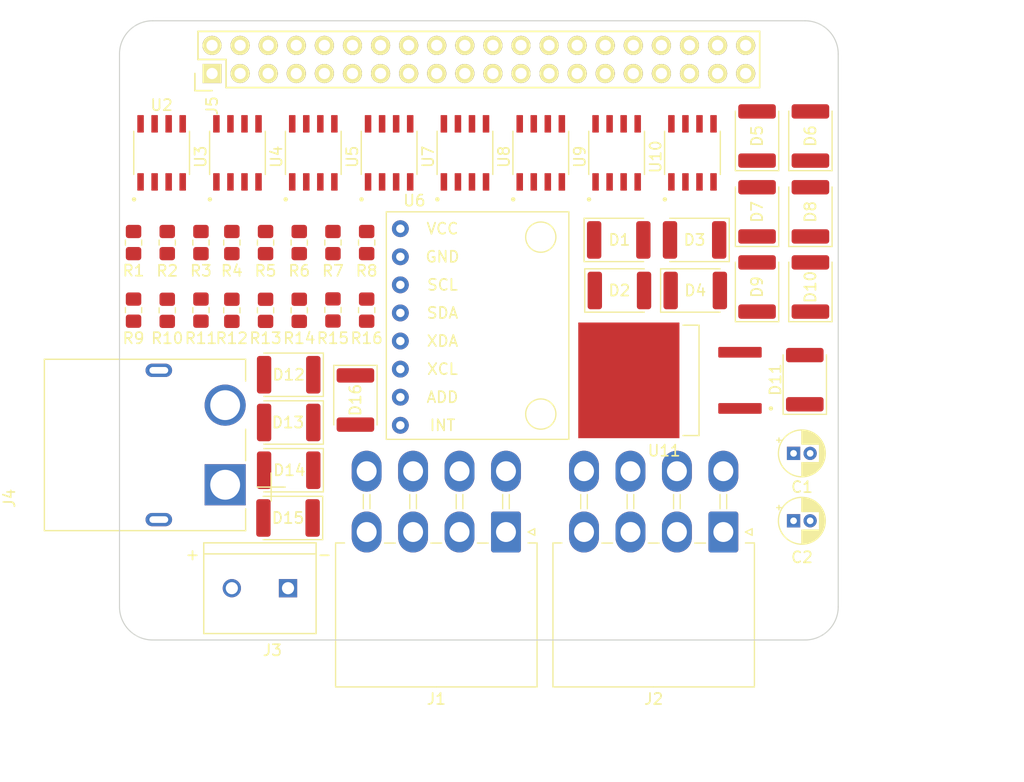
<source format=kicad_pcb>
(kicad_pcb (version 20171130) (host pcbnew "(5.1.10-1-10_14)")

  (general
    (thickness 1.6)
    (drawings 23)
    (tracks 0)
    (zones 0)
    (modules 53)
    (nets 55)
  )

  (page A4)
  (layers
    (0 F.Cu signal)
    (31 B.Cu signal)
    (32 B.Adhes user)
    (33 F.Adhes user)
    (34 B.Paste user)
    (35 F.Paste user)
    (36 B.SilkS user)
    (37 F.SilkS user)
    (38 B.Mask user)
    (39 F.Mask user)
    (40 Dwgs.User user hide)
    (41 Cmts.User user)
    (42 Eco1.User user)
    (43 Eco2.User user)
    (44 Edge.Cuts user)
    (45 Margin user)
    (46 B.CrtYd user)
    (47 F.CrtYd user)
    (48 B.Fab user)
    (49 F.Fab user)
  )

  (setup
    (last_trace_width 0.25)
    (user_trace_width 0.01)
    (user_trace_width 0.02)
    (user_trace_width 0.05)
    (user_trace_width 0.1)
    (user_trace_width 0.2)
    (trace_clearance 0.2)
    (zone_clearance 0.508)
    (zone_45_only no)
    (trace_min 0.01)
    (via_size 0.6)
    (via_drill 0.4)
    (via_min_size 0.4)
    (via_min_drill 0.3)
    (uvia_size 0.3)
    (uvia_drill 0.1)
    (uvias_allowed no)
    (uvia_min_size 0.2)
    (uvia_min_drill 0.1)
    (edge_width 0.1)
    (segment_width 0.2)
    (pcb_text_width 0.3)
    (pcb_text_size 1.5 1.5)
    (mod_edge_width 0.15)
    (mod_text_size 1 1)
    (mod_text_width 0.15)
    (pad_size 2.75 2.75)
    (pad_drill 2.75)
    (pad_to_mask_clearance 0)
    (aux_axis_origin 0 0)
    (visible_elements 7FFEFFFF)
    (pcbplotparams
      (layerselection 0x00030_80000001)
      (usegerberextensions false)
      (usegerberattributes true)
      (usegerberadvancedattributes true)
      (creategerberjobfile true)
      (excludeedgelayer true)
      (linewidth 0.100000)
      (plotframeref false)
      (viasonmask false)
      (mode 1)
      (useauxorigin false)
      (hpglpennumber 1)
      (hpglpenspeed 20)
      (hpglpendiameter 15.000000)
      (psnegative false)
      (psa4output false)
      (plotreference true)
      (plotvalue true)
      (plotinvisibletext false)
      (padsonsilk false)
      (subtractmaskfromsilk false)
      (outputformat 1)
      (mirror false)
      (drillshape 0)
      (scaleselection 1)
      (outputdirectory "meta/"))
  )

  (net 0 "")
  (net 1 GND)
  (net 2 +5V)
  (net 3 VCC)
  (net 4 SOL1)
  (net 5 SOL2)
  (net 6 SOL3)
  (net 7 SOL4)
  (net 8 SOL5)
  (net 9 SOL6)
  (net 10 SOL7)
  (net 11 SOL8)
  (net 12 SOL9)
  (net 13 SOL10)
  (net 14 SOL11)
  (net 15 SOL12)
  (net 16 SOL13)
  (net 17 SOL14)
  (net 18 SOL15)
  (net 19 SOL16)
  (net 20 "Net-(J5-Pad1)")
  (net 21 MPU_SDA)
  (net 22 MPU_SCL)
  (net 23 GATE3)
  (net 24 GATE13)
  (net 25 GATE14)
  (net 26 GATE16)
  (net 27 "Net-(J5-Pad12)")
  (net 28 "Net-(J5-Pad13)")
  (net 29 "Net-(J5-Pad15)")
  (net 30 "Net-(J5-Pad16)")
  (net 31 "Net-(J5-Pad17)")
  (net 32 "Net-(J5-Pad18)")
  (net 33 GATE9)
  (net 34 GATE8)
  (net 35 "Net-(J5-Pad22)")
  (net 36 GATE10)
  (net 37 GATE7)
  (net 38 GATE6)
  (net 39 GATE1)
  (net 40 GATE2)
  (net 41 GATE4)
  (net 42 GATE5)
  (net 43 GATE11)
  (net 44 GATE12)
  (net 45 "Net-(J5-Pad35)")
  (net 46 GATE15)
  (net 47 "Net-(J5-Pad37)")
  (net 48 "Net-(J5-Pad38)")
  (net 49 "Net-(J5-Pad40)")
  (net 50 +3V3)
  (net 51 "Net-(U6-Pad5)")
  (net 52 "Net-(U6-Pad6)")
  (net 53 "Net-(U6-Pad7)")
  (net 54 "Net-(U6-Pad8)")

  (net_class Default "This is the default net class."
    (clearance 0.2)
    (trace_width 0.25)
    (via_dia 0.6)
    (via_drill 0.4)
    (uvia_dia 0.3)
    (uvia_drill 0.1)
    (add_net +3V3)
    (add_net +5V)
    (add_net GATE1)
    (add_net GATE10)
    (add_net GATE11)
    (add_net GATE12)
    (add_net GATE13)
    (add_net GATE14)
    (add_net GATE15)
    (add_net GATE16)
    (add_net GATE2)
    (add_net GATE3)
    (add_net GATE4)
    (add_net GATE5)
    (add_net GATE6)
    (add_net GATE7)
    (add_net GATE8)
    (add_net GATE9)
    (add_net GND)
    (add_net MPU_SCL)
    (add_net MPU_SDA)
    (add_net "Net-(J5-Pad1)")
    (add_net "Net-(J5-Pad12)")
    (add_net "Net-(J5-Pad13)")
    (add_net "Net-(J5-Pad15)")
    (add_net "Net-(J5-Pad16)")
    (add_net "Net-(J5-Pad17)")
    (add_net "Net-(J5-Pad18)")
    (add_net "Net-(J5-Pad22)")
    (add_net "Net-(J5-Pad35)")
    (add_net "Net-(J5-Pad37)")
    (add_net "Net-(J5-Pad38)")
    (add_net "Net-(J5-Pad40)")
    (add_net "Net-(U6-Pad5)")
    (add_net "Net-(U6-Pad6)")
    (add_net "Net-(U6-Pad7)")
    (add_net "Net-(U6-Pad8)")
    (add_net SOL1)
    (add_net SOL10)
    (add_net SOL11)
    (add_net SOL12)
    (add_net SOL13)
    (add_net SOL14)
    (add_net SOL15)
    (add_net SOL16)
    (add_net SOL2)
    (add_net SOL3)
    (add_net SOL4)
    (add_net SOL5)
    (add_net SOL6)
    (add_net SOL7)
    (add_net SOL8)
    (add_net SOL9)
    (add_net VCC)
  )

  (module RPi_Hat:RPi_Hat_Mounting_Hole locked (layer F.Cu) (tedit 55217C7B) (tstamp 5515DEA9)
    (at 176.562 68.77)
    (descr "Mounting hole, Befestigungsbohrung, 2,7mm, No Annular, Kein Restring,")
    (tags "Mounting hole, Befestigungsbohrung, 2,7mm, No Annular, Kein Restring,")
    (fp_text reference "" (at 0 -4.0005) (layer F.SilkS) hide
      (effects (font (size 1 1) (thickness 0.15)))
    )
    (fp_text value "" (at 0.09906 3.59918) (layer F.Fab) hide
      (effects (font (size 1 1) (thickness 0.15)))
    )
    (fp_circle (center 0 0) (end 1.375 0) (layer F.Fab) (width 0.15))
    (fp_circle (center 0 0) (end 3.1 0) (layer F.Fab) (width 0.15))
    (fp_circle (center 0 0) (end 3.1 0) (layer B.Fab) (width 0.15))
    (fp_circle (center 0 0) (end 1.375 0) (layer B.Fab) (width 0.15))
    (fp_circle (center 0 0) (end 3.1 0) (layer F.CrtYd) (width 0.15))
    (fp_circle (center 0 0) (end 3.1 0) (layer B.CrtYd) (width 0.15))
    (pad "" np_thru_hole circle (at 0 0) (size 2.75 2.75) (drill 2.75) (layers *.Cu *.Mask)
      (solder_mask_margin 1.725) (clearance 1.725))
  )

  (module RPi_Hat:RPi_Hat_Mounting_Hole locked (layer F.Cu) (tedit 55217CCB) (tstamp 55169DC9)
    (at 176.562 117.77)
    (descr "Mounting hole, Befestigungsbohrung, 2,7mm, No Annular, Kein Restring,")
    (tags "Mounting hole, Befestigungsbohrung, 2,7mm, No Annular, Kein Restring,")
    (fp_text reference "" (at 0 -4.0005) (layer F.SilkS) hide
      (effects (font (size 1 1) (thickness 0.15)))
    )
    (fp_text value "" (at 0.09906 3.59918) (layer F.Fab) hide
      (effects (font (size 1 1) (thickness 0.15)))
    )
    (fp_circle (center 0 0) (end 1.375 0) (layer F.Fab) (width 0.15))
    (fp_circle (center 0 0) (end 3.1 0) (layer F.Fab) (width 0.15))
    (fp_circle (center 0 0) (end 3.1 0) (layer B.Fab) (width 0.15))
    (fp_circle (center 0 0) (end 1.375 0) (layer B.Fab) (width 0.15))
    (fp_circle (center 0 0) (end 3.1 0) (layer F.CrtYd) (width 0.15))
    (fp_circle (center 0 0) (end 3.1 0) (layer B.CrtYd) (width 0.15))
    (pad "" np_thru_hole circle (at 0 0) (size 2.75 2.75) (drill 2.75) (layers *.Cu *.Mask)
      (solder_mask_margin 1.725) (clearance 1.725))
  )

  (module RPi_Hat:RPi_Hat_Mounting_Hole locked (layer F.Cu) (tedit 55217CB9) (tstamp 5515DECC)
    (at 118.562 117.77)
    (descr "Mounting hole, Befestigungsbohrung, 2,7mm, No Annular, Kein Restring,")
    (tags "Mounting hole, Befestigungsbohrung, 2,7mm, No Annular, Kein Restring,")
    (fp_text reference "" (at 0 -4.0005) (layer F.SilkS) hide
      (effects (font (size 1 1) (thickness 0.15)))
    )
    (fp_text value "" (at 0.09906 3.59918) (layer F.Fab) hide
      (effects (font (size 1 1) (thickness 0.15)))
    )
    (fp_circle (center 0 0) (end 1.375 0) (layer F.Fab) (width 0.15))
    (fp_circle (center 0 0) (end 3.1 0) (layer F.Fab) (width 0.15))
    (fp_circle (center 0 0) (end 3.1 0) (layer B.Fab) (width 0.15))
    (fp_circle (center 0 0) (end 1.375 0) (layer B.Fab) (width 0.15))
    (fp_circle (center 0 0) (end 3.1 0) (layer F.CrtYd) (width 0.15))
    (fp_circle (center 0 0) (end 3.1 0) (layer B.CrtYd) (width 0.15))
    (pad "" np_thru_hole circle (at 0 0) (size 2.75 2.75) (drill 2.75) (layers *.Cu *.Mask)
      (solder_mask_margin 1.725) (clearance 1.725))
  )

  (module RPi_Hat:RPi_Hat_Mounting_Hole locked (layer F.Cu) (tedit 55217CA2) (tstamp 5515DEBF)
    (at 118.562 68.77)
    (descr "Mounting hole, Befestigungsbohrung, 2,7mm, No Annular, Kein Restring,")
    (tags "Mounting hole, Befestigungsbohrung, 2,7mm, No Annular, Kein Restring,")
    (fp_text reference "" (at 0 -4.0005) (layer F.SilkS) hide
      (effects (font (size 1 1) (thickness 0.15)))
    )
    (fp_text value "" (at 0.09906 3.59918) (layer F.Fab) hide
      (effects (font (size 1 1) (thickness 0.15)))
    )
    (fp_circle (center 0 0) (end 1.375 0) (layer F.Fab) (width 0.15))
    (fp_circle (center 0 0) (end 3.1 0) (layer F.Fab) (width 0.15))
    (fp_circle (center 0 0) (end 3.1 0) (layer B.Fab) (width 0.15))
    (fp_circle (center 0 0) (end 1.375 0) (layer B.Fab) (width 0.15))
    (fp_circle (center 0 0) (end 3.1 0) (layer F.CrtYd) (width 0.15))
    (fp_circle (center 0 0) (end 3.1 0) (layer B.CrtYd) (width 0.15))
    (pad "" np_thru_hole circle (at 0 0) (size 2.75 2.75) (drill 2.75) (layers *.Cu *.Mask)
      (solder_mask_margin 1.725) (clearance 1.725))
  )

  (module Capacitor_THT:CP_Radial_D4.0mm_P1.50mm (layer F.Cu) (tedit 5AE50EF0) (tstamp 61803778)
    (at 176.022 104.394)
    (descr "CP, Radial series, Radial, pin pitch=1.50mm, , diameter=4mm, Electrolytic Capacitor")
    (tags "CP Radial series Radial pin pitch 1.50mm  diameter 4mm Electrolytic Capacitor")
    (path /619B9859)
    (fp_text reference C1 (at 0.762 3.048) (layer F.SilkS)
      (effects (font (size 1 1) (thickness 0.15)))
    )
    (fp_text value CP1_Small (at 0.75 3.25) (layer F.Fab)
      (effects (font (size 1 1) (thickness 0.15)))
    )
    (fp_line (start -1.319801 -1.395) (end -1.319801 -0.995) (layer F.SilkS) (width 0.12))
    (fp_line (start -1.519801 -1.195) (end -1.119801 -1.195) (layer F.SilkS) (width 0.12))
    (fp_line (start 2.831 -0.37) (end 2.831 0.37) (layer F.SilkS) (width 0.12))
    (fp_line (start 2.791 -0.537) (end 2.791 0.537) (layer F.SilkS) (width 0.12))
    (fp_line (start 2.751 -0.664) (end 2.751 0.664) (layer F.SilkS) (width 0.12))
    (fp_line (start 2.711 -0.768) (end 2.711 0.768) (layer F.SilkS) (width 0.12))
    (fp_line (start 2.671 -0.859) (end 2.671 0.859) (layer F.SilkS) (width 0.12))
    (fp_line (start 2.631 -0.94) (end 2.631 0.94) (layer F.SilkS) (width 0.12))
    (fp_line (start 2.591 -1.013) (end 2.591 1.013) (layer F.SilkS) (width 0.12))
    (fp_line (start 2.551 -1.08) (end 2.551 1.08) (layer F.SilkS) (width 0.12))
    (fp_line (start 2.511 -1.142) (end 2.511 1.142) (layer F.SilkS) (width 0.12))
    (fp_line (start 2.471 -1.2) (end 2.471 1.2) (layer F.SilkS) (width 0.12))
    (fp_line (start 2.431 -1.254) (end 2.431 1.254) (layer F.SilkS) (width 0.12))
    (fp_line (start 2.391 -1.304) (end 2.391 1.304) (layer F.SilkS) (width 0.12))
    (fp_line (start 2.351 -1.351) (end 2.351 1.351) (layer F.SilkS) (width 0.12))
    (fp_line (start 2.311 0.84) (end 2.311 1.396) (layer F.SilkS) (width 0.12))
    (fp_line (start 2.311 -1.396) (end 2.311 -0.84) (layer F.SilkS) (width 0.12))
    (fp_line (start 2.271 0.84) (end 2.271 1.438) (layer F.SilkS) (width 0.12))
    (fp_line (start 2.271 -1.438) (end 2.271 -0.84) (layer F.SilkS) (width 0.12))
    (fp_line (start 2.231 0.84) (end 2.231 1.478) (layer F.SilkS) (width 0.12))
    (fp_line (start 2.231 -1.478) (end 2.231 -0.84) (layer F.SilkS) (width 0.12))
    (fp_line (start 2.191 0.84) (end 2.191 1.516) (layer F.SilkS) (width 0.12))
    (fp_line (start 2.191 -1.516) (end 2.191 -0.84) (layer F.SilkS) (width 0.12))
    (fp_line (start 2.151 0.84) (end 2.151 1.552) (layer F.SilkS) (width 0.12))
    (fp_line (start 2.151 -1.552) (end 2.151 -0.84) (layer F.SilkS) (width 0.12))
    (fp_line (start 2.111 0.84) (end 2.111 1.587) (layer F.SilkS) (width 0.12))
    (fp_line (start 2.111 -1.587) (end 2.111 -0.84) (layer F.SilkS) (width 0.12))
    (fp_line (start 2.071 0.84) (end 2.071 1.619) (layer F.SilkS) (width 0.12))
    (fp_line (start 2.071 -1.619) (end 2.071 -0.84) (layer F.SilkS) (width 0.12))
    (fp_line (start 2.031 0.84) (end 2.031 1.65) (layer F.SilkS) (width 0.12))
    (fp_line (start 2.031 -1.65) (end 2.031 -0.84) (layer F.SilkS) (width 0.12))
    (fp_line (start 1.991 0.84) (end 1.991 1.68) (layer F.SilkS) (width 0.12))
    (fp_line (start 1.991 -1.68) (end 1.991 -0.84) (layer F.SilkS) (width 0.12))
    (fp_line (start 1.951 0.84) (end 1.951 1.708) (layer F.SilkS) (width 0.12))
    (fp_line (start 1.951 -1.708) (end 1.951 -0.84) (layer F.SilkS) (width 0.12))
    (fp_line (start 1.911 0.84) (end 1.911 1.735) (layer F.SilkS) (width 0.12))
    (fp_line (start 1.911 -1.735) (end 1.911 -0.84) (layer F.SilkS) (width 0.12))
    (fp_line (start 1.871 0.84) (end 1.871 1.76) (layer F.SilkS) (width 0.12))
    (fp_line (start 1.871 -1.76) (end 1.871 -0.84) (layer F.SilkS) (width 0.12))
    (fp_line (start 1.831 0.84) (end 1.831 1.785) (layer F.SilkS) (width 0.12))
    (fp_line (start 1.831 -1.785) (end 1.831 -0.84) (layer F.SilkS) (width 0.12))
    (fp_line (start 1.791 0.84) (end 1.791 1.808) (layer F.SilkS) (width 0.12))
    (fp_line (start 1.791 -1.808) (end 1.791 -0.84) (layer F.SilkS) (width 0.12))
    (fp_line (start 1.751 0.84) (end 1.751 1.83) (layer F.SilkS) (width 0.12))
    (fp_line (start 1.751 -1.83) (end 1.751 -0.84) (layer F.SilkS) (width 0.12))
    (fp_line (start 1.711 0.84) (end 1.711 1.851) (layer F.SilkS) (width 0.12))
    (fp_line (start 1.711 -1.851) (end 1.711 -0.84) (layer F.SilkS) (width 0.12))
    (fp_line (start 1.671 0.84) (end 1.671 1.87) (layer F.SilkS) (width 0.12))
    (fp_line (start 1.671 -1.87) (end 1.671 -0.84) (layer F.SilkS) (width 0.12))
    (fp_line (start 1.631 0.84) (end 1.631 1.889) (layer F.SilkS) (width 0.12))
    (fp_line (start 1.631 -1.889) (end 1.631 -0.84) (layer F.SilkS) (width 0.12))
    (fp_line (start 1.591 0.84) (end 1.591 1.907) (layer F.SilkS) (width 0.12))
    (fp_line (start 1.591 -1.907) (end 1.591 -0.84) (layer F.SilkS) (width 0.12))
    (fp_line (start 1.551 0.84) (end 1.551 1.924) (layer F.SilkS) (width 0.12))
    (fp_line (start 1.551 -1.924) (end 1.551 -0.84) (layer F.SilkS) (width 0.12))
    (fp_line (start 1.511 0.84) (end 1.511 1.94) (layer F.SilkS) (width 0.12))
    (fp_line (start 1.511 -1.94) (end 1.511 -0.84) (layer F.SilkS) (width 0.12))
    (fp_line (start 1.471 0.84) (end 1.471 1.954) (layer F.SilkS) (width 0.12))
    (fp_line (start 1.471 -1.954) (end 1.471 -0.84) (layer F.SilkS) (width 0.12))
    (fp_line (start 1.43 0.84) (end 1.43 1.968) (layer F.SilkS) (width 0.12))
    (fp_line (start 1.43 -1.968) (end 1.43 -0.84) (layer F.SilkS) (width 0.12))
    (fp_line (start 1.39 0.84) (end 1.39 1.982) (layer F.SilkS) (width 0.12))
    (fp_line (start 1.39 -1.982) (end 1.39 -0.84) (layer F.SilkS) (width 0.12))
    (fp_line (start 1.35 0.84) (end 1.35 1.994) (layer F.SilkS) (width 0.12))
    (fp_line (start 1.35 -1.994) (end 1.35 -0.84) (layer F.SilkS) (width 0.12))
    (fp_line (start 1.31 0.84) (end 1.31 2.005) (layer F.SilkS) (width 0.12))
    (fp_line (start 1.31 -2.005) (end 1.31 -0.84) (layer F.SilkS) (width 0.12))
    (fp_line (start 1.27 0.84) (end 1.27 2.016) (layer F.SilkS) (width 0.12))
    (fp_line (start 1.27 -2.016) (end 1.27 -0.84) (layer F.SilkS) (width 0.12))
    (fp_line (start 1.23 0.84) (end 1.23 2.025) (layer F.SilkS) (width 0.12))
    (fp_line (start 1.23 -2.025) (end 1.23 -0.84) (layer F.SilkS) (width 0.12))
    (fp_line (start 1.19 0.84) (end 1.19 2.034) (layer F.SilkS) (width 0.12))
    (fp_line (start 1.19 -2.034) (end 1.19 -0.84) (layer F.SilkS) (width 0.12))
    (fp_line (start 1.15 0.84) (end 1.15 2.042) (layer F.SilkS) (width 0.12))
    (fp_line (start 1.15 -2.042) (end 1.15 -0.84) (layer F.SilkS) (width 0.12))
    (fp_line (start 1.11 0.84) (end 1.11 2.05) (layer F.SilkS) (width 0.12))
    (fp_line (start 1.11 -2.05) (end 1.11 -0.84) (layer F.SilkS) (width 0.12))
    (fp_line (start 1.07 0.84) (end 1.07 2.056) (layer F.SilkS) (width 0.12))
    (fp_line (start 1.07 -2.056) (end 1.07 -0.84) (layer F.SilkS) (width 0.12))
    (fp_line (start 1.03 0.84) (end 1.03 2.062) (layer F.SilkS) (width 0.12))
    (fp_line (start 1.03 -2.062) (end 1.03 -0.84) (layer F.SilkS) (width 0.12))
    (fp_line (start 0.99 0.84) (end 0.99 2.067) (layer F.SilkS) (width 0.12))
    (fp_line (start 0.99 -2.067) (end 0.99 -0.84) (layer F.SilkS) (width 0.12))
    (fp_line (start 0.95 0.84) (end 0.95 2.071) (layer F.SilkS) (width 0.12))
    (fp_line (start 0.95 -2.071) (end 0.95 -0.84) (layer F.SilkS) (width 0.12))
    (fp_line (start 0.91 0.84) (end 0.91 2.074) (layer F.SilkS) (width 0.12))
    (fp_line (start 0.91 -2.074) (end 0.91 -0.84) (layer F.SilkS) (width 0.12))
    (fp_line (start 0.87 0.84) (end 0.87 2.077) (layer F.SilkS) (width 0.12))
    (fp_line (start 0.87 -2.077) (end 0.87 -0.84) (layer F.SilkS) (width 0.12))
    (fp_line (start 0.83 -2.079) (end 0.83 -0.84) (layer F.SilkS) (width 0.12))
    (fp_line (start 0.83 0.84) (end 0.83 2.079) (layer F.SilkS) (width 0.12))
    (fp_line (start 0.79 -2.08) (end 0.79 -0.84) (layer F.SilkS) (width 0.12))
    (fp_line (start 0.79 0.84) (end 0.79 2.08) (layer F.SilkS) (width 0.12))
    (fp_line (start 0.75 -2.08) (end 0.75 -0.84) (layer F.SilkS) (width 0.12))
    (fp_line (start 0.75 0.84) (end 0.75 2.08) (layer F.SilkS) (width 0.12))
    (fp_line (start -0.752554 -1.0675) (end -0.752554 -0.6675) (layer F.Fab) (width 0.1))
    (fp_line (start -0.952554 -0.8675) (end -0.552554 -0.8675) (layer F.Fab) (width 0.1))
    (fp_circle (center 0.75 0) (end 3 0) (layer F.CrtYd) (width 0.05))
    (fp_circle (center 0.75 0) (end 2.87 0) (layer F.SilkS) (width 0.12))
    (fp_circle (center 0.75 0) (end 2.75 0) (layer F.Fab) (width 0.1))
    (fp_text user %R (at 0.75 0) (layer F.Fab)
      (effects (font (size 0.8 0.8) (thickness 0.12)))
    )
    (pad 2 thru_hole circle (at 1.5 0) (size 1.2 1.2) (drill 0.6) (layers *.Cu *.Mask)
      (net 1 GND))
    (pad 1 thru_hole rect (at 0 0) (size 1.2 1.2) (drill 0.6) (layers *.Cu *.Mask)
      (net 2 +5V))
    (model ${KISYS3DMOD}/Capacitor_THT.3dshapes/CP_Radial_D4.0mm_P1.50mm.wrl
      (at (xyz 0 0 0))
      (scale (xyz 1 1 1))
      (rotate (xyz 0 0 0))
    )
  )

  (module Capacitor_THT:CP_Radial_D4.0mm_P1.50mm (layer F.Cu) (tedit 5AE50EF0) (tstamp 618037E3)
    (at 176.022 110.49)
    (descr "CP, Radial series, Radial, pin pitch=1.50mm, , diameter=4mm, Electrolytic Capacitor")
    (tags "CP Radial series Radial pin pitch 1.50mm  diameter 4mm Electrolytic Capacitor")
    (path /619B66F7)
    (fp_text reference C2 (at 0.762 3.302) (layer F.SilkS)
      (effects (font (size 1 1) (thickness 0.15)))
    )
    (fp_text value C_Small (at 0.75 3.25) (layer F.Fab)
      (effects (font (size 1 1) (thickness 0.15)))
    )
    (fp_circle (center 0.75 0) (end 2.75 0) (layer F.Fab) (width 0.1))
    (fp_circle (center 0.75 0) (end 2.87 0) (layer F.SilkS) (width 0.12))
    (fp_circle (center 0.75 0) (end 3 0) (layer F.CrtYd) (width 0.05))
    (fp_line (start -0.952554 -0.8675) (end -0.552554 -0.8675) (layer F.Fab) (width 0.1))
    (fp_line (start -0.752554 -1.0675) (end -0.752554 -0.6675) (layer F.Fab) (width 0.1))
    (fp_line (start 0.75 0.84) (end 0.75 2.08) (layer F.SilkS) (width 0.12))
    (fp_line (start 0.75 -2.08) (end 0.75 -0.84) (layer F.SilkS) (width 0.12))
    (fp_line (start 0.79 0.84) (end 0.79 2.08) (layer F.SilkS) (width 0.12))
    (fp_line (start 0.79 -2.08) (end 0.79 -0.84) (layer F.SilkS) (width 0.12))
    (fp_line (start 0.83 0.84) (end 0.83 2.079) (layer F.SilkS) (width 0.12))
    (fp_line (start 0.83 -2.079) (end 0.83 -0.84) (layer F.SilkS) (width 0.12))
    (fp_line (start 0.87 -2.077) (end 0.87 -0.84) (layer F.SilkS) (width 0.12))
    (fp_line (start 0.87 0.84) (end 0.87 2.077) (layer F.SilkS) (width 0.12))
    (fp_line (start 0.91 -2.074) (end 0.91 -0.84) (layer F.SilkS) (width 0.12))
    (fp_line (start 0.91 0.84) (end 0.91 2.074) (layer F.SilkS) (width 0.12))
    (fp_line (start 0.95 -2.071) (end 0.95 -0.84) (layer F.SilkS) (width 0.12))
    (fp_line (start 0.95 0.84) (end 0.95 2.071) (layer F.SilkS) (width 0.12))
    (fp_line (start 0.99 -2.067) (end 0.99 -0.84) (layer F.SilkS) (width 0.12))
    (fp_line (start 0.99 0.84) (end 0.99 2.067) (layer F.SilkS) (width 0.12))
    (fp_line (start 1.03 -2.062) (end 1.03 -0.84) (layer F.SilkS) (width 0.12))
    (fp_line (start 1.03 0.84) (end 1.03 2.062) (layer F.SilkS) (width 0.12))
    (fp_line (start 1.07 -2.056) (end 1.07 -0.84) (layer F.SilkS) (width 0.12))
    (fp_line (start 1.07 0.84) (end 1.07 2.056) (layer F.SilkS) (width 0.12))
    (fp_line (start 1.11 -2.05) (end 1.11 -0.84) (layer F.SilkS) (width 0.12))
    (fp_line (start 1.11 0.84) (end 1.11 2.05) (layer F.SilkS) (width 0.12))
    (fp_line (start 1.15 -2.042) (end 1.15 -0.84) (layer F.SilkS) (width 0.12))
    (fp_line (start 1.15 0.84) (end 1.15 2.042) (layer F.SilkS) (width 0.12))
    (fp_line (start 1.19 -2.034) (end 1.19 -0.84) (layer F.SilkS) (width 0.12))
    (fp_line (start 1.19 0.84) (end 1.19 2.034) (layer F.SilkS) (width 0.12))
    (fp_line (start 1.23 -2.025) (end 1.23 -0.84) (layer F.SilkS) (width 0.12))
    (fp_line (start 1.23 0.84) (end 1.23 2.025) (layer F.SilkS) (width 0.12))
    (fp_line (start 1.27 -2.016) (end 1.27 -0.84) (layer F.SilkS) (width 0.12))
    (fp_line (start 1.27 0.84) (end 1.27 2.016) (layer F.SilkS) (width 0.12))
    (fp_line (start 1.31 -2.005) (end 1.31 -0.84) (layer F.SilkS) (width 0.12))
    (fp_line (start 1.31 0.84) (end 1.31 2.005) (layer F.SilkS) (width 0.12))
    (fp_line (start 1.35 -1.994) (end 1.35 -0.84) (layer F.SilkS) (width 0.12))
    (fp_line (start 1.35 0.84) (end 1.35 1.994) (layer F.SilkS) (width 0.12))
    (fp_line (start 1.39 -1.982) (end 1.39 -0.84) (layer F.SilkS) (width 0.12))
    (fp_line (start 1.39 0.84) (end 1.39 1.982) (layer F.SilkS) (width 0.12))
    (fp_line (start 1.43 -1.968) (end 1.43 -0.84) (layer F.SilkS) (width 0.12))
    (fp_line (start 1.43 0.84) (end 1.43 1.968) (layer F.SilkS) (width 0.12))
    (fp_line (start 1.471 -1.954) (end 1.471 -0.84) (layer F.SilkS) (width 0.12))
    (fp_line (start 1.471 0.84) (end 1.471 1.954) (layer F.SilkS) (width 0.12))
    (fp_line (start 1.511 -1.94) (end 1.511 -0.84) (layer F.SilkS) (width 0.12))
    (fp_line (start 1.511 0.84) (end 1.511 1.94) (layer F.SilkS) (width 0.12))
    (fp_line (start 1.551 -1.924) (end 1.551 -0.84) (layer F.SilkS) (width 0.12))
    (fp_line (start 1.551 0.84) (end 1.551 1.924) (layer F.SilkS) (width 0.12))
    (fp_line (start 1.591 -1.907) (end 1.591 -0.84) (layer F.SilkS) (width 0.12))
    (fp_line (start 1.591 0.84) (end 1.591 1.907) (layer F.SilkS) (width 0.12))
    (fp_line (start 1.631 -1.889) (end 1.631 -0.84) (layer F.SilkS) (width 0.12))
    (fp_line (start 1.631 0.84) (end 1.631 1.889) (layer F.SilkS) (width 0.12))
    (fp_line (start 1.671 -1.87) (end 1.671 -0.84) (layer F.SilkS) (width 0.12))
    (fp_line (start 1.671 0.84) (end 1.671 1.87) (layer F.SilkS) (width 0.12))
    (fp_line (start 1.711 -1.851) (end 1.711 -0.84) (layer F.SilkS) (width 0.12))
    (fp_line (start 1.711 0.84) (end 1.711 1.851) (layer F.SilkS) (width 0.12))
    (fp_line (start 1.751 -1.83) (end 1.751 -0.84) (layer F.SilkS) (width 0.12))
    (fp_line (start 1.751 0.84) (end 1.751 1.83) (layer F.SilkS) (width 0.12))
    (fp_line (start 1.791 -1.808) (end 1.791 -0.84) (layer F.SilkS) (width 0.12))
    (fp_line (start 1.791 0.84) (end 1.791 1.808) (layer F.SilkS) (width 0.12))
    (fp_line (start 1.831 -1.785) (end 1.831 -0.84) (layer F.SilkS) (width 0.12))
    (fp_line (start 1.831 0.84) (end 1.831 1.785) (layer F.SilkS) (width 0.12))
    (fp_line (start 1.871 -1.76) (end 1.871 -0.84) (layer F.SilkS) (width 0.12))
    (fp_line (start 1.871 0.84) (end 1.871 1.76) (layer F.SilkS) (width 0.12))
    (fp_line (start 1.911 -1.735) (end 1.911 -0.84) (layer F.SilkS) (width 0.12))
    (fp_line (start 1.911 0.84) (end 1.911 1.735) (layer F.SilkS) (width 0.12))
    (fp_line (start 1.951 -1.708) (end 1.951 -0.84) (layer F.SilkS) (width 0.12))
    (fp_line (start 1.951 0.84) (end 1.951 1.708) (layer F.SilkS) (width 0.12))
    (fp_line (start 1.991 -1.68) (end 1.991 -0.84) (layer F.SilkS) (width 0.12))
    (fp_line (start 1.991 0.84) (end 1.991 1.68) (layer F.SilkS) (width 0.12))
    (fp_line (start 2.031 -1.65) (end 2.031 -0.84) (layer F.SilkS) (width 0.12))
    (fp_line (start 2.031 0.84) (end 2.031 1.65) (layer F.SilkS) (width 0.12))
    (fp_line (start 2.071 -1.619) (end 2.071 -0.84) (layer F.SilkS) (width 0.12))
    (fp_line (start 2.071 0.84) (end 2.071 1.619) (layer F.SilkS) (width 0.12))
    (fp_line (start 2.111 -1.587) (end 2.111 -0.84) (layer F.SilkS) (width 0.12))
    (fp_line (start 2.111 0.84) (end 2.111 1.587) (layer F.SilkS) (width 0.12))
    (fp_line (start 2.151 -1.552) (end 2.151 -0.84) (layer F.SilkS) (width 0.12))
    (fp_line (start 2.151 0.84) (end 2.151 1.552) (layer F.SilkS) (width 0.12))
    (fp_line (start 2.191 -1.516) (end 2.191 -0.84) (layer F.SilkS) (width 0.12))
    (fp_line (start 2.191 0.84) (end 2.191 1.516) (layer F.SilkS) (width 0.12))
    (fp_line (start 2.231 -1.478) (end 2.231 -0.84) (layer F.SilkS) (width 0.12))
    (fp_line (start 2.231 0.84) (end 2.231 1.478) (layer F.SilkS) (width 0.12))
    (fp_line (start 2.271 -1.438) (end 2.271 -0.84) (layer F.SilkS) (width 0.12))
    (fp_line (start 2.271 0.84) (end 2.271 1.438) (layer F.SilkS) (width 0.12))
    (fp_line (start 2.311 -1.396) (end 2.311 -0.84) (layer F.SilkS) (width 0.12))
    (fp_line (start 2.311 0.84) (end 2.311 1.396) (layer F.SilkS) (width 0.12))
    (fp_line (start 2.351 -1.351) (end 2.351 1.351) (layer F.SilkS) (width 0.12))
    (fp_line (start 2.391 -1.304) (end 2.391 1.304) (layer F.SilkS) (width 0.12))
    (fp_line (start 2.431 -1.254) (end 2.431 1.254) (layer F.SilkS) (width 0.12))
    (fp_line (start 2.471 -1.2) (end 2.471 1.2) (layer F.SilkS) (width 0.12))
    (fp_line (start 2.511 -1.142) (end 2.511 1.142) (layer F.SilkS) (width 0.12))
    (fp_line (start 2.551 -1.08) (end 2.551 1.08) (layer F.SilkS) (width 0.12))
    (fp_line (start 2.591 -1.013) (end 2.591 1.013) (layer F.SilkS) (width 0.12))
    (fp_line (start 2.631 -0.94) (end 2.631 0.94) (layer F.SilkS) (width 0.12))
    (fp_line (start 2.671 -0.859) (end 2.671 0.859) (layer F.SilkS) (width 0.12))
    (fp_line (start 2.711 -0.768) (end 2.711 0.768) (layer F.SilkS) (width 0.12))
    (fp_line (start 2.751 -0.664) (end 2.751 0.664) (layer F.SilkS) (width 0.12))
    (fp_line (start 2.791 -0.537) (end 2.791 0.537) (layer F.SilkS) (width 0.12))
    (fp_line (start 2.831 -0.37) (end 2.831 0.37) (layer F.SilkS) (width 0.12))
    (fp_line (start -1.519801 -1.195) (end -1.119801 -1.195) (layer F.SilkS) (width 0.12))
    (fp_line (start -1.319801 -1.395) (end -1.319801 -0.995) (layer F.SilkS) (width 0.12))
    (fp_text user %R (at 0.75 0) (layer F.Fab)
      (effects (font (size 0.8 0.8) (thickness 0.12)))
    )
    (pad 1 thru_hole rect (at 0 0) (size 1.2 1.2) (drill 0.6) (layers *.Cu *.Mask)
      (net 3 VCC))
    (pad 2 thru_hole circle (at 1.5 0) (size 1.2 1.2) (drill 0.6) (layers *.Cu *.Mask)
      (net 1 GND))
    (model ${KISYS3DMOD}/Capacitor_THT.3dshapes/CP_Radial_D4.0mm_P1.50mm.wrl
      (at (xyz 0 0 0))
      (scale (xyz 1 1 1))
      (rotate (xyz 0 0 0))
    )
  )

  (module Diode_SMD:D_1812_4532Metric_Pad1.30x3.40mm_HandSolder (layer F.Cu) (tedit 5F68FEF0) (tstamp 618037F6)
    (at 160.213 85.09)
    (descr "Diode SMD 1812 (4532 Metric), square (rectangular) end terminal, IPC_7351 nominal, (Body size source: https://www.nikhef.nl/pub/departments/mt/projects/detectorR_D/dtddice/ERJ2G.pdf), generated with kicad-footprint-generator")
    (tags "diode handsolder")
    (path /616C1D07)
    (attr smd)
    (fp_text reference D1 (at 0.061 0 180) (layer F.SilkS)
      (effects (font (size 1 1) (thickness 0.15)))
    )
    (fp_text value DIODE (at 0 2.65) (layer F.Fab)
      (effects (font (size 1 1) (thickness 0.15)))
    )
    (fp_line (start 2.25 -1.6) (end -1.45 -1.6) (layer F.Fab) (width 0.1))
    (fp_line (start -1.45 -1.6) (end -2.25 -0.8) (layer F.Fab) (width 0.1))
    (fp_line (start -2.25 -0.8) (end -2.25 1.6) (layer F.Fab) (width 0.1))
    (fp_line (start -2.25 1.6) (end 2.25 1.6) (layer F.Fab) (width 0.1))
    (fp_line (start 2.25 1.6) (end 2.25 -1.6) (layer F.Fab) (width 0.1))
    (fp_line (start 2.25 -1.96) (end -3.135 -1.96) (layer F.SilkS) (width 0.12))
    (fp_line (start -3.135 -1.96) (end -3.135 1.96) (layer F.SilkS) (width 0.12))
    (fp_line (start -3.135 1.96) (end 2.25 1.96) (layer F.SilkS) (width 0.12))
    (fp_line (start -3.12 1.95) (end -3.12 -1.95) (layer F.CrtYd) (width 0.05))
    (fp_line (start -3.12 -1.95) (end 3.12 -1.95) (layer F.CrtYd) (width 0.05))
    (fp_line (start 3.12 -1.95) (end 3.12 1.95) (layer F.CrtYd) (width 0.05))
    (fp_line (start 3.12 1.95) (end -3.12 1.95) (layer F.CrtYd) (width 0.05))
    (fp_text user %R (at 0 0) (layer F.Fab)
      (effects (font (size 1 1) (thickness 0.15)))
    )
    (pad 1 smd roundrect (at -2.225 0) (size 1.3 3.4) (layers F.Cu F.Paste F.Mask) (roundrect_rratio 0.192308)
      (net 4 SOL1))
    (pad 2 smd roundrect (at 2.225 0) (size 1.3 3.4) (layers F.Cu F.Paste F.Mask) (roundrect_rratio 0.192308)
      (net 3 VCC))
    (model ${KISYS3DMOD}/Diode_SMD.3dshapes/D_1812_4532Metric.wrl
      (at (xyz 0 0 0))
      (scale (xyz 1 1 1))
      (rotate (xyz 0 0 0))
    )
  )

  (module Diode_SMD:D_1812_4532Metric_Pad1.30x3.40mm_HandSolder (layer F.Cu) (tedit 5F68FEF0) (tstamp 61803809)
    (at 160.274 89.662)
    (descr "Diode SMD 1812 (4532 Metric), square (rectangular) end terminal, IPC_7351 nominal, (Body size source: https://www.nikhef.nl/pub/departments/mt/projects/detectorR_D/dtddice/ERJ2G.pdf), generated with kicad-footprint-generator")
    (tags "diode handsolder")
    (path /616C6D15)
    (attr smd)
    (fp_text reference D2 (at 0 0 180) (layer F.SilkS)
      (effects (font (size 1 1) (thickness 0.15)))
    )
    (fp_text value DIODE (at 0 2.65) (layer F.Fab)
      (effects (font (size 1 1) (thickness 0.15)))
    )
    (fp_line (start 3.12 1.95) (end -3.12 1.95) (layer F.CrtYd) (width 0.05))
    (fp_line (start 3.12 -1.95) (end 3.12 1.95) (layer F.CrtYd) (width 0.05))
    (fp_line (start -3.12 -1.95) (end 3.12 -1.95) (layer F.CrtYd) (width 0.05))
    (fp_line (start -3.12 1.95) (end -3.12 -1.95) (layer F.CrtYd) (width 0.05))
    (fp_line (start -3.135 1.96) (end 2.25 1.96) (layer F.SilkS) (width 0.12))
    (fp_line (start -3.135 -1.96) (end -3.135 1.96) (layer F.SilkS) (width 0.12))
    (fp_line (start 2.25 -1.96) (end -3.135 -1.96) (layer F.SilkS) (width 0.12))
    (fp_line (start 2.25 1.6) (end 2.25 -1.6) (layer F.Fab) (width 0.1))
    (fp_line (start -2.25 1.6) (end 2.25 1.6) (layer F.Fab) (width 0.1))
    (fp_line (start -2.25 -0.8) (end -2.25 1.6) (layer F.Fab) (width 0.1))
    (fp_line (start -1.45 -1.6) (end -2.25 -0.8) (layer F.Fab) (width 0.1))
    (fp_line (start 2.25 -1.6) (end -1.45 -1.6) (layer F.Fab) (width 0.1))
    (fp_text user %R (at 0 0) (layer F.Fab)
      (effects (font (size 1 1) (thickness 0.15)))
    )
    (pad 2 smd roundrect (at 2.225 0) (size 1.3 3.4) (layers F.Cu F.Paste F.Mask) (roundrect_rratio 0.192308)
      (net 3 VCC))
    (pad 1 smd roundrect (at -2.225 0) (size 1.3 3.4) (layers F.Cu F.Paste F.Mask) (roundrect_rratio 0.192308)
      (net 5 SOL2))
    (model ${KISYS3DMOD}/Diode_SMD.3dshapes/D_1812_4532Metric.wrl
      (at (xyz 0 0 0))
      (scale (xyz 1 1 1))
      (rotate (xyz 0 0 0))
    )
  )

  (module Diode_SMD:D_1812_4532Metric_Pad1.30x3.40mm_HandSolder (layer F.Cu) (tedit 5F68FEF0) (tstamp 6180381C)
    (at 167.071 85.09 180)
    (descr "Diode SMD 1812 (4532 Metric), square (rectangular) end terminal, IPC_7351 nominal, (Body size source: https://www.nikhef.nl/pub/departments/mt/projects/detectorR_D/dtddice/ERJ2G.pdf), generated with kicad-footprint-generator")
    (tags "diode handsolder")
    (path /61710682)
    (attr smd)
    (fp_text reference D3 (at 0 0) (layer F.SilkS)
      (effects (font (size 1 1) (thickness 0.15)))
    )
    (fp_text value DIODE (at 0 2.65) (layer F.Fab)
      (effects (font (size 1 1) (thickness 0.15)))
    )
    (fp_line (start 2.25 -1.6) (end -1.45 -1.6) (layer F.Fab) (width 0.1))
    (fp_line (start -1.45 -1.6) (end -2.25 -0.8) (layer F.Fab) (width 0.1))
    (fp_line (start -2.25 -0.8) (end -2.25 1.6) (layer F.Fab) (width 0.1))
    (fp_line (start -2.25 1.6) (end 2.25 1.6) (layer F.Fab) (width 0.1))
    (fp_line (start 2.25 1.6) (end 2.25 -1.6) (layer F.Fab) (width 0.1))
    (fp_line (start 2.25 -1.96) (end -3.135 -1.96) (layer F.SilkS) (width 0.12))
    (fp_line (start -3.135 -1.96) (end -3.135 1.96) (layer F.SilkS) (width 0.12))
    (fp_line (start -3.135 1.96) (end 2.25 1.96) (layer F.SilkS) (width 0.12))
    (fp_line (start -3.12 1.95) (end -3.12 -1.95) (layer F.CrtYd) (width 0.05))
    (fp_line (start -3.12 -1.95) (end 3.12 -1.95) (layer F.CrtYd) (width 0.05))
    (fp_line (start 3.12 -1.95) (end 3.12 1.95) (layer F.CrtYd) (width 0.05))
    (fp_line (start 3.12 1.95) (end -3.12 1.95) (layer F.CrtYd) (width 0.05))
    (fp_text user %R (at 0 0) (layer F.Fab)
      (effects (font (size 1 1) (thickness 0.15)))
    )
    (pad 1 smd roundrect (at -2.225 0 180) (size 1.3 3.4) (layers F.Cu F.Paste F.Mask) (roundrect_rratio 0.192308)
      (net 6 SOL3))
    (pad 2 smd roundrect (at 2.225 0 180) (size 1.3 3.4) (layers F.Cu F.Paste F.Mask) (roundrect_rratio 0.192308)
      (net 3 VCC))
    (model ${KISYS3DMOD}/Diode_SMD.3dshapes/D_1812_4532Metric.wrl
      (at (xyz 0 0 0))
      (scale (xyz 1 1 1))
      (rotate (xyz 0 0 0))
    )
  )

  (module Diode_SMD:D_1812_4532Metric_Pad1.30x3.40mm_HandSolder (layer F.Cu) (tedit 5F68FEF0) (tstamp 6180382F)
    (at 167.132 89.662)
    (descr "Diode SMD 1812 (4532 Metric), square (rectangular) end terminal, IPC_7351 nominal, (Body size source: https://www.nikhef.nl/pub/departments/mt/projects/detectorR_D/dtddice/ERJ2G.pdf), generated with kicad-footprint-generator")
    (tags "diode handsolder")
    (path /6171066F)
    (attr smd)
    (fp_text reference D4 (at 0 0) (layer F.SilkS)
      (effects (font (size 1 1) (thickness 0.15)))
    )
    (fp_text value DIODE (at 0 2.65) (layer F.Fab)
      (effects (font (size 1 1) (thickness 0.15)))
    )
    (fp_line (start 3.12 1.95) (end -3.12 1.95) (layer F.CrtYd) (width 0.05))
    (fp_line (start 3.12 -1.95) (end 3.12 1.95) (layer F.CrtYd) (width 0.05))
    (fp_line (start -3.12 -1.95) (end 3.12 -1.95) (layer F.CrtYd) (width 0.05))
    (fp_line (start -3.12 1.95) (end -3.12 -1.95) (layer F.CrtYd) (width 0.05))
    (fp_line (start -3.135 1.96) (end 2.25 1.96) (layer F.SilkS) (width 0.12))
    (fp_line (start -3.135 -1.96) (end -3.135 1.96) (layer F.SilkS) (width 0.12))
    (fp_line (start 2.25 -1.96) (end -3.135 -1.96) (layer F.SilkS) (width 0.12))
    (fp_line (start 2.25 1.6) (end 2.25 -1.6) (layer F.Fab) (width 0.1))
    (fp_line (start -2.25 1.6) (end 2.25 1.6) (layer F.Fab) (width 0.1))
    (fp_line (start -2.25 -0.8) (end -2.25 1.6) (layer F.Fab) (width 0.1))
    (fp_line (start -1.45 -1.6) (end -2.25 -0.8) (layer F.Fab) (width 0.1))
    (fp_line (start 2.25 -1.6) (end -1.45 -1.6) (layer F.Fab) (width 0.1))
    (fp_text user %R (at 0 0) (layer F.Fab)
      (effects (font (size 1 1) (thickness 0.15)))
    )
    (pad 2 smd roundrect (at 2.225 0) (size 1.3 3.4) (layers F.Cu F.Paste F.Mask) (roundrect_rratio 0.192308)
      (net 3 VCC))
    (pad 1 smd roundrect (at -2.225 0) (size 1.3 3.4) (layers F.Cu F.Paste F.Mask) (roundrect_rratio 0.192308)
      (net 7 SOL4))
    (model ${KISYS3DMOD}/Diode_SMD.3dshapes/D_1812_4532Metric.wrl
      (at (xyz 0 0 0))
      (scale (xyz 1 1 1))
      (rotate (xyz 0 0 0))
    )
  )

  (module Diode_SMD:D_1812_4532Metric_Pad1.30x3.40mm_HandSolder (layer F.Cu) (tedit 5F68FEF0) (tstamp 61803842)
    (at 172.72 75.692 90)
    (descr "Diode SMD 1812 (4532 Metric), square (rectangular) end terminal, IPC_7351 nominal, (Body size source: https://www.nikhef.nl/pub/departments/mt/projects/detectorR_D/dtddice/ERJ2G.pdf), generated with kicad-footprint-generator")
    (tags "diode handsolder")
    (path /61716C1B)
    (attr smd)
    (fp_text reference D5 (at 0 0 90) (layer F.SilkS)
      (effects (font (size 1 1) (thickness 0.15)))
    )
    (fp_text value DIODE (at 0 2.65 90) (layer F.Fab)
      (effects (font (size 1 1) (thickness 0.15)))
    )
    (fp_line (start 2.25 -1.6) (end -1.45 -1.6) (layer F.Fab) (width 0.1))
    (fp_line (start -1.45 -1.6) (end -2.25 -0.8) (layer F.Fab) (width 0.1))
    (fp_line (start -2.25 -0.8) (end -2.25 1.6) (layer F.Fab) (width 0.1))
    (fp_line (start -2.25 1.6) (end 2.25 1.6) (layer F.Fab) (width 0.1))
    (fp_line (start 2.25 1.6) (end 2.25 -1.6) (layer F.Fab) (width 0.1))
    (fp_line (start 2.25 -1.96) (end -3.135 -1.96) (layer F.SilkS) (width 0.12))
    (fp_line (start -3.135 -1.96) (end -3.135 1.96) (layer F.SilkS) (width 0.12))
    (fp_line (start -3.135 1.96) (end 2.25 1.96) (layer F.SilkS) (width 0.12))
    (fp_line (start -3.12 1.95) (end -3.12 -1.95) (layer F.CrtYd) (width 0.05))
    (fp_line (start -3.12 -1.95) (end 3.12 -1.95) (layer F.CrtYd) (width 0.05))
    (fp_line (start 3.12 -1.95) (end 3.12 1.95) (layer F.CrtYd) (width 0.05))
    (fp_line (start 3.12 1.95) (end -3.12 1.95) (layer F.CrtYd) (width 0.05))
    (fp_text user %R (at 0 0 90) (layer F.Fab)
      (effects (font (size 1 1) (thickness 0.15)))
    )
    (pad 1 smd roundrect (at -2.225 0 90) (size 1.3 3.4) (layers F.Cu F.Paste F.Mask) (roundrect_rratio 0.192308)
      (net 8 SOL5))
    (pad 2 smd roundrect (at 2.225 0 90) (size 1.3 3.4) (layers F.Cu F.Paste F.Mask) (roundrect_rratio 0.192308)
      (net 3 VCC))
    (model ${KISYS3DMOD}/Diode_SMD.3dshapes/D_1812_4532Metric.wrl
      (at (xyz 0 0 0))
      (scale (xyz 1 1 1))
      (rotate (xyz 0 0 0))
    )
  )

  (module Diode_SMD:D_1812_4532Metric_Pad1.30x3.40mm_HandSolder (layer F.Cu) (tedit 5F68FEF0) (tstamp 61803855)
    (at 177.546 75.692 90)
    (descr "Diode SMD 1812 (4532 Metric), square (rectangular) end terminal, IPC_7351 nominal, (Body size source: https://www.nikhef.nl/pub/departments/mt/projects/detectorR_D/dtddice/ERJ2G.pdf), generated with kicad-footprint-generator")
    (tags "diode handsolder")
    (path /61716C08)
    (attr smd)
    (fp_text reference D6 (at 0 0 90) (layer F.SilkS)
      (effects (font (size 1 1) (thickness 0.15)))
    )
    (fp_text value DIODE (at 0 2.65 90) (layer F.Fab)
      (effects (font (size 1 1) (thickness 0.15)))
    )
    (fp_line (start 3.12 1.95) (end -3.12 1.95) (layer F.CrtYd) (width 0.05))
    (fp_line (start 3.12 -1.95) (end 3.12 1.95) (layer F.CrtYd) (width 0.05))
    (fp_line (start -3.12 -1.95) (end 3.12 -1.95) (layer F.CrtYd) (width 0.05))
    (fp_line (start -3.12 1.95) (end -3.12 -1.95) (layer F.CrtYd) (width 0.05))
    (fp_line (start -3.135 1.96) (end 2.25 1.96) (layer F.SilkS) (width 0.12))
    (fp_line (start -3.135 -1.96) (end -3.135 1.96) (layer F.SilkS) (width 0.12))
    (fp_line (start 2.25 -1.96) (end -3.135 -1.96) (layer F.SilkS) (width 0.12))
    (fp_line (start 2.25 1.6) (end 2.25 -1.6) (layer F.Fab) (width 0.1))
    (fp_line (start -2.25 1.6) (end 2.25 1.6) (layer F.Fab) (width 0.1))
    (fp_line (start -2.25 -0.8) (end -2.25 1.6) (layer F.Fab) (width 0.1))
    (fp_line (start -1.45 -1.6) (end -2.25 -0.8) (layer F.Fab) (width 0.1))
    (fp_line (start 2.25 -1.6) (end -1.45 -1.6) (layer F.Fab) (width 0.1))
    (fp_text user %R (at 0 0 90) (layer F.Fab)
      (effects (font (size 1 1) (thickness 0.15)))
    )
    (pad 2 smd roundrect (at 2.225 0 90) (size 1.3 3.4) (layers F.Cu F.Paste F.Mask) (roundrect_rratio 0.192308)
      (net 3 VCC))
    (pad 1 smd roundrect (at -2.225 0 90) (size 1.3 3.4) (layers F.Cu F.Paste F.Mask) (roundrect_rratio 0.192308)
      (net 9 SOL6))
    (model ${KISYS3DMOD}/Diode_SMD.3dshapes/D_1812_4532Metric.wrl
      (at (xyz 0 0 0))
      (scale (xyz 1 1 1))
      (rotate (xyz 0 0 0))
    )
  )

  (module Diode_SMD:D_1812_4532Metric_Pad1.30x3.40mm_HandSolder (layer F.Cu) (tedit 5F68FEF0) (tstamp 61803868)
    (at 172.72 82.55 90)
    (descr "Diode SMD 1812 (4532 Metric), square (rectangular) end terminal, IPC_7351 nominal, (Body size source: https://www.nikhef.nl/pub/departments/mt/projects/detectorR_D/dtddice/ERJ2G.pdf), generated with kicad-footprint-generator")
    (tags "diode handsolder")
    (path /6171B394)
    (attr smd)
    (fp_text reference D7 (at 0 0 90) (layer F.SilkS)
      (effects (font (size 1 1) (thickness 0.15)))
    )
    (fp_text value DIODE (at 0 2.65 90) (layer F.Fab)
      (effects (font (size 1 1) (thickness 0.15)))
    )
    (fp_line (start 2.25 -1.6) (end -1.45 -1.6) (layer F.Fab) (width 0.1))
    (fp_line (start -1.45 -1.6) (end -2.25 -0.8) (layer F.Fab) (width 0.1))
    (fp_line (start -2.25 -0.8) (end -2.25 1.6) (layer F.Fab) (width 0.1))
    (fp_line (start -2.25 1.6) (end 2.25 1.6) (layer F.Fab) (width 0.1))
    (fp_line (start 2.25 1.6) (end 2.25 -1.6) (layer F.Fab) (width 0.1))
    (fp_line (start 2.25 -1.96) (end -3.135 -1.96) (layer F.SilkS) (width 0.12))
    (fp_line (start -3.135 -1.96) (end -3.135 1.96) (layer F.SilkS) (width 0.12))
    (fp_line (start -3.135 1.96) (end 2.25 1.96) (layer F.SilkS) (width 0.12))
    (fp_line (start -3.12 1.95) (end -3.12 -1.95) (layer F.CrtYd) (width 0.05))
    (fp_line (start -3.12 -1.95) (end 3.12 -1.95) (layer F.CrtYd) (width 0.05))
    (fp_line (start 3.12 -1.95) (end 3.12 1.95) (layer F.CrtYd) (width 0.05))
    (fp_line (start 3.12 1.95) (end -3.12 1.95) (layer F.CrtYd) (width 0.05))
    (fp_text user %R (at 0 0 90) (layer F.Fab)
      (effects (font (size 1 1) (thickness 0.15)))
    )
    (pad 1 smd roundrect (at -2.225 0 90) (size 1.3 3.4) (layers F.Cu F.Paste F.Mask) (roundrect_rratio 0.192308)
      (net 10 SOL7))
    (pad 2 smd roundrect (at 2.225 0 90) (size 1.3 3.4) (layers F.Cu F.Paste F.Mask) (roundrect_rratio 0.192308)
      (net 3 VCC))
    (model ${KISYS3DMOD}/Diode_SMD.3dshapes/D_1812_4532Metric.wrl
      (at (xyz 0 0 0))
      (scale (xyz 1 1 1))
      (rotate (xyz 0 0 0))
    )
  )

  (module Diode_SMD:D_1812_4532Metric_Pad1.30x3.40mm_HandSolder (layer F.Cu) (tedit 5F68FEF0) (tstamp 6180387B)
    (at 177.546 82.55 90)
    (descr "Diode SMD 1812 (4532 Metric), square (rectangular) end terminal, IPC_7351 nominal, (Body size source: https://www.nikhef.nl/pub/departments/mt/projects/detectorR_D/dtddice/ERJ2G.pdf), generated with kicad-footprint-generator")
    (tags "diode handsolder")
    (path /6171B381)
    (attr smd)
    (fp_text reference D8 (at 0 0 90) (layer F.SilkS)
      (effects (font (size 1 1) (thickness 0.15)))
    )
    (fp_text value DIODE (at 0 2.65 90) (layer F.Fab)
      (effects (font (size 1 1) (thickness 0.15)))
    )
    (fp_line (start 3.12 1.95) (end -3.12 1.95) (layer F.CrtYd) (width 0.05))
    (fp_line (start 3.12 -1.95) (end 3.12 1.95) (layer F.CrtYd) (width 0.05))
    (fp_line (start -3.12 -1.95) (end 3.12 -1.95) (layer F.CrtYd) (width 0.05))
    (fp_line (start -3.12 1.95) (end -3.12 -1.95) (layer F.CrtYd) (width 0.05))
    (fp_line (start -3.135 1.96) (end 2.25 1.96) (layer F.SilkS) (width 0.12))
    (fp_line (start -3.135 -1.96) (end -3.135 1.96) (layer F.SilkS) (width 0.12))
    (fp_line (start 2.25 -1.96) (end -3.135 -1.96) (layer F.SilkS) (width 0.12))
    (fp_line (start 2.25 1.6) (end 2.25 -1.6) (layer F.Fab) (width 0.1))
    (fp_line (start -2.25 1.6) (end 2.25 1.6) (layer F.Fab) (width 0.1))
    (fp_line (start -2.25 -0.8) (end -2.25 1.6) (layer F.Fab) (width 0.1))
    (fp_line (start -1.45 -1.6) (end -2.25 -0.8) (layer F.Fab) (width 0.1))
    (fp_line (start 2.25 -1.6) (end -1.45 -1.6) (layer F.Fab) (width 0.1))
    (fp_text user %R (at 0 0 90) (layer F.Fab)
      (effects (font (size 1 1) (thickness 0.15)))
    )
    (pad 2 smd roundrect (at 2.225 0 90) (size 1.3 3.4) (layers F.Cu F.Paste F.Mask) (roundrect_rratio 0.192308)
      (net 3 VCC))
    (pad 1 smd roundrect (at -2.225 0 90) (size 1.3 3.4) (layers F.Cu F.Paste F.Mask) (roundrect_rratio 0.192308)
      (net 11 SOL8))
    (model ${KISYS3DMOD}/Diode_SMD.3dshapes/D_1812_4532Metric.wrl
      (at (xyz 0 0 0))
      (scale (xyz 1 1 1))
      (rotate (xyz 0 0 0))
    )
  )

  (module Diode_SMD:D_1812_4532Metric_Pad1.30x3.40mm_HandSolder (layer F.Cu) (tedit 5F68FEF0) (tstamp 6180388E)
    (at 172.72 89.347 90)
    (descr "Diode SMD 1812 (4532 Metric), square (rectangular) end terminal, IPC_7351 nominal, (Body size source: https://www.nikhef.nl/pub/departments/mt/projects/detectorR_D/dtddice/ERJ2G.pdf), generated with kicad-footprint-generator")
    (tags "diode handsolder")
    (path /61730CF4)
    (attr smd)
    (fp_text reference D9 (at 0 0 90) (layer F.SilkS)
      (effects (font (size 1 1) (thickness 0.15)))
    )
    (fp_text value DIODE (at 0 2.65 90) (layer F.Fab)
      (effects (font (size 1 1) (thickness 0.15)))
    )
    (fp_line (start 2.25 -1.6) (end -1.45 -1.6) (layer F.Fab) (width 0.1))
    (fp_line (start -1.45 -1.6) (end -2.25 -0.8) (layer F.Fab) (width 0.1))
    (fp_line (start -2.25 -0.8) (end -2.25 1.6) (layer F.Fab) (width 0.1))
    (fp_line (start -2.25 1.6) (end 2.25 1.6) (layer F.Fab) (width 0.1))
    (fp_line (start 2.25 1.6) (end 2.25 -1.6) (layer F.Fab) (width 0.1))
    (fp_line (start 2.25 -1.96) (end -3.135 -1.96) (layer F.SilkS) (width 0.12))
    (fp_line (start -3.135 -1.96) (end -3.135 1.96) (layer F.SilkS) (width 0.12))
    (fp_line (start -3.135 1.96) (end 2.25 1.96) (layer F.SilkS) (width 0.12))
    (fp_line (start -3.12 1.95) (end -3.12 -1.95) (layer F.CrtYd) (width 0.05))
    (fp_line (start -3.12 -1.95) (end 3.12 -1.95) (layer F.CrtYd) (width 0.05))
    (fp_line (start 3.12 -1.95) (end 3.12 1.95) (layer F.CrtYd) (width 0.05))
    (fp_line (start 3.12 1.95) (end -3.12 1.95) (layer F.CrtYd) (width 0.05))
    (fp_text user %R (at 0 0 90) (layer F.Fab)
      (effects (font (size 1 1) (thickness 0.15)))
    )
    (pad 1 smd roundrect (at -2.225 0 90) (size 1.3 3.4) (layers F.Cu F.Paste F.Mask) (roundrect_rratio 0.192308)
      (net 12 SOL9))
    (pad 2 smd roundrect (at 2.225 0 90) (size 1.3 3.4) (layers F.Cu F.Paste F.Mask) (roundrect_rratio 0.192308)
      (net 3 VCC))
    (model ${KISYS3DMOD}/Diode_SMD.3dshapes/D_1812_4532Metric.wrl
      (at (xyz 0 0 0))
      (scale (xyz 1 1 1))
      (rotate (xyz 0 0 0))
    )
  )

  (module Diode_SMD:D_1812_4532Metric_Pad1.30x3.40mm_HandSolder (layer F.Cu) (tedit 5F68FEF0) (tstamp 618038A1)
    (at 177.546 89.347 90)
    (descr "Diode SMD 1812 (4532 Metric), square (rectangular) end terminal, IPC_7351 nominal, (Body size source: https://www.nikhef.nl/pub/departments/mt/projects/detectorR_D/dtddice/ERJ2G.pdf), generated with kicad-footprint-generator")
    (tags "diode handsolder")
    (path /61730CE1)
    (attr smd)
    (fp_text reference D10 (at 0 0 90) (layer F.SilkS)
      (effects (font (size 1 1) (thickness 0.15)))
    )
    (fp_text value DIODE (at 0 2.65 90) (layer F.Fab)
      (effects (font (size 1 1) (thickness 0.15)))
    )
    (fp_line (start 3.12 1.95) (end -3.12 1.95) (layer F.CrtYd) (width 0.05))
    (fp_line (start 3.12 -1.95) (end 3.12 1.95) (layer F.CrtYd) (width 0.05))
    (fp_line (start -3.12 -1.95) (end 3.12 -1.95) (layer F.CrtYd) (width 0.05))
    (fp_line (start -3.12 1.95) (end -3.12 -1.95) (layer F.CrtYd) (width 0.05))
    (fp_line (start -3.135 1.96) (end 2.25 1.96) (layer F.SilkS) (width 0.12))
    (fp_line (start -3.135 -1.96) (end -3.135 1.96) (layer F.SilkS) (width 0.12))
    (fp_line (start 2.25 -1.96) (end -3.135 -1.96) (layer F.SilkS) (width 0.12))
    (fp_line (start 2.25 1.6) (end 2.25 -1.6) (layer F.Fab) (width 0.1))
    (fp_line (start -2.25 1.6) (end 2.25 1.6) (layer F.Fab) (width 0.1))
    (fp_line (start -2.25 -0.8) (end -2.25 1.6) (layer F.Fab) (width 0.1))
    (fp_line (start -1.45 -1.6) (end -2.25 -0.8) (layer F.Fab) (width 0.1))
    (fp_line (start 2.25 -1.6) (end -1.45 -1.6) (layer F.Fab) (width 0.1))
    (fp_text user %R (at 0 0 90) (layer F.Fab)
      (effects (font (size 1 1) (thickness 0.15)))
    )
    (pad 2 smd roundrect (at 2.225 0 90) (size 1.3 3.4) (layers F.Cu F.Paste F.Mask) (roundrect_rratio 0.192308)
      (net 3 VCC))
    (pad 1 smd roundrect (at -2.225 0 90) (size 1.3 3.4) (layers F.Cu F.Paste F.Mask) (roundrect_rratio 0.192308)
      (net 13 SOL10))
    (model ${KISYS3DMOD}/Diode_SMD.3dshapes/D_1812_4532Metric.wrl
      (at (xyz 0 0 0))
      (scale (xyz 1 1 1))
      (rotate (xyz 0 0 0))
    )
  )

  (module Diode_SMD:D_1812_4532Metric_Pad1.30x3.40mm_HandSolder (layer F.Cu) (tedit 5F68FEF0) (tstamp 618038B4)
    (at 177.038 97.729 90)
    (descr "Diode SMD 1812 (4532 Metric), square (rectangular) end terminal, IPC_7351 nominal, (Body size source: https://www.nikhef.nl/pub/departments/mt/projects/detectorR_D/dtddice/ERJ2G.pdf), generated with kicad-footprint-generator")
    (tags "diode handsolder")
    (path /6173F91D)
    (attr smd)
    (fp_text reference D11 (at 0 -2.65 90) (layer F.SilkS)
      (effects (font (size 1 1) (thickness 0.15)))
    )
    (fp_text value DIODE (at 0 2.65 90) (layer F.Fab)
      (effects (font (size 1 1) (thickness 0.15)))
    )
    (fp_line (start 2.25 -1.6) (end -1.45 -1.6) (layer F.Fab) (width 0.1))
    (fp_line (start -1.45 -1.6) (end -2.25 -0.8) (layer F.Fab) (width 0.1))
    (fp_line (start -2.25 -0.8) (end -2.25 1.6) (layer F.Fab) (width 0.1))
    (fp_line (start -2.25 1.6) (end 2.25 1.6) (layer F.Fab) (width 0.1))
    (fp_line (start 2.25 1.6) (end 2.25 -1.6) (layer F.Fab) (width 0.1))
    (fp_line (start 2.25 -1.96) (end -3.135 -1.96) (layer F.SilkS) (width 0.12))
    (fp_line (start -3.135 -1.96) (end -3.135 1.96) (layer F.SilkS) (width 0.12))
    (fp_line (start -3.135 1.96) (end 2.25 1.96) (layer F.SilkS) (width 0.12))
    (fp_line (start -3.12 1.95) (end -3.12 -1.95) (layer F.CrtYd) (width 0.05))
    (fp_line (start -3.12 -1.95) (end 3.12 -1.95) (layer F.CrtYd) (width 0.05))
    (fp_line (start 3.12 -1.95) (end 3.12 1.95) (layer F.CrtYd) (width 0.05))
    (fp_line (start 3.12 1.95) (end -3.12 1.95) (layer F.CrtYd) (width 0.05))
    (fp_text user %R (at 0 0 90) (layer F.Fab)
      (effects (font (size 1 1) (thickness 0.15)))
    )
    (pad 1 smd roundrect (at -2.225 0 90) (size 1.3 3.4) (layers F.Cu F.Paste F.Mask) (roundrect_rratio 0.192308)
      (net 14 SOL11))
    (pad 2 smd roundrect (at 2.225 0 90) (size 1.3 3.4) (layers F.Cu F.Paste F.Mask) (roundrect_rratio 0.192308)
      (net 3 VCC))
    (model ${KISYS3DMOD}/Diode_SMD.3dshapes/D_1812_4532Metric.wrl
      (at (xyz 0 0 0))
      (scale (xyz 1 1 1))
      (rotate (xyz 0 0 0))
    )
  )

  (module Diode_SMD:D_1812_4532Metric_Pad1.30x3.40mm_HandSolder (layer F.Cu) (tedit 5F68FEF0) (tstamp 618038C7)
    (at 130.363 97.282 180)
    (descr "Diode SMD 1812 (4532 Metric), square (rectangular) end terminal, IPC_7351 nominal, (Body size source: https://www.nikhef.nl/pub/departments/mt/projects/detectorR_D/dtddice/ERJ2G.pdf), generated with kicad-footprint-generator")
    (tags "diode handsolder")
    (path /6173F90A)
    (attr smd)
    (fp_text reference D12 (at 0 0) (layer F.SilkS)
      (effects (font (size 1 1) (thickness 0.15)))
    )
    (fp_text value DIODE (at 0 2.65) (layer F.Fab)
      (effects (font (size 1 1) (thickness 0.15)))
    )
    (fp_line (start 3.12 1.95) (end -3.12 1.95) (layer F.CrtYd) (width 0.05))
    (fp_line (start 3.12 -1.95) (end 3.12 1.95) (layer F.CrtYd) (width 0.05))
    (fp_line (start -3.12 -1.95) (end 3.12 -1.95) (layer F.CrtYd) (width 0.05))
    (fp_line (start -3.12 1.95) (end -3.12 -1.95) (layer F.CrtYd) (width 0.05))
    (fp_line (start -3.135 1.96) (end 2.25 1.96) (layer F.SilkS) (width 0.12))
    (fp_line (start -3.135 -1.96) (end -3.135 1.96) (layer F.SilkS) (width 0.12))
    (fp_line (start 2.25 -1.96) (end -3.135 -1.96) (layer F.SilkS) (width 0.12))
    (fp_line (start 2.25 1.6) (end 2.25 -1.6) (layer F.Fab) (width 0.1))
    (fp_line (start -2.25 1.6) (end 2.25 1.6) (layer F.Fab) (width 0.1))
    (fp_line (start -2.25 -0.8) (end -2.25 1.6) (layer F.Fab) (width 0.1))
    (fp_line (start -1.45 -1.6) (end -2.25 -0.8) (layer F.Fab) (width 0.1))
    (fp_line (start 2.25 -1.6) (end -1.45 -1.6) (layer F.Fab) (width 0.1))
    (fp_text user %R (at 0 0) (layer F.Fab)
      (effects (font (size 1 1) (thickness 0.15)))
    )
    (pad 2 smd roundrect (at 2.225 0 180) (size 1.3 3.4) (layers F.Cu F.Paste F.Mask) (roundrect_rratio 0.192308)
      (net 3 VCC))
    (pad 1 smd roundrect (at -2.225 0 180) (size 1.3 3.4) (layers F.Cu F.Paste F.Mask) (roundrect_rratio 0.192308)
      (net 15 SOL12))
    (model ${KISYS3DMOD}/Diode_SMD.3dshapes/D_1812_4532Metric.wrl
      (at (xyz 0 0 0))
      (scale (xyz 1 1 1))
      (rotate (xyz 0 0 0))
    )
  )

  (module Diode_SMD:D_1812_4532Metric_Pad1.30x3.40mm_HandSolder (layer F.Cu) (tedit 5F68FEF0) (tstamp 618038DA)
    (at 130.363 101.6 180)
    (descr "Diode SMD 1812 (4532 Metric), square (rectangular) end terminal, IPC_7351 nominal, (Body size source: https://www.nikhef.nl/pub/departments/mt/projects/detectorR_D/dtddice/ERJ2G.pdf), generated with kicad-footprint-generator")
    (tags "diode handsolder")
    (path /6178B141)
    (attr smd)
    (fp_text reference D13 (at 0.061 0) (layer F.SilkS)
      (effects (font (size 1 1) (thickness 0.15)))
    )
    (fp_text value DIODE (at 0 2.65) (layer F.Fab)
      (effects (font (size 1 1) (thickness 0.15)))
    )
    (fp_line (start 2.25 -1.6) (end -1.45 -1.6) (layer F.Fab) (width 0.1))
    (fp_line (start -1.45 -1.6) (end -2.25 -0.8) (layer F.Fab) (width 0.1))
    (fp_line (start -2.25 -0.8) (end -2.25 1.6) (layer F.Fab) (width 0.1))
    (fp_line (start -2.25 1.6) (end 2.25 1.6) (layer F.Fab) (width 0.1))
    (fp_line (start 2.25 1.6) (end 2.25 -1.6) (layer F.Fab) (width 0.1))
    (fp_line (start 2.25 -1.96) (end -3.135 -1.96) (layer F.SilkS) (width 0.12))
    (fp_line (start -3.135 -1.96) (end -3.135 1.96) (layer F.SilkS) (width 0.12))
    (fp_line (start -3.135 1.96) (end 2.25 1.96) (layer F.SilkS) (width 0.12))
    (fp_line (start -3.12 1.95) (end -3.12 -1.95) (layer F.CrtYd) (width 0.05))
    (fp_line (start -3.12 -1.95) (end 3.12 -1.95) (layer F.CrtYd) (width 0.05))
    (fp_line (start 3.12 -1.95) (end 3.12 1.95) (layer F.CrtYd) (width 0.05))
    (fp_line (start 3.12 1.95) (end -3.12 1.95) (layer F.CrtYd) (width 0.05))
    (fp_text user %R (at 0 0) (layer F.Fab)
      (effects (font (size 1 1) (thickness 0.15)))
    )
    (pad 1 smd roundrect (at -2.225 0 180) (size 1.3 3.4) (layers F.Cu F.Paste F.Mask) (roundrect_rratio 0.192308)
      (net 16 SOL13))
    (pad 2 smd roundrect (at 2.225 0 180) (size 1.3 3.4) (layers F.Cu F.Paste F.Mask) (roundrect_rratio 0.192308)
      (net 3 VCC))
    (model ${KISYS3DMOD}/Diode_SMD.3dshapes/D_1812_4532Metric.wrl
      (at (xyz 0 0 0))
      (scale (xyz 1 1 1))
      (rotate (xyz 0 0 0))
    )
  )

  (module Diode_SMD:D_1812_4532Metric_Pad1.30x3.40mm_HandSolder (layer F.Cu) (tedit 5F68FEF0) (tstamp 618038ED)
    (at 130.363 105.918 180)
    (descr "Diode SMD 1812 (4532 Metric), square (rectangular) end terminal, IPC_7351 nominal, (Body size source: https://www.nikhef.nl/pub/departments/mt/projects/detectorR_D/dtddice/ERJ2G.pdf), generated with kicad-footprint-generator")
    (tags "diode handsolder")
    (path /6178B12E)
    (attr smd)
    (fp_text reference D14 (at -0.061 0) (layer F.SilkS)
      (effects (font (size 1 1) (thickness 0.15)))
    )
    (fp_text value DIODE (at 0 2.65) (layer F.Fab)
      (effects (font (size 1 1) (thickness 0.15)))
    )
    (fp_line (start 3.12 1.95) (end -3.12 1.95) (layer F.CrtYd) (width 0.05))
    (fp_line (start 3.12 -1.95) (end 3.12 1.95) (layer F.CrtYd) (width 0.05))
    (fp_line (start -3.12 -1.95) (end 3.12 -1.95) (layer F.CrtYd) (width 0.05))
    (fp_line (start -3.12 1.95) (end -3.12 -1.95) (layer F.CrtYd) (width 0.05))
    (fp_line (start -3.135 1.96) (end 2.25 1.96) (layer F.SilkS) (width 0.12))
    (fp_line (start -3.135 -1.96) (end -3.135 1.96) (layer F.SilkS) (width 0.12))
    (fp_line (start 2.25 -1.96) (end -3.135 -1.96) (layer F.SilkS) (width 0.12))
    (fp_line (start 2.25 1.6) (end 2.25 -1.6) (layer F.Fab) (width 0.1))
    (fp_line (start -2.25 1.6) (end 2.25 1.6) (layer F.Fab) (width 0.1))
    (fp_line (start -2.25 -0.8) (end -2.25 1.6) (layer F.Fab) (width 0.1))
    (fp_line (start -1.45 -1.6) (end -2.25 -0.8) (layer F.Fab) (width 0.1))
    (fp_line (start 2.25 -1.6) (end -1.45 -1.6) (layer F.Fab) (width 0.1))
    (fp_text user %R (at 0 0) (layer F.Fab)
      (effects (font (size 1 1) (thickness 0.15)))
    )
    (pad 2 smd roundrect (at 2.225 0 180) (size 1.3 3.4) (layers F.Cu F.Paste F.Mask) (roundrect_rratio 0.192308)
      (net 3 VCC))
    (pad 1 smd roundrect (at -2.225 0 180) (size 1.3 3.4) (layers F.Cu F.Paste F.Mask) (roundrect_rratio 0.192308)
      (net 17 SOL14))
    (model ${KISYS3DMOD}/Diode_SMD.3dshapes/D_1812_4532Metric.wrl
      (at (xyz 0 0 0))
      (scale (xyz 1 1 1))
      (rotate (xyz 0 0 0))
    )
  )

  (module Diode_SMD:D_1812_4532Metric_Pad1.30x3.40mm_HandSolder (layer F.Cu) (tedit 5F68FEF0) (tstamp 61803900)
    (at 130.302 110.236 180)
    (descr "Diode SMD 1812 (4532 Metric), square (rectangular) end terminal, IPC_7351 nominal, (Body size source: https://www.nikhef.nl/pub/departments/mt/projects/detectorR_D/dtddice/ERJ2G.pdf), generated with kicad-footprint-generator")
    (tags "diode handsolder")
    (path /6179A8DE)
    (attr smd)
    (fp_text reference D15 (at 0 0) (layer F.SilkS)
      (effects (font (size 1 1) (thickness 0.15)))
    )
    (fp_text value DIODE (at 0 2.65) (layer F.Fab)
      (effects (font (size 1 1) (thickness 0.15)))
    )
    (fp_line (start 2.25 -1.6) (end -1.45 -1.6) (layer F.Fab) (width 0.1))
    (fp_line (start -1.45 -1.6) (end -2.25 -0.8) (layer F.Fab) (width 0.1))
    (fp_line (start -2.25 -0.8) (end -2.25 1.6) (layer F.Fab) (width 0.1))
    (fp_line (start -2.25 1.6) (end 2.25 1.6) (layer F.Fab) (width 0.1))
    (fp_line (start 2.25 1.6) (end 2.25 -1.6) (layer F.Fab) (width 0.1))
    (fp_line (start 2.25 -1.96) (end -3.135 -1.96) (layer F.SilkS) (width 0.12))
    (fp_line (start -3.135 -1.96) (end -3.135 1.96) (layer F.SilkS) (width 0.12))
    (fp_line (start -3.135 1.96) (end 2.25 1.96) (layer F.SilkS) (width 0.12))
    (fp_line (start -3.12 1.95) (end -3.12 -1.95) (layer F.CrtYd) (width 0.05))
    (fp_line (start -3.12 -1.95) (end 3.12 -1.95) (layer F.CrtYd) (width 0.05))
    (fp_line (start 3.12 -1.95) (end 3.12 1.95) (layer F.CrtYd) (width 0.05))
    (fp_line (start 3.12 1.95) (end -3.12 1.95) (layer F.CrtYd) (width 0.05))
    (fp_text user %R (at 0 0) (layer F.Fab)
      (effects (font (size 1 1) (thickness 0.15)))
    )
    (pad 1 smd roundrect (at -2.225 0 180) (size 1.3 3.4) (layers F.Cu F.Paste F.Mask) (roundrect_rratio 0.192308)
      (net 18 SOL15))
    (pad 2 smd roundrect (at 2.225 0 180) (size 1.3 3.4) (layers F.Cu F.Paste F.Mask) (roundrect_rratio 0.192308)
      (net 3 VCC))
    (model ${KISYS3DMOD}/Diode_SMD.3dshapes/D_1812_4532Metric.wrl
      (at (xyz 0 0 0))
      (scale (xyz 1 1 1))
      (rotate (xyz 0 0 0))
    )
  )

  (module Diode_SMD:D_1812_4532Metric_Pad1.30x3.40mm_HandSolder (layer F.Cu) (tedit 5F68FEF0) (tstamp 61803913)
    (at 136.398 99.568 270)
    (descr "Diode SMD 1812 (4532 Metric), square (rectangular) end terminal, IPC_7351 nominal, (Body size source: https://www.nikhef.nl/pub/departments/mt/projects/detectorR_D/dtddice/ERJ2G.pdf), generated with kicad-footprint-generator")
    (tags "diode handsolder")
    (path /6179A8CB)
    (attr smd)
    (fp_text reference D16 (at 0 0 90) (layer F.SilkS)
      (effects (font (size 1 1) (thickness 0.15)))
    )
    (fp_text value DIODE (at 0 2.65 90) (layer F.Fab)
      (effects (font (size 1 1) (thickness 0.15)))
    )
    (fp_line (start 3.12 1.95) (end -3.12 1.95) (layer F.CrtYd) (width 0.05))
    (fp_line (start 3.12 -1.95) (end 3.12 1.95) (layer F.CrtYd) (width 0.05))
    (fp_line (start -3.12 -1.95) (end 3.12 -1.95) (layer F.CrtYd) (width 0.05))
    (fp_line (start -3.12 1.95) (end -3.12 -1.95) (layer F.CrtYd) (width 0.05))
    (fp_line (start -3.135 1.96) (end 2.25 1.96) (layer F.SilkS) (width 0.12))
    (fp_line (start -3.135 -1.96) (end -3.135 1.96) (layer F.SilkS) (width 0.12))
    (fp_line (start 2.25 -1.96) (end -3.135 -1.96) (layer F.SilkS) (width 0.12))
    (fp_line (start 2.25 1.6) (end 2.25 -1.6) (layer F.Fab) (width 0.1))
    (fp_line (start -2.25 1.6) (end 2.25 1.6) (layer F.Fab) (width 0.1))
    (fp_line (start -2.25 -0.8) (end -2.25 1.6) (layer F.Fab) (width 0.1))
    (fp_line (start -1.45 -1.6) (end -2.25 -0.8) (layer F.Fab) (width 0.1))
    (fp_line (start 2.25 -1.6) (end -1.45 -1.6) (layer F.Fab) (width 0.1))
    (fp_text user %R (at 0 0 90) (layer F.Fab)
      (effects (font (size 1 1) (thickness 0.15)))
    )
    (pad 2 smd roundrect (at 2.225 0 270) (size 1.3 3.4) (layers F.Cu F.Paste F.Mask) (roundrect_rratio 0.192308)
      (net 3 VCC))
    (pad 1 smd roundrect (at -2.225 0 270) (size 1.3 3.4) (layers F.Cu F.Paste F.Mask) (roundrect_rratio 0.192308)
      (net 19 SOL16))
    (model ${KISYS3DMOD}/Diode_SMD.3dshapes/D_1812_4532Metric.wrl
      (at (xyz 0 0 0))
      (scale (xyz 1 1 1))
      (rotate (xyz 0 0 0))
    )
  )

  (module Connector_Molex:Molex_Mini-Fit_Jr_5569-08A2_2x04_P4.20mm_Horizontal (layer F.Cu) (tedit 5B7818E8) (tstamp 61803960)
    (at 150.014 111.506 180)
    (descr "Molex Mini-Fit Jr. Power Connectors, old mpn/engineering number: 5569-08A2, example for new mpn: 39-30-0080, 4 Pins per row, Mounting: Snap-in Plastic Peg PCB Lock (http://www.molex.com/pdm_docs/sd/039300020_sd.pdf), generated with kicad-footprint-generator")
    (tags "connector Molex Mini-Fit_Jr top entryplastic_peg")
    (path /61713E78)
    (fp_text reference J1 (at 6.3 -15.1) (layer F.SilkS)
      (effects (font (size 1 1) (thickness 0.15)))
    )
    (fp_text value Conn_02x04_Top_Bottom (at 6.3 8.55) (layer F.Fab)
      (effects (font (size 1 1) (thickness 0.15)))
    )
    (fp_line (start 15.8 -14.4) (end -3.2 -14.4) (layer F.CrtYd) (width 0.05))
    (fp_line (start 15.8 7.85) (end 15.8 -14.4) (layer F.CrtYd) (width 0.05))
    (fp_line (start -3.2 7.85) (end 15.8 7.85) (layer F.CrtYd) (width 0.05))
    (fp_line (start -3.2 -14.4) (end -3.2 7.85) (layer F.CrtYd) (width 0.05))
    (fp_line (start 0 -2.514214) (end 1 -1.1) (layer F.Fab) (width 0.1))
    (fp_line (start -1 -1.1) (end 0 -2.514214) (layer F.Fab) (width 0.1))
    (fp_line (start -2.6 -0.3) (end -2 0) (layer F.SilkS) (width 0.12))
    (fp_line (start -2.6 0.3) (end -2.6 -0.3) (layer F.SilkS) (width 0.12))
    (fp_line (start -2 0) (end -2.6 0.3) (layer F.SilkS) (width 0.12))
    (fp_line (start 10.01 -1) (end 10.99 -1) (layer F.SilkS) (width 0.12))
    (fp_line (start 5.81 -1) (end 6.79 -1) (layer F.SilkS) (width 0.12))
    (fp_line (start 1.61 -1) (end 2.59 -1) (layer F.SilkS) (width 0.12))
    (fp_line (start 12.9 2.11) (end 12.9 3.39) (layer F.SilkS) (width 0.12))
    (fp_line (start 12.3 2.11) (end 12.3 3.39) (layer F.SilkS) (width 0.12))
    (fp_line (start 8.7 2.11) (end 8.7 3.39) (layer F.SilkS) (width 0.12))
    (fp_line (start 8.1 2.11) (end 8.1 3.39) (layer F.SilkS) (width 0.12))
    (fp_line (start 4.5 2.11) (end 4.5 3.39) (layer F.SilkS) (width 0.12))
    (fp_line (start 3.9 2.11) (end 3.9 3.39) (layer F.SilkS) (width 0.12))
    (fp_line (start 0.3 2.11) (end 0.3 3.39) (layer F.SilkS) (width 0.12))
    (fp_line (start -0.3 2.11) (end -0.3 3.39) (layer F.SilkS) (width 0.12))
    (fp_line (start 15.41 -14.01) (end 6.3 -14.01) (layer F.SilkS) (width 0.12))
    (fp_line (start 15.41 -0.99) (end 15.41 -14.01) (layer F.SilkS) (width 0.12))
    (fp_line (start 14.6 -0.99) (end 15.41 -0.99) (layer F.SilkS) (width 0.12))
    (fp_line (start -2.81 -14.01) (end 6.3 -14.01) (layer F.SilkS) (width 0.12))
    (fp_line (start -2.81 -0.99) (end -2.81 -14.01) (layer F.SilkS) (width 0.12))
    (fp_line (start -2 -0.99) (end -2.81 -0.99) (layer F.SilkS) (width 0.12))
    (fp_line (start 15.3 -13.9) (end -2.7 -13.9) (layer F.Fab) (width 0.1))
    (fp_line (start 15.3 -1.1) (end 15.3 -13.9) (layer F.Fab) (width 0.1))
    (fp_line (start -2.7 -1.1) (end 15.3 -1.1) (layer F.Fab) (width 0.1))
    (fp_line (start -2.7 -13.9) (end -2.7 -1.1) (layer F.Fab) (width 0.1))
    (fp_text user %R (at 6.3 -13.2) (layer F.Fab)
      (effects (font (size 1 1) (thickness 0.15)))
    )
    (pad "" np_thru_hole circle (at 12.6 -7.3 180) (size 3 3) (drill 3) (layers *.Cu *.Mask))
    (pad "" np_thru_hole circle (at 0 -7.3 180) (size 3 3) (drill 3) (layers *.Cu *.Mask))
    (pad 8 thru_hole oval (at 12.6 5.5 180) (size 2.7 3.7) (drill 1.8) (layers *.Cu *.Mask)
      (net 19 SOL16))
    (pad 7 thru_hole oval (at 8.4 5.5 180) (size 2.7 3.7) (drill 1.8) (layers *.Cu *.Mask)
      (net 18 SOL15))
    (pad 6 thru_hole oval (at 4.2 5.5 180) (size 2.7 3.7) (drill 1.8) (layers *.Cu *.Mask)
      (net 17 SOL14))
    (pad 5 thru_hole oval (at 0 5.5 180) (size 2.7 3.7) (drill 1.8) (layers *.Cu *.Mask)
      (net 16 SOL13))
    (pad 4 thru_hole oval (at 12.6 0 180) (size 2.7 3.7) (drill 1.8) (layers *.Cu *.Mask)
      (net 15 SOL12))
    (pad 3 thru_hole oval (at 8.4 0 180) (size 2.7 3.7) (drill 1.8) (layers *.Cu *.Mask)
      (net 14 SOL11))
    (pad 2 thru_hole oval (at 4.2 0 180) (size 2.7 3.7) (drill 1.8) (layers *.Cu *.Mask)
      (net 13 SOL10))
    (pad 1 thru_hole roundrect (at 0 0 180) (size 2.7 3.7) (drill 1.8) (layers *.Cu *.Mask) (roundrect_rratio 0.09259299999999999)
      (net 12 SOL9))
    (model ${KISYS3DMOD}/Connector_Molex.3dshapes/Molex_Mini-Fit_Jr_5569-08A2_2x04_P4.20mm_Horizontal.wrl
      (at (xyz 0 0 0))
      (scale (xyz 1 1 1))
      (rotate (xyz 0 0 0))
    )
  )

  (module Connector_Molex:Molex_Mini-Fit_Jr_5569-08A2_2x04_P4.20mm_Horizontal (layer F.Cu) (tedit 5B7818E8) (tstamp 6180398D)
    (at 169.672 111.506 180)
    (descr "Molex Mini-Fit Jr. Power Connectors, old mpn/engineering number: 5569-08A2, example for new mpn: 39-30-0080, 4 Pins per row, Mounting: Snap-in Plastic Peg PCB Lock (http://www.molex.com/pdm_docs/sd/039300020_sd.pdf), generated with kicad-footprint-generator")
    (tags "connector Molex Mini-Fit_Jr top entryplastic_peg")
    (path /616F6BC3)
    (fp_text reference J2 (at 6.3 -15.1) (layer F.SilkS)
      (effects (font (size 1 1) (thickness 0.15)))
    )
    (fp_text value Conn_02x04_Top_Bottom (at 6.3 8.55) (layer F.Fab)
      (effects (font (size 1 1) (thickness 0.15)))
    )
    (fp_line (start -2.7 -13.9) (end -2.7 -1.1) (layer F.Fab) (width 0.1))
    (fp_line (start -2.7 -1.1) (end 15.3 -1.1) (layer F.Fab) (width 0.1))
    (fp_line (start 15.3 -1.1) (end 15.3 -13.9) (layer F.Fab) (width 0.1))
    (fp_line (start 15.3 -13.9) (end -2.7 -13.9) (layer F.Fab) (width 0.1))
    (fp_line (start -2 -0.99) (end -2.81 -0.99) (layer F.SilkS) (width 0.12))
    (fp_line (start -2.81 -0.99) (end -2.81 -14.01) (layer F.SilkS) (width 0.12))
    (fp_line (start -2.81 -14.01) (end 6.3 -14.01) (layer F.SilkS) (width 0.12))
    (fp_line (start 14.6 -0.99) (end 15.41 -0.99) (layer F.SilkS) (width 0.12))
    (fp_line (start 15.41 -0.99) (end 15.41 -14.01) (layer F.SilkS) (width 0.12))
    (fp_line (start 15.41 -14.01) (end 6.3 -14.01) (layer F.SilkS) (width 0.12))
    (fp_line (start -0.3 2.11) (end -0.3 3.39) (layer F.SilkS) (width 0.12))
    (fp_line (start 0.3 2.11) (end 0.3 3.39) (layer F.SilkS) (width 0.12))
    (fp_line (start 3.9 2.11) (end 3.9 3.39) (layer F.SilkS) (width 0.12))
    (fp_line (start 4.5 2.11) (end 4.5 3.39) (layer F.SilkS) (width 0.12))
    (fp_line (start 8.1 2.11) (end 8.1 3.39) (layer F.SilkS) (width 0.12))
    (fp_line (start 8.7 2.11) (end 8.7 3.39) (layer F.SilkS) (width 0.12))
    (fp_line (start 12.3 2.11) (end 12.3 3.39) (layer F.SilkS) (width 0.12))
    (fp_line (start 12.9 2.11) (end 12.9 3.39) (layer F.SilkS) (width 0.12))
    (fp_line (start 1.61 -1) (end 2.59 -1) (layer F.SilkS) (width 0.12))
    (fp_line (start 5.81 -1) (end 6.79 -1) (layer F.SilkS) (width 0.12))
    (fp_line (start 10.01 -1) (end 10.99 -1) (layer F.SilkS) (width 0.12))
    (fp_line (start -2 0) (end -2.6 0.3) (layer F.SilkS) (width 0.12))
    (fp_line (start -2.6 0.3) (end -2.6 -0.3) (layer F.SilkS) (width 0.12))
    (fp_line (start -2.6 -0.3) (end -2 0) (layer F.SilkS) (width 0.12))
    (fp_line (start -1 -1.1) (end 0 -2.514214) (layer F.Fab) (width 0.1))
    (fp_line (start 0 -2.514214) (end 1 -1.1) (layer F.Fab) (width 0.1))
    (fp_line (start -3.2 -14.4) (end -3.2 7.85) (layer F.CrtYd) (width 0.05))
    (fp_line (start -3.2 7.85) (end 15.8 7.85) (layer F.CrtYd) (width 0.05))
    (fp_line (start 15.8 7.85) (end 15.8 -14.4) (layer F.CrtYd) (width 0.05))
    (fp_line (start 15.8 -14.4) (end -3.2 -14.4) (layer F.CrtYd) (width 0.05))
    (fp_text user %R (at 6.3 -13.2) (layer F.Fab)
      (effects (font (size 1 1) (thickness 0.15)))
    )
    (pad 1 thru_hole roundrect (at 0 0 180) (size 2.7 3.7) (drill 1.8) (layers *.Cu *.Mask) (roundrect_rratio 0.09259299999999999)
      (net 4 SOL1))
    (pad 2 thru_hole oval (at 4.2 0 180) (size 2.7 3.7) (drill 1.8) (layers *.Cu *.Mask)
      (net 5 SOL2))
    (pad 3 thru_hole oval (at 8.4 0 180) (size 2.7 3.7) (drill 1.8) (layers *.Cu *.Mask)
      (net 6 SOL3))
    (pad 4 thru_hole oval (at 12.6 0 180) (size 2.7 3.7) (drill 1.8) (layers *.Cu *.Mask)
      (net 7 SOL4))
    (pad 5 thru_hole oval (at 0 5.5 180) (size 2.7 3.7) (drill 1.8) (layers *.Cu *.Mask)
      (net 8 SOL5))
    (pad 6 thru_hole oval (at 4.2 5.5 180) (size 2.7 3.7) (drill 1.8) (layers *.Cu *.Mask)
      (net 9 SOL6))
    (pad 7 thru_hole oval (at 8.4 5.5 180) (size 2.7 3.7) (drill 1.8) (layers *.Cu *.Mask)
      (net 10 SOL7))
    (pad 8 thru_hole oval (at 12.6 5.5 180) (size 2.7 3.7) (drill 1.8) (layers *.Cu *.Mask)
      (net 11 SOL8))
    (pad "" np_thru_hole circle (at 0 -7.3 180) (size 3 3) (drill 3) (layers *.Cu *.Mask))
    (pad "" np_thru_hole circle (at 12.6 -7.3 180) (size 3 3) (drill 3) (layers *.Cu *.Mask))
    (model ${KISYS3DMOD}/Connector_Molex.3dshapes/Molex_Mini-Fit_Jr_5569-08A2_2x04_P4.20mm_Horizontal.wrl
      (at (xyz 0 0 0))
      (scale (xyz 1 1 1))
      (rotate (xyz 0 0 0))
    )
  )

  (module footprints:TE_282837-2 (layer F.Cu) (tedit 613669EA) (tstamp 618039A3)
    (at 127.762 116.586 180)
    (path /61C366F7)
    (fp_text reference J3 (at -1.127255 -5.614945) (layer F.SilkS)
      (effects (font (size 1.002039 1.002039) (thickness 0.15)))
    )
    (fp_text value Screw_Terminal_01x02 (at 2.69202 5.84743) (layer F.Fab)
      (effects (font (size 1.002614 1.002614) (thickness 0.15)))
    )
    (fp_line (start -5.08 -4.1) (end 5.08 -4.1) (layer F.SilkS) (width 0.127))
    (fp_line (start 5.08 -4.1) (end 5.08 3.1) (layer F.SilkS) (width 0.127))
    (fp_line (start 5.08 3.1) (end 5.08 4.1) (layer F.SilkS) (width 0.127))
    (fp_line (start 5.08 4.1) (end -5.08 4.1) (layer F.SilkS) (width 0.127))
    (fp_line (start -5.08 4.1) (end -5.08 3.1) (layer F.SilkS) (width 0.127))
    (fp_line (start -5.08 3.1) (end -5.08 -4.1) (layer F.SilkS) (width 0.127))
    (fp_line (start -5.33 -4.35) (end 5.33 -4.35) (layer F.CrtYd) (width 0.05))
    (fp_line (start 5.33 -4.35) (end 5.33 4.35) (layer F.CrtYd) (width 0.05))
    (fp_line (start 5.33 4.35) (end -5.33 4.35) (layer F.CrtYd) (width 0.05))
    (fp_line (start -5.33 4.35) (end -5.33 -4.35) (layer F.CrtYd) (width 0.05))
    (fp_line (start -5.08 -4.1) (end 5.08 -4.1) (layer F.Fab) (width 0.127))
    (fp_line (start 5.08 -4.1) (end 5.08 4.1) (layer F.Fab) (width 0.127))
    (fp_line (start 5.08 4.1) (end -5.08 4.1) (layer F.Fab) (width 0.127))
    (fp_line (start -5.08 4.1) (end -5.08 -4.1) (layer F.Fab) (width 0.127))
    (fp_circle (center -2.54 1.27) (end -2.44 1.27) (layer F.Fab) (width 0.2))
    (fp_line (start -5.08 3.1) (end 5.08 3.1) (layer F.SilkS) (width 0.127))
    (pad 1 thru_hole rect (at -2.54 0 180) (size 1.65 1.65) (drill 1.1) (layers *.Cu *.Mask)
      (net 1 GND))
    (pad 2 thru_hole circle (at 2.54 0 180) (size 1.65 1.65) (drill 1.1) (layers *.Cu *.Mask)
      (net 3 VCC))
  )

  (module footprints:AMASS_XT60PW-M (layer F.Cu) (tedit 616CEE51) (tstamp 618981BA)
    (at 118.618 103.632 90)
    (path /61A82EEA)
    (fp_text reference J4 (at -4.8236 -13.51498 90) (layer F.SilkS)
      (effects (font (size 1.000441 1.000441) (thickness 0.15)))
    )
    (fp_text value XT60PW-M (at 0.9054 -12.0434 90) (layer F.Fab)
      (effects (font (size 1.001732 1.001732) (thickness 0.15)))
    )
    (fp_line (start -7.75 -10.35) (end -7.75 7.85) (layer F.Fab) (width 0.127))
    (fp_line (start -7.75 7.85) (end 7.75 7.85) (layer F.Fab) (width 0.127))
    (fp_line (start 7.75 7.85) (end 7.75 -10.35) (layer F.Fab) (width 0.127))
    (fp_line (start 7.75 -10.35) (end -7.75 -10.35) (layer F.Fab) (width 0.127))
    (fp_line (start -7.75 7.85) (end -5.778 7.85) (layer F.SilkS) (width 0.127))
    (fp_line (start 7.75 7.85) (end 5.778 7.85) (layer F.SilkS) (width 0.127))
    (fp_line (start -2.54 10.16) (end -3.81 10.16) (layer F.Fab) (width 0.127))
    (fp_line (start -3.81 10.16) (end -3.81 11.43) (layer F.Fab) (width 0.127))
    (fp_line (start -5.08 10.16) (end -3.81 10.16) (layer F.Fab) (width 0.127))
    (fp_line (start -3.81 10.16) (end -3.81 8.89) (layer F.Fab) (width 0.127))
    (fp_line (start -1.422 7.85) (end 1.422 7.85) (layer F.SilkS) (width 0.127))
    (fp_line (start -7.75 -10.35) (end -7.75 7.85) (layer F.SilkS) (width 0.127))
    (fp_line (start 7.75 7.85) (end 7.75 -10.35) (layer F.SilkS) (width 0.127))
    (fp_line (start 7.75 -10.35) (end -7.75 -10.35) (layer F.SilkS) (width 0.127))
    (fp_line (start -2.54 10.16) (end -3.81 10.16) (layer F.SilkS) (width 0.127))
    (fp_line (start -3.81 10.16) (end -3.81 11.43) (layer F.SilkS) (width 0.127))
    (fp_line (start -5.08 10.16) (end -3.81 10.16) (layer F.SilkS) (width 0.127))
    (fp_line (start -3.81 10.16) (end -3.81 8.89) (layer F.SilkS) (width 0.127))
    (fp_line (start -8 -10.6) (end -8 8.11) (layer F.CrtYd) (width 0.05))
    (fp_line (start -8 8.11) (end 8 8.11) (layer F.CrtYd) (width 0.05))
    (fp_line (start 8 8.11) (end 8 -10.6) (layer F.CrtYd) (width 0.05))
    (fp_line (start 8 -10.6) (end -8 -10.6) (layer F.CrtYd) (width 0.05))
    (pad 1 thru_hole rect (at -3.6 6 90) (size 3.716 3.716) (drill 2.7) (layers *.Cu *.Mask)
      (net 3 VCC))
    (pad 2 thru_hole circle (at 3.6 6 90) (size 3.716 3.716) (drill 2.7) (layers *.Cu *.Mask)
      (net 1 GND))
    (pad S1 thru_hole oval (at -6.75 0 90) (size 1.2 2.4) (drill oval 0.6 1.7) (layers *.Cu *.Mask))
    (pad S2 thru_hole oval (at 6.75 0 90) (size 1.2 2.4) (drill oval 0.6 1.7) (layers *.Cu *.Mask))
  )

  (module footprints:Pin_Header_Straight_2x20 locked (layer F.Cu) (tedit 551989BF) (tstamp 618039F9)
    (at 147.56 68.77 90)
    (descr "Through hole pin header")
    (tags "pin header")
    (path /61846302)
    (fp_text reference J5 (at -4.191 -24.13 270) (layer F.SilkS)
      (effects (font (size 1 1) (thickness 0.15)))
    )
    (fp_text value Raspberry_Pi_2_3 (at -1.27 -27.23 90) (layer F.Fab)
      (effects (font (size 1 1) (thickness 0.15)))
    )
    (fp_line (start -3.02 -25.88) (end -3.02 25.92) (layer F.CrtYd) (width 0.05))
    (fp_line (start 3.03 -25.88) (end 3.03 25.92) (layer F.CrtYd) (width 0.05))
    (fp_line (start -3.02 -25.88) (end 3.03 -25.88) (layer F.CrtYd) (width 0.05))
    (fp_line (start -3.02 25.92) (end 3.03 25.92) (layer F.CrtYd) (width 0.05))
    (fp_line (start 2.54 25.4) (end 2.54 -25.4) (layer F.SilkS) (width 0.15))
    (fp_line (start -2.54 -22.86) (end -2.54 25.4) (layer F.SilkS) (width 0.15))
    (fp_line (start 2.54 25.4) (end -2.54 25.4) (layer F.SilkS) (width 0.15))
    (fp_line (start 2.54 -25.4) (end 0 -25.4) (layer F.SilkS) (width 0.15))
    (fp_line (start -1.27 -25.68) (end -2.82 -25.68) (layer F.SilkS) (width 0.15))
    (fp_line (start 0 -25.4) (end 0 -22.86) (layer F.SilkS) (width 0.15))
    (fp_line (start 0 -22.86) (end -2.54 -22.86) (layer F.SilkS) (width 0.15))
    (fp_line (start -2.82 -25.68) (end -2.82 -24.13) (layer F.SilkS) (width 0.15))
    (pad 1 thru_hole rect (at -1.27 -24.13 90) (size 1.7272 1.7272) (drill 1.016) (layers *.Cu *.Mask F.SilkS)
      (net 20 "Net-(J5-Pad1)"))
    (pad 2 thru_hole oval (at 1.27 -24.13 90) (size 1.7272 1.7272) (drill 1.016) (layers *.Cu *.Mask F.SilkS)
      (net 2 +5V))
    (pad 3 thru_hole oval (at -1.27 -21.59 90) (size 1.7272 1.7272) (drill 1.016) (layers *.Cu *.Mask F.SilkS)
      (net 21 MPU_SDA))
    (pad 4 thru_hole oval (at 1.27 -21.59 90) (size 1.7272 1.7272) (drill 1.016) (layers *.Cu *.Mask F.SilkS)
      (net 2 +5V))
    (pad 5 thru_hole oval (at -1.27 -19.05 90) (size 1.7272 1.7272) (drill 1.016) (layers *.Cu *.Mask F.SilkS)
      (net 22 MPU_SCL))
    (pad 6 thru_hole oval (at 1.27 -19.05 90) (size 1.7272 1.7272) (drill 1.016) (layers *.Cu *.Mask F.SilkS)
      (net 1 GND))
    (pad 7 thru_hole oval (at -1.27 -16.51 90) (size 1.7272 1.7272) (drill 1.016) (layers *.Cu *.Mask F.SilkS)
      (net 23 GATE3))
    (pad 8 thru_hole oval (at 1.27 -16.51 90) (size 1.7272 1.7272) (drill 1.016) (layers *.Cu *.Mask F.SilkS)
      (net 24 GATE13))
    (pad 9 thru_hole oval (at -1.27 -13.97 90) (size 1.7272 1.7272) (drill 1.016) (layers *.Cu *.Mask F.SilkS)
      (net 1 GND))
    (pad 10 thru_hole oval (at 1.27 -13.97 90) (size 1.7272 1.7272) (drill 1.016) (layers *.Cu *.Mask F.SilkS)
      (net 25 GATE14))
    (pad 11 thru_hole oval (at -1.27 -11.43 90) (size 1.7272 1.7272) (drill 1.016) (layers *.Cu *.Mask F.SilkS)
      (net 26 GATE16))
    (pad 12 thru_hole oval (at 1.27 -11.43 90) (size 1.7272 1.7272) (drill 1.016) (layers *.Cu *.Mask F.SilkS)
      (net 27 "Net-(J5-Pad12)"))
    (pad 13 thru_hole oval (at -1.27 -8.89 90) (size 1.7272 1.7272) (drill 1.016) (layers *.Cu *.Mask F.SilkS)
      (net 28 "Net-(J5-Pad13)"))
    (pad 14 thru_hole oval (at 1.27 -8.89 90) (size 1.7272 1.7272) (drill 1.016) (layers *.Cu *.Mask F.SilkS)
      (net 1 GND))
    (pad 15 thru_hole oval (at -1.27 -6.35 90) (size 1.7272 1.7272) (drill 1.016) (layers *.Cu *.Mask F.SilkS)
      (net 29 "Net-(J5-Pad15)"))
    (pad 16 thru_hole oval (at 1.27 -6.35 90) (size 1.7272 1.7272) (drill 1.016) (layers *.Cu *.Mask F.SilkS)
      (net 30 "Net-(J5-Pad16)"))
    (pad 17 thru_hole oval (at -1.27 -3.81 90) (size 1.7272 1.7272) (drill 1.016) (layers *.Cu *.Mask F.SilkS)
      (net 31 "Net-(J5-Pad17)"))
    (pad 18 thru_hole oval (at 1.27 -3.81 90) (size 1.7272 1.7272) (drill 1.016) (layers *.Cu *.Mask F.SilkS)
      (net 32 "Net-(J5-Pad18)"))
    (pad 19 thru_hole oval (at -1.27 -1.27 90) (size 1.7272 1.7272) (drill 1.016) (layers *.Cu *.Mask F.SilkS)
      (net 33 GATE9))
    (pad 20 thru_hole oval (at 1.27 -1.27 90) (size 1.7272 1.7272) (drill 1.016) (layers *.Cu *.Mask F.SilkS)
      (net 1 GND))
    (pad 21 thru_hole oval (at -1.27 1.27 90) (size 1.7272 1.7272) (drill 1.016) (layers *.Cu *.Mask F.SilkS)
      (net 34 GATE8))
    (pad 22 thru_hole oval (at 1.27 1.27 90) (size 1.7272 1.7272) (drill 1.016) (layers *.Cu *.Mask F.SilkS)
      (net 35 "Net-(J5-Pad22)"))
    (pad 23 thru_hole oval (at -1.27 3.81 90) (size 1.7272 1.7272) (drill 1.016) (layers *.Cu *.Mask F.SilkS)
      (net 36 GATE10))
    (pad 24 thru_hole oval (at 1.27 3.81 90) (size 1.7272 1.7272) (drill 1.016) (layers *.Cu *.Mask F.SilkS)
      (net 37 GATE7))
    (pad 25 thru_hole oval (at -1.27 6.35 90) (size 1.7272 1.7272) (drill 1.016) (layers *.Cu *.Mask F.SilkS)
      (net 1 GND))
    (pad 26 thru_hole oval (at 1.27 6.35 90) (size 1.7272 1.7272) (drill 1.016) (layers *.Cu *.Mask F.SilkS)
      (net 38 GATE6))
    (pad 27 thru_hole oval (at -1.27 8.89 90) (size 1.7272 1.7272) (drill 1.016) (layers *.Cu *.Mask F.SilkS)
      (net 39 GATE1))
    (pad 28 thru_hole oval (at 1.27 8.89 90) (size 1.7272 1.7272) (drill 1.016) (layers *.Cu *.Mask F.SilkS)
      (net 40 GATE2))
    (pad 29 thru_hole oval (at -1.27 11.43 90) (size 1.7272 1.7272) (drill 1.016) (layers *.Cu *.Mask F.SilkS)
      (net 41 GATE4))
    (pad 30 thru_hole oval (at 1.27 11.43 90) (size 1.7272 1.7272) (drill 1.016) (layers *.Cu *.Mask F.SilkS)
      (net 1 GND))
    (pad 31 thru_hole oval (at -1.27 13.97 90) (size 1.7272 1.7272) (drill 1.016) (layers *.Cu *.Mask F.SilkS)
      (net 42 GATE5))
    (pad 32 thru_hole oval (at 1.27 13.97 90) (size 1.7272 1.7272) (drill 1.016) (layers *.Cu *.Mask F.SilkS)
      (net 43 GATE11))
    (pad 33 thru_hole oval (at -1.27 16.51 90) (size 1.7272 1.7272) (drill 1.016) (layers *.Cu *.Mask F.SilkS)
      (net 44 GATE12))
    (pad 34 thru_hole oval (at 1.27 16.51 90) (size 1.7272 1.7272) (drill 1.016) (layers *.Cu *.Mask F.SilkS)
      (net 1 GND))
    (pad 35 thru_hole oval (at -1.27 19.05 90) (size 1.7272 1.7272) (drill 1.016) (layers *.Cu *.Mask F.SilkS)
      (net 45 "Net-(J5-Pad35)"))
    (pad 36 thru_hole oval (at 1.27 19.05 90) (size 1.7272 1.7272) (drill 1.016) (layers *.Cu *.Mask F.SilkS)
      (net 46 GATE15))
    (pad 37 thru_hole oval (at -1.27 21.59 90) (size 1.7272 1.7272) (drill 1.016) (layers *.Cu *.Mask F.SilkS)
      (net 47 "Net-(J5-Pad37)"))
    (pad 38 thru_hole oval (at 1.27 21.59 90) (size 1.7272 1.7272) (drill 1.016) (layers *.Cu *.Mask F.SilkS)
      (net 48 "Net-(J5-Pad38)"))
    (pad 39 thru_hole oval (at -1.27 24.13 90) (size 1.7272 1.7272) (drill 1.016) (layers *.Cu *.Mask F.SilkS)
      (net 1 GND))
    (pad 40 thru_hole oval (at 1.27 24.13 90) (size 1.7272 1.7272) (drill 1.016) (layers *.Cu *.Mask F.SilkS)
      (net 49 "Net-(J5-Pad40)"))
    (model Pin_Headers.3dshapes/Pin_Header_Straight_2x20.wrl
      (offset (xyz 1.269999980926514 -24.12999963760376 0))
      (scale (xyz 1 1 1))
      (rotate (xyz 0 0 90))
    )
  )

  (module Resistor_SMD:R_0805_2012Metric_Pad1.20x1.40mm_HandSolder (layer F.Cu) (tedit 5F68FEEE) (tstamp 61803A0A)
    (at 116.332 85.328 270)
    (descr "Resistor SMD 0805 (2012 Metric), square (rectangular) end terminal, IPC_7351 nominal with elongated pad for handsoldering. (Body size source: IPC-SM-782 page 72, https://www.pcb-3d.com/wordpress/wp-content/uploads/ipc-sm-782a_amendment_1_and_2.pdf), generated with kicad-footprint-generator")
    (tags "resistor handsolder")
    (path /616CD1CD)
    (attr smd)
    (fp_text reference R1 (at 2.54 0 180) (layer F.SilkS)
      (effects (font (size 1 1) (thickness 0.15)))
    )
    (fp_text value 10K (at 0 1.65 90) (layer F.Fab)
      (effects (font (size 1 1) (thickness 0.15)))
    )
    (fp_line (start 1.85 0.95) (end -1.85 0.95) (layer F.CrtYd) (width 0.05))
    (fp_line (start 1.85 -0.95) (end 1.85 0.95) (layer F.CrtYd) (width 0.05))
    (fp_line (start -1.85 -0.95) (end 1.85 -0.95) (layer F.CrtYd) (width 0.05))
    (fp_line (start -1.85 0.95) (end -1.85 -0.95) (layer F.CrtYd) (width 0.05))
    (fp_line (start -0.227064 0.735) (end 0.227064 0.735) (layer F.SilkS) (width 0.12))
    (fp_line (start -0.227064 -0.735) (end 0.227064 -0.735) (layer F.SilkS) (width 0.12))
    (fp_line (start 1 0.625) (end -1 0.625) (layer F.Fab) (width 0.1))
    (fp_line (start 1 -0.625) (end 1 0.625) (layer F.Fab) (width 0.1))
    (fp_line (start -1 -0.625) (end 1 -0.625) (layer F.Fab) (width 0.1))
    (fp_line (start -1 0.625) (end -1 -0.625) (layer F.Fab) (width 0.1))
    (fp_text user %R (at 0 0 90) (layer F.Fab)
      (effects (font (size 0.5 0.5) (thickness 0.08)))
    )
    (pad 2 smd roundrect (at 1 0 270) (size 1.2 1.4) (layers F.Cu F.Paste F.Mask) (roundrect_rratio 0.208333)
      (net 1 GND))
    (pad 1 smd roundrect (at -1 0 270) (size 1.2 1.4) (layers F.Cu F.Paste F.Mask) (roundrect_rratio 0.208333)
      (net 39 GATE1))
    (model ${KISYS3DMOD}/Resistor_SMD.3dshapes/R_0805_2012Metric.wrl
      (at (xyz 0 0 0))
      (scale (xyz 1 1 1))
      (rotate (xyz 0 0 0))
    )
  )

  (module Resistor_SMD:R_0805_2012Metric_Pad1.20x1.40mm_HandSolder (layer F.Cu) (tedit 5F68FEEE) (tstamp 6189B2AA)
    (at 119.38 85.328 270)
    (descr "Resistor SMD 0805 (2012 Metric), square (rectangular) end terminal, IPC_7351 nominal with elongated pad for handsoldering. (Body size source: IPC-SM-782 page 72, https://www.pcb-3d.com/wordpress/wp-content/uploads/ipc-sm-782a_amendment_1_and_2.pdf), generated with kicad-footprint-generator")
    (tags "resistor handsolder")
    (path /616C733D)
    (attr smd)
    (fp_text reference R2 (at 2.556 0) (layer F.SilkS)
      (effects (font (size 1 1) (thickness 0.15)))
    )
    (fp_text value 10K (at 0 1.65 90) (layer F.Fab)
      (effects (font (size 1 1) (thickness 0.15)))
    )
    (fp_line (start 1.85 0.95) (end -1.85 0.95) (layer F.CrtYd) (width 0.05))
    (fp_line (start 1.85 -0.95) (end 1.85 0.95) (layer F.CrtYd) (width 0.05))
    (fp_line (start -1.85 -0.95) (end 1.85 -0.95) (layer F.CrtYd) (width 0.05))
    (fp_line (start -1.85 0.95) (end -1.85 -0.95) (layer F.CrtYd) (width 0.05))
    (fp_line (start -0.227064 0.735) (end 0.227064 0.735) (layer F.SilkS) (width 0.12))
    (fp_line (start -0.227064 -0.735) (end 0.227064 -0.735) (layer F.SilkS) (width 0.12))
    (fp_line (start 1 0.625) (end -1 0.625) (layer F.Fab) (width 0.1))
    (fp_line (start 1 -0.625) (end 1 0.625) (layer F.Fab) (width 0.1))
    (fp_line (start -1 -0.625) (end 1 -0.625) (layer F.Fab) (width 0.1))
    (fp_line (start -1 0.625) (end -1 -0.625) (layer F.Fab) (width 0.1))
    (fp_text user %R (at 0 0 90) (layer F.Fab)
      (effects (font (size 0.5 0.5) (thickness 0.08)))
    )
    (pad 2 smd roundrect (at 1 0 270) (size 1.2 1.4) (layers F.Cu F.Paste F.Mask) (roundrect_rratio 0.208333)
      (net 1 GND))
    (pad 1 smd roundrect (at -1 0 270) (size 1.2 1.4) (layers F.Cu F.Paste F.Mask) (roundrect_rratio 0.208333)
      (net 40 GATE2))
    (model ${KISYS3DMOD}/Resistor_SMD.3dshapes/R_0805_2012Metric.wrl
      (at (xyz 0 0 0))
      (scale (xyz 1 1 1))
      (rotate (xyz 0 0 0))
    )
  )

  (module Resistor_SMD:R_0805_2012Metric_Pad1.20x1.40mm_HandSolder (layer F.Cu) (tedit 5F68FEEE) (tstamp 6189B27A)
    (at 122.428 85.328 270)
    (descr "Resistor SMD 0805 (2012 Metric), square (rectangular) end terminal, IPC_7351 nominal with elongated pad for handsoldering. (Body size source: IPC-SM-782 page 72, https://www.pcb-3d.com/wordpress/wp-content/uploads/ipc-sm-782a_amendment_1_and_2.pdf), generated with kicad-footprint-generator")
    (tags "resistor handsolder")
    (path /61710675)
    (attr smd)
    (fp_text reference R3 (at 2.556 0 180) (layer F.SilkS)
      (effects (font (size 1 1) (thickness 0.15)))
    )
    (fp_text value 10K (at 0 1.65 90) (layer F.Fab)
      (effects (font (size 1 1) (thickness 0.15)))
    )
    (fp_line (start 1.85 0.95) (end -1.85 0.95) (layer F.CrtYd) (width 0.05))
    (fp_line (start 1.85 -0.95) (end 1.85 0.95) (layer F.CrtYd) (width 0.05))
    (fp_line (start -1.85 -0.95) (end 1.85 -0.95) (layer F.CrtYd) (width 0.05))
    (fp_line (start -1.85 0.95) (end -1.85 -0.95) (layer F.CrtYd) (width 0.05))
    (fp_line (start -0.227064 0.735) (end 0.227064 0.735) (layer F.SilkS) (width 0.12))
    (fp_line (start -0.227064 -0.735) (end 0.227064 -0.735) (layer F.SilkS) (width 0.12))
    (fp_line (start 1 0.625) (end -1 0.625) (layer F.Fab) (width 0.1))
    (fp_line (start 1 -0.625) (end 1 0.625) (layer F.Fab) (width 0.1))
    (fp_line (start -1 -0.625) (end 1 -0.625) (layer F.Fab) (width 0.1))
    (fp_line (start -1 0.625) (end -1 -0.625) (layer F.Fab) (width 0.1))
    (fp_text user %R (at 0 0 90) (layer F.Fab)
      (effects (font (size 0.5 0.5) (thickness 0.08)))
    )
    (pad 2 smd roundrect (at 1 0 270) (size 1.2 1.4) (layers F.Cu F.Paste F.Mask) (roundrect_rratio 0.208333)
      (net 1 GND))
    (pad 1 smd roundrect (at -1 0 270) (size 1.2 1.4) (layers F.Cu F.Paste F.Mask) (roundrect_rratio 0.208333)
      (net 23 GATE3))
    (model ${KISYS3DMOD}/Resistor_SMD.3dshapes/R_0805_2012Metric.wrl
      (at (xyz 0 0 0))
      (scale (xyz 1 1 1))
      (rotate (xyz 0 0 0))
    )
  )

  (module Resistor_SMD:R_0805_2012Metric_Pad1.20x1.40mm_HandSolder (layer F.Cu) (tedit 5F68FEEE) (tstamp 6189B24A)
    (at 125.222 85.328 270)
    (descr "Resistor SMD 0805 (2012 Metric), square (rectangular) end terminal, IPC_7351 nominal with elongated pad for handsoldering. (Body size source: IPC-SM-782 page 72, https://www.pcb-3d.com/wordpress/wp-content/uploads/ipc-sm-782a_amendment_1_and_2.pdf), generated with kicad-footprint-generator")
    (tags "resistor handsolder")
    (path /61710688)
    (attr smd)
    (fp_text reference R4 (at 2.556 0 180) (layer F.SilkS)
      (effects (font (size 1 1) (thickness 0.15)))
    )
    (fp_text value 10K (at 0 1.65 90) (layer F.Fab)
      (effects (font (size 1 1) (thickness 0.15)))
    )
    (fp_line (start -1 0.625) (end -1 -0.625) (layer F.Fab) (width 0.1))
    (fp_line (start -1 -0.625) (end 1 -0.625) (layer F.Fab) (width 0.1))
    (fp_line (start 1 -0.625) (end 1 0.625) (layer F.Fab) (width 0.1))
    (fp_line (start 1 0.625) (end -1 0.625) (layer F.Fab) (width 0.1))
    (fp_line (start -0.227064 -0.735) (end 0.227064 -0.735) (layer F.SilkS) (width 0.12))
    (fp_line (start -0.227064 0.735) (end 0.227064 0.735) (layer F.SilkS) (width 0.12))
    (fp_line (start -1.85 0.95) (end -1.85 -0.95) (layer F.CrtYd) (width 0.05))
    (fp_line (start -1.85 -0.95) (end 1.85 -0.95) (layer F.CrtYd) (width 0.05))
    (fp_line (start 1.85 -0.95) (end 1.85 0.95) (layer F.CrtYd) (width 0.05))
    (fp_line (start 1.85 0.95) (end -1.85 0.95) (layer F.CrtYd) (width 0.05))
    (fp_text user %R (at 0 0 90) (layer F.Fab)
      (effects (font (size 0.5 0.5) (thickness 0.08)))
    )
    (pad 1 smd roundrect (at -1 0 270) (size 1.2 1.4) (layers F.Cu F.Paste F.Mask) (roundrect_rratio 0.208333)
      (net 41 GATE4))
    (pad 2 smd roundrect (at 1 0 270) (size 1.2 1.4) (layers F.Cu F.Paste F.Mask) (roundrect_rratio 0.208333)
      (net 1 GND))
    (model ${KISYS3DMOD}/Resistor_SMD.3dshapes/R_0805_2012Metric.wrl
      (at (xyz 0 0 0))
      (scale (xyz 1 1 1))
      (rotate (xyz 0 0 0))
    )
  )

  (module Resistor_SMD:R_0805_2012Metric_Pad1.20x1.40mm_HandSolder (layer F.Cu) (tedit 5F68FEEE) (tstamp 6189B21A)
    (at 128.27 85.328 270)
    (descr "Resistor SMD 0805 (2012 Metric), square (rectangular) end terminal, IPC_7351 nominal with elongated pad for handsoldering. (Body size source: IPC-SM-782 page 72, https://www.pcb-3d.com/wordpress/wp-content/uploads/ipc-sm-782a_amendment_1_and_2.pdf), generated with kicad-footprint-generator")
    (tags "resistor handsolder")
    (path /61716C0E)
    (attr smd)
    (fp_text reference R5 (at 2.556 0 180) (layer F.SilkS)
      (effects (font (size 1 1) (thickness 0.15)))
    )
    (fp_text value 10K (at 0 1.65 90) (layer F.Fab)
      (effects (font (size 1 1) (thickness 0.15)))
    )
    (fp_line (start -1 0.625) (end -1 -0.625) (layer F.Fab) (width 0.1))
    (fp_line (start -1 -0.625) (end 1 -0.625) (layer F.Fab) (width 0.1))
    (fp_line (start 1 -0.625) (end 1 0.625) (layer F.Fab) (width 0.1))
    (fp_line (start 1 0.625) (end -1 0.625) (layer F.Fab) (width 0.1))
    (fp_line (start -0.227064 -0.735) (end 0.227064 -0.735) (layer F.SilkS) (width 0.12))
    (fp_line (start -0.227064 0.735) (end 0.227064 0.735) (layer F.SilkS) (width 0.12))
    (fp_line (start -1.85 0.95) (end -1.85 -0.95) (layer F.CrtYd) (width 0.05))
    (fp_line (start -1.85 -0.95) (end 1.85 -0.95) (layer F.CrtYd) (width 0.05))
    (fp_line (start 1.85 -0.95) (end 1.85 0.95) (layer F.CrtYd) (width 0.05))
    (fp_line (start 1.85 0.95) (end -1.85 0.95) (layer F.CrtYd) (width 0.05))
    (fp_text user %R (at 0 0 90) (layer F.Fab)
      (effects (font (size 0.5 0.5) (thickness 0.08)))
    )
    (pad 1 smd roundrect (at -1 0 270) (size 1.2 1.4) (layers F.Cu F.Paste F.Mask) (roundrect_rratio 0.208333)
      (net 42 GATE5))
    (pad 2 smd roundrect (at 1 0 270) (size 1.2 1.4) (layers F.Cu F.Paste F.Mask) (roundrect_rratio 0.208333)
      (net 1 GND))
    (model ${KISYS3DMOD}/Resistor_SMD.3dshapes/R_0805_2012Metric.wrl
      (at (xyz 0 0 0))
      (scale (xyz 1 1 1))
      (rotate (xyz 0 0 0))
    )
  )

  (module Resistor_SMD:R_0805_2012Metric_Pad1.20x1.40mm_HandSolder (layer F.Cu) (tedit 5F68FEEE) (tstamp 6189B1EA)
    (at 131.318 85.328 270)
    (descr "Resistor SMD 0805 (2012 Metric), square (rectangular) end terminal, IPC_7351 nominal with elongated pad for handsoldering. (Body size source: IPC-SM-782 page 72, https://www.pcb-3d.com/wordpress/wp-content/uploads/ipc-sm-782a_amendment_1_and_2.pdf), generated with kicad-footprint-generator")
    (tags "resistor handsolder")
    (path /61716C21)
    (attr smd)
    (fp_text reference R6 (at 2.556 0 180) (layer F.SilkS)
      (effects (font (size 1 1) (thickness 0.15)))
    )
    (fp_text value 10K (at 0 1.65 90) (layer F.Fab)
      (effects (font (size 1 1) (thickness 0.15)))
    )
    (fp_line (start 1.85 0.95) (end -1.85 0.95) (layer F.CrtYd) (width 0.05))
    (fp_line (start 1.85 -0.95) (end 1.85 0.95) (layer F.CrtYd) (width 0.05))
    (fp_line (start -1.85 -0.95) (end 1.85 -0.95) (layer F.CrtYd) (width 0.05))
    (fp_line (start -1.85 0.95) (end -1.85 -0.95) (layer F.CrtYd) (width 0.05))
    (fp_line (start -0.227064 0.735) (end 0.227064 0.735) (layer F.SilkS) (width 0.12))
    (fp_line (start -0.227064 -0.735) (end 0.227064 -0.735) (layer F.SilkS) (width 0.12))
    (fp_line (start 1 0.625) (end -1 0.625) (layer F.Fab) (width 0.1))
    (fp_line (start 1 -0.625) (end 1 0.625) (layer F.Fab) (width 0.1))
    (fp_line (start -1 -0.625) (end 1 -0.625) (layer F.Fab) (width 0.1))
    (fp_line (start -1 0.625) (end -1 -0.625) (layer F.Fab) (width 0.1))
    (fp_text user %R (at 0 0 90) (layer F.Fab)
      (effects (font (size 0.5 0.5) (thickness 0.08)))
    )
    (pad 2 smd roundrect (at 1 0 270) (size 1.2 1.4) (layers F.Cu F.Paste F.Mask) (roundrect_rratio 0.208333)
      (net 1 GND))
    (pad 1 smd roundrect (at -1 0 270) (size 1.2 1.4) (layers F.Cu F.Paste F.Mask) (roundrect_rratio 0.208333)
      (net 38 GATE6))
    (model ${KISYS3DMOD}/Resistor_SMD.3dshapes/R_0805_2012Metric.wrl
      (at (xyz 0 0 0))
      (scale (xyz 1 1 1))
      (rotate (xyz 0 0 0))
    )
  )

  (module Resistor_SMD:R_0805_2012Metric_Pad1.20x1.40mm_HandSolder (layer F.Cu) (tedit 5F68FEEE) (tstamp 6189B1BA)
    (at 134.366 85.328 270)
    (descr "Resistor SMD 0805 (2012 Metric), square (rectangular) end terminal, IPC_7351 nominal with elongated pad for handsoldering. (Body size source: IPC-SM-782 page 72, https://www.pcb-3d.com/wordpress/wp-content/uploads/ipc-sm-782a_amendment_1_and_2.pdf), generated with kicad-footprint-generator")
    (tags "resistor handsolder")
    (path /6171B387)
    (attr smd)
    (fp_text reference R7 (at 2.556 0 180) (layer F.SilkS)
      (effects (font (size 1 1) (thickness 0.15)))
    )
    (fp_text value 10K (at 0 1.65 90) (layer F.Fab)
      (effects (font (size 1 1) (thickness 0.15)))
    )
    (fp_line (start -1 0.625) (end -1 -0.625) (layer F.Fab) (width 0.1))
    (fp_line (start -1 -0.625) (end 1 -0.625) (layer F.Fab) (width 0.1))
    (fp_line (start 1 -0.625) (end 1 0.625) (layer F.Fab) (width 0.1))
    (fp_line (start 1 0.625) (end -1 0.625) (layer F.Fab) (width 0.1))
    (fp_line (start -0.227064 -0.735) (end 0.227064 -0.735) (layer F.SilkS) (width 0.12))
    (fp_line (start -0.227064 0.735) (end 0.227064 0.735) (layer F.SilkS) (width 0.12))
    (fp_line (start -1.85 0.95) (end -1.85 -0.95) (layer F.CrtYd) (width 0.05))
    (fp_line (start -1.85 -0.95) (end 1.85 -0.95) (layer F.CrtYd) (width 0.05))
    (fp_line (start 1.85 -0.95) (end 1.85 0.95) (layer F.CrtYd) (width 0.05))
    (fp_line (start 1.85 0.95) (end -1.85 0.95) (layer F.CrtYd) (width 0.05))
    (fp_text user %R (at 0 0 90) (layer F.Fab)
      (effects (font (size 0.5 0.5) (thickness 0.08)))
    )
    (pad 1 smd roundrect (at -1 0 270) (size 1.2 1.4) (layers F.Cu F.Paste F.Mask) (roundrect_rratio 0.208333)
      (net 37 GATE7))
    (pad 2 smd roundrect (at 1 0 270) (size 1.2 1.4) (layers F.Cu F.Paste F.Mask) (roundrect_rratio 0.208333)
      (net 1 GND))
    (model ${KISYS3DMOD}/Resistor_SMD.3dshapes/R_0805_2012Metric.wrl
      (at (xyz 0 0 0))
      (scale (xyz 1 1 1))
      (rotate (xyz 0 0 0))
    )
  )

  (module Resistor_SMD:R_0805_2012Metric_Pad1.20x1.40mm_HandSolder (layer F.Cu) (tedit 5F68FEEE) (tstamp 61803A81)
    (at 137.414 85.328 270)
    (descr "Resistor SMD 0805 (2012 Metric), square (rectangular) end terminal, IPC_7351 nominal with elongated pad for handsoldering. (Body size source: IPC-SM-782 page 72, https://www.pcb-3d.com/wordpress/wp-content/uploads/ipc-sm-782a_amendment_1_and_2.pdf), generated with kicad-footprint-generator")
    (tags "resistor handsolder")
    (path /6171B39A)
    (attr smd)
    (fp_text reference R8 (at 2.556 0 180) (layer F.SilkS)
      (effects (font (size 1 1) (thickness 0.15)))
    )
    (fp_text value 10K (at 0 1.65 90) (layer F.Fab)
      (effects (font (size 1 1) (thickness 0.15)))
    )
    (fp_line (start 1.85 0.95) (end -1.85 0.95) (layer F.CrtYd) (width 0.05))
    (fp_line (start 1.85 -0.95) (end 1.85 0.95) (layer F.CrtYd) (width 0.05))
    (fp_line (start -1.85 -0.95) (end 1.85 -0.95) (layer F.CrtYd) (width 0.05))
    (fp_line (start -1.85 0.95) (end -1.85 -0.95) (layer F.CrtYd) (width 0.05))
    (fp_line (start -0.227064 0.735) (end 0.227064 0.735) (layer F.SilkS) (width 0.12))
    (fp_line (start -0.227064 -0.735) (end 0.227064 -0.735) (layer F.SilkS) (width 0.12))
    (fp_line (start 1 0.625) (end -1 0.625) (layer F.Fab) (width 0.1))
    (fp_line (start 1 -0.625) (end 1 0.625) (layer F.Fab) (width 0.1))
    (fp_line (start -1 -0.625) (end 1 -0.625) (layer F.Fab) (width 0.1))
    (fp_line (start -1 0.625) (end -1 -0.625) (layer F.Fab) (width 0.1))
    (fp_text user %R (at 0 0 90) (layer F.Fab)
      (effects (font (size 0.5 0.5) (thickness 0.08)))
    )
    (pad 2 smd roundrect (at 1 0 270) (size 1.2 1.4) (layers F.Cu F.Paste F.Mask) (roundrect_rratio 0.208333)
      (net 1 GND))
    (pad 1 smd roundrect (at -1 0 270) (size 1.2 1.4) (layers F.Cu F.Paste F.Mask) (roundrect_rratio 0.208333)
      (net 34 GATE8))
    (model ${KISYS3DMOD}/Resistor_SMD.3dshapes/R_0805_2012Metric.wrl
      (at (xyz 0 0 0))
      (scale (xyz 1 1 1))
      (rotate (xyz 0 0 0))
    )
  )

  (module Resistor_SMD:R_0805_2012Metric_Pad1.20x1.40mm_HandSolder (layer F.Cu) (tedit 5F68FEEE) (tstamp 61803A92)
    (at 116.332 91.44 270)
    (descr "Resistor SMD 0805 (2012 Metric), square (rectangular) end terminal, IPC_7351 nominal with elongated pad for handsoldering. (Body size source: IPC-SM-782 page 72, https://www.pcb-3d.com/wordpress/wp-content/uploads/ipc-sm-782a_amendment_1_and_2.pdf), generated with kicad-footprint-generator")
    (tags "resistor handsolder")
    (path /61730CE7)
    (attr smd)
    (fp_text reference R9 (at 2.54 0 180) (layer F.SilkS)
      (effects (font (size 1 1) (thickness 0.15)))
    )
    (fp_text value 10K (at 0 1.65 90) (layer F.Fab)
      (effects (font (size 1 1) (thickness 0.15)))
    )
    (fp_line (start -1 0.625) (end -1 -0.625) (layer F.Fab) (width 0.1))
    (fp_line (start -1 -0.625) (end 1 -0.625) (layer F.Fab) (width 0.1))
    (fp_line (start 1 -0.625) (end 1 0.625) (layer F.Fab) (width 0.1))
    (fp_line (start 1 0.625) (end -1 0.625) (layer F.Fab) (width 0.1))
    (fp_line (start -0.227064 -0.735) (end 0.227064 -0.735) (layer F.SilkS) (width 0.12))
    (fp_line (start -0.227064 0.735) (end 0.227064 0.735) (layer F.SilkS) (width 0.12))
    (fp_line (start -1.85 0.95) (end -1.85 -0.95) (layer F.CrtYd) (width 0.05))
    (fp_line (start -1.85 -0.95) (end 1.85 -0.95) (layer F.CrtYd) (width 0.05))
    (fp_line (start 1.85 -0.95) (end 1.85 0.95) (layer F.CrtYd) (width 0.05))
    (fp_line (start 1.85 0.95) (end -1.85 0.95) (layer F.CrtYd) (width 0.05))
    (fp_text user %R (at 0 0 90) (layer F.Fab)
      (effects (font (size 0.5 0.5) (thickness 0.08)))
    )
    (pad 1 smd roundrect (at -1 0 270) (size 1.2 1.4) (layers F.Cu F.Paste F.Mask) (roundrect_rratio 0.208333)
      (net 33 GATE9))
    (pad 2 smd roundrect (at 1 0 270) (size 1.2 1.4) (layers F.Cu F.Paste F.Mask) (roundrect_rratio 0.208333)
      (net 1 GND))
    (model ${KISYS3DMOD}/Resistor_SMD.3dshapes/R_0805_2012Metric.wrl
      (at (xyz 0 0 0))
      (scale (xyz 1 1 1))
      (rotate (xyz 0 0 0))
    )
  )

  (module Resistor_SMD:R_0805_2012Metric_Pad1.20x1.40mm_HandSolder (layer F.Cu) (tedit 5F68FEEE) (tstamp 61803AA3)
    (at 119.38 91.456 270)
    (descr "Resistor SMD 0805 (2012 Metric), square (rectangular) end terminal, IPC_7351 nominal with elongated pad for handsoldering. (Body size source: IPC-SM-782 page 72, https://www.pcb-3d.com/wordpress/wp-content/uploads/ipc-sm-782a_amendment_1_and_2.pdf), generated with kicad-footprint-generator")
    (tags "resistor handsolder")
    (path /61730CFA)
    (attr smd)
    (fp_text reference R10 (at 2.524 0 180) (layer F.SilkS)
      (effects (font (size 1 1) (thickness 0.15)))
    )
    (fp_text value 10K (at 0 1.65 90) (layer F.Fab)
      (effects (font (size 1 1) (thickness 0.15)))
    )
    (fp_line (start -1 0.625) (end -1 -0.625) (layer F.Fab) (width 0.1))
    (fp_line (start -1 -0.625) (end 1 -0.625) (layer F.Fab) (width 0.1))
    (fp_line (start 1 -0.625) (end 1 0.625) (layer F.Fab) (width 0.1))
    (fp_line (start 1 0.625) (end -1 0.625) (layer F.Fab) (width 0.1))
    (fp_line (start -0.227064 -0.735) (end 0.227064 -0.735) (layer F.SilkS) (width 0.12))
    (fp_line (start -0.227064 0.735) (end 0.227064 0.735) (layer F.SilkS) (width 0.12))
    (fp_line (start -1.85 0.95) (end -1.85 -0.95) (layer F.CrtYd) (width 0.05))
    (fp_line (start -1.85 -0.95) (end 1.85 -0.95) (layer F.CrtYd) (width 0.05))
    (fp_line (start 1.85 -0.95) (end 1.85 0.95) (layer F.CrtYd) (width 0.05))
    (fp_line (start 1.85 0.95) (end -1.85 0.95) (layer F.CrtYd) (width 0.05))
    (fp_text user %R (at 0 0 90) (layer F.Fab)
      (effects (font (size 0.5 0.5) (thickness 0.08)))
    )
    (pad 1 smd roundrect (at -1 0 270) (size 1.2 1.4) (layers F.Cu F.Paste F.Mask) (roundrect_rratio 0.208333)
      (net 36 GATE10))
    (pad 2 smd roundrect (at 1 0 270) (size 1.2 1.4) (layers F.Cu F.Paste F.Mask) (roundrect_rratio 0.208333)
      (net 1 GND))
    (model ${KISYS3DMOD}/Resistor_SMD.3dshapes/R_0805_2012Metric.wrl
      (at (xyz 0 0 0))
      (scale (xyz 1 1 1))
      (rotate (xyz 0 0 0))
    )
  )

  (module Resistor_SMD:R_0805_2012Metric_Pad1.20x1.40mm_HandSolder (layer F.Cu) (tedit 5F68FEEE) (tstamp 61803AB4)
    (at 122.428 91.44 270)
    (descr "Resistor SMD 0805 (2012 Metric), square (rectangular) end terminal, IPC_7351 nominal with elongated pad for handsoldering. (Body size source: IPC-SM-782 page 72, https://www.pcb-3d.com/wordpress/wp-content/uploads/ipc-sm-782a_amendment_1_and_2.pdf), generated with kicad-footprint-generator")
    (tags "resistor handsolder")
    (path /6173F910)
    (attr smd)
    (fp_text reference R11 (at 2.54 0 180) (layer F.SilkS)
      (effects (font (size 1 1) (thickness 0.15)))
    )
    (fp_text value 10K (at 0 1.65 90) (layer F.Fab)
      (effects (font (size 1 1) (thickness 0.15)))
    )
    (fp_line (start 1.85 0.95) (end -1.85 0.95) (layer F.CrtYd) (width 0.05))
    (fp_line (start 1.85 -0.95) (end 1.85 0.95) (layer F.CrtYd) (width 0.05))
    (fp_line (start -1.85 -0.95) (end 1.85 -0.95) (layer F.CrtYd) (width 0.05))
    (fp_line (start -1.85 0.95) (end -1.85 -0.95) (layer F.CrtYd) (width 0.05))
    (fp_line (start -0.227064 0.735) (end 0.227064 0.735) (layer F.SilkS) (width 0.12))
    (fp_line (start -0.227064 -0.735) (end 0.227064 -0.735) (layer F.SilkS) (width 0.12))
    (fp_line (start 1 0.625) (end -1 0.625) (layer F.Fab) (width 0.1))
    (fp_line (start 1 -0.625) (end 1 0.625) (layer F.Fab) (width 0.1))
    (fp_line (start -1 -0.625) (end 1 -0.625) (layer F.Fab) (width 0.1))
    (fp_line (start -1 0.625) (end -1 -0.625) (layer F.Fab) (width 0.1))
    (fp_text user %R (at 0 0 90) (layer F.Fab)
      (effects (font (size 0.5 0.5) (thickness 0.08)))
    )
    (pad 2 smd roundrect (at 1 0 270) (size 1.2 1.4) (layers F.Cu F.Paste F.Mask) (roundrect_rratio 0.208333)
      (net 1 GND))
    (pad 1 smd roundrect (at -1 0 270) (size 1.2 1.4) (layers F.Cu F.Paste F.Mask) (roundrect_rratio 0.208333)
      (net 43 GATE11))
    (model ${KISYS3DMOD}/Resistor_SMD.3dshapes/R_0805_2012Metric.wrl
      (at (xyz 0 0 0))
      (scale (xyz 1 1 1))
      (rotate (xyz 0 0 0))
    )
  )

  (module Resistor_SMD:R_0805_2012Metric_Pad1.20x1.40mm_HandSolder (layer F.Cu) (tedit 5F68FEEE) (tstamp 61803AC5)
    (at 125.222 91.456 270)
    (descr "Resistor SMD 0805 (2012 Metric), square (rectangular) end terminal, IPC_7351 nominal with elongated pad for handsoldering. (Body size source: IPC-SM-782 page 72, https://www.pcb-3d.com/wordpress/wp-content/uploads/ipc-sm-782a_amendment_1_and_2.pdf), generated with kicad-footprint-generator")
    (tags "resistor handsolder")
    (path /6173F923)
    (attr smd)
    (fp_text reference R12 (at 2.524 0 180) (layer F.SilkS)
      (effects (font (size 1 1) (thickness 0.15)))
    )
    (fp_text value 10K (at 0 1.65 90) (layer F.Fab)
      (effects (font (size 1 1) (thickness 0.15)))
    )
    (fp_line (start -1 0.625) (end -1 -0.625) (layer F.Fab) (width 0.1))
    (fp_line (start -1 -0.625) (end 1 -0.625) (layer F.Fab) (width 0.1))
    (fp_line (start 1 -0.625) (end 1 0.625) (layer F.Fab) (width 0.1))
    (fp_line (start 1 0.625) (end -1 0.625) (layer F.Fab) (width 0.1))
    (fp_line (start -0.227064 -0.735) (end 0.227064 -0.735) (layer F.SilkS) (width 0.12))
    (fp_line (start -0.227064 0.735) (end 0.227064 0.735) (layer F.SilkS) (width 0.12))
    (fp_line (start -1.85 0.95) (end -1.85 -0.95) (layer F.CrtYd) (width 0.05))
    (fp_line (start -1.85 -0.95) (end 1.85 -0.95) (layer F.CrtYd) (width 0.05))
    (fp_line (start 1.85 -0.95) (end 1.85 0.95) (layer F.CrtYd) (width 0.05))
    (fp_line (start 1.85 0.95) (end -1.85 0.95) (layer F.CrtYd) (width 0.05))
    (fp_text user %R (at 0 0 90) (layer F.Fab)
      (effects (font (size 0.5 0.5) (thickness 0.08)))
    )
    (pad 1 smd roundrect (at -1 0 270) (size 1.2 1.4) (layers F.Cu F.Paste F.Mask) (roundrect_rratio 0.208333)
      (net 44 GATE12))
    (pad 2 smd roundrect (at 1 0 270) (size 1.2 1.4) (layers F.Cu F.Paste F.Mask) (roundrect_rratio 0.208333)
      (net 1 GND))
    (model ${KISYS3DMOD}/Resistor_SMD.3dshapes/R_0805_2012Metric.wrl
      (at (xyz 0 0 0))
      (scale (xyz 1 1 1))
      (rotate (xyz 0 0 0))
    )
  )

  (module Resistor_SMD:R_0805_2012Metric_Pad1.20x1.40mm_HandSolder (layer F.Cu) (tedit 5F68FEEE) (tstamp 61803AD6)
    (at 128.27 91.456 270)
    (descr "Resistor SMD 0805 (2012 Metric), square (rectangular) end terminal, IPC_7351 nominal with elongated pad for handsoldering. (Body size source: IPC-SM-782 page 72, https://www.pcb-3d.com/wordpress/wp-content/uploads/ipc-sm-782a_amendment_1_and_2.pdf), generated with kicad-footprint-generator")
    (tags "resistor handsolder")
    (path /6178B134)
    (attr smd)
    (fp_text reference R13 (at 2.524 0 180) (layer F.SilkS)
      (effects (font (size 1 1) (thickness 0.15)))
    )
    (fp_text value 10K (at 0 1.65 90) (layer F.Fab)
      (effects (font (size 1 1) (thickness 0.15)))
    )
    (fp_line (start -1 0.625) (end -1 -0.625) (layer F.Fab) (width 0.1))
    (fp_line (start -1 -0.625) (end 1 -0.625) (layer F.Fab) (width 0.1))
    (fp_line (start 1 -0.625) (end 1 0.625) (layer F.Fab) (width 0.1))
    (fp_line (start 1 0.625) (end -1 0.625) (layer F.Fab) (width 0.1))
    (fp_line (start -0.227064 -0.735) (end 0.227064 -0.735) (layer F.SilkS) (width 0.12))
    (fp_line (start -0.227064 0.735) (end 0.227064 0.735) (layer F.SilkS) (width 0.12))
    (fp_line (start -1.85 0.95) (end -1.85 -0.95) (layer F.CrtYd) (width 0.05))
    (fp_line (start -1.85 -0.95) (end 1.85 -0.95) (layer F.CrtYd) (width 0.05))
    (fp_line (start 1.85 -0.95) (end 1.85 0.95) (layer F.CrtYd) (width 0.05))
    (fp_line (start 1.85 0.95) (end -1.85 0.95) (layer F.CrtYd) (width 0.05))
    (fp_text user %R (at 0 0 90) (layer F.Fab)
      (effects (font (size 0.5 0.5) (thickness 0.08)))
    )
    (pad 1 smd roundrect (at -1 0 270) (size 1.2 1.4) (layers F.Cu F.Paste F.Mask) (roundrect_rratio 0.208333)
      (net 24 GATE13))
    (pad 2 smd roundrect (at 1 0 270) (size 1.2 1.4) (layers F.Cu F.Paste F.Mask) (roundrect_rratio 0.208333)
      (net 1 GND))
    (model ${KISYS3DMOD}/Resistor_SMD.3dshapes/R_0805_2012Metric.wrl
      (at (xyz 0 0 0))
      (scale (xyz 1 1 1))
      (rotate (xyz 0 0 0))
    )
  )

  (module Resistor_SMD:R_0805_2012Metric_Pad1.20x1.40mm_HandSolder (layer F.Cu) (tedit 5F68FEEE) (tstamp 61803AE7)
    (at 131.318 91.456 270)
    (descr "Resistor SMD 0805 (2012 Metric), square (rectangular) end terminal, IPC_7351 nominal with elongated pad for handsoldering. (Body size source: IPC-SM-782 page 72, https://www.pcb-3d.com/wordpress/wp-content/uploads/ipc-sm-782a_amendment_1_and_2.pdf), generated with kicad-footprint-generator")
    (tags "resistor handsolder")
    (path /6178B147)
    (attr smd)
    (fp_text reference R14 (at 2.524 0 180) (layer F.SilkS)
      (effects (font (size 1 1) (thickness 0.15)))
    )
    (fp_text value 10K (at 0 1.65 90) (layer F.Fab)
      (effects (font (size 1 1) (thickness 0.15)))
    )
    (fp_line (start 1.85 0.95) (end -1.85 0.95) (layer F.CrtYd) (width 0.05))
    (fp_line (start 1.85 -0.95) (end 1.85 0.95) (layer F.CrtYd) (width 0.05))
    (fp_line (start -1.85 -0.95) (end 1.85 -0.95) (layer F.CrtYd) (width 0.05))
    (fp_line (start -1.85 0.95) (end -1.85 -0.95) (layer F.CrtYd) (width 0.05))
    (fp_line (start -0.227064 0.735) (end 0.227064 0.735) (layer F.SilkS) (width 0.12))
    (fp_line (start -0.227064 -0.735) (end 0.227064 -0.735) (layer F.SilkS) (width 0.12))
    (fp_line (start 1 0.625) (end -1 0.625) (layer F.Fab) (width 0.1))
    (fp_line (start 1 -0.625) (end 1 0.625) (layer F.Fab) (width 0.1))
    (fp_line (start -1 -0.625) (end 1 -0.625) (layer F.Fab) (width 0.1))
    (fp_line (start -1 0.625) (end -1 -0.625) (layer F.Fab) (width 0.1))
    (fp_text user %R (at 0 0 90) (layer F.Fab)
      (effects (font (size 0.5 0.5) (thickness 0.08)))
    )
    (pad 2 smd roundrect (at 1 0 270) (size 1.2 1.4) (layers F.Cu F.Paste F.Mask) (roundrect_rratio 0.208333)
      (net 1 GND))
    (pad 1 smd roundrect (at -1 0 270) (size 1.2 1.4) (layers F.Cu F.Paste F.Mask) (roundrect_rratio 0.208333)
      (net 25 GATE14))
    (model ${KISYS3DMOD}/Resistor_SMD.3dshapes/R_0805_2012Metric.wrl
      (at (xyz 0 0 0))
      (scale (xyz 1 1 1))
      (rotate (xyz 0 0 0))
    )
  )

  (module Resistor_SMD:R_0805_2012Metric_Pad1.20x1.40mm_HandSolder (layer F.Cu) (tedit 5F68FEEE) (tstamp 6189C559)
    (at 134.366 91.424 270)
    (descr "Resistor SMD 0805 (2012 Metric), square (rectangular) end terminal, IPC_7351 nominal with elongated pad for handsoldering. (Body size source: IPC-SM-782 page 72, https://www.pcb-3d.com/wordpress/wp-content/uploads/ipc-sm-782a_amendment_1_and_2.pdf), generated with kicad-footprint-generator")
    (tags "resistor handsolder")
    (path /6179A8D1)
    (attr smd)
    (fp_text reference R15 (at 2.556 0 180) (layer F.SilkS)
      (effects (font (size 1 1) (thickness 0.15)))
    )
    (fp_text value 10K (at 0 1.65 90) (layer F.Fab)
      (effects (font (size 1 1) (thickness 0.15)))
    )
    (fp_line (start 1.85 0.95) (end -1.85 0.95) (layer F.CrtYd) (width 0.05))
    (fp_line (start 1.85 -0.95) (end 1.85 0.95) (layer F.CrtYd) (width 0.05))
    (fp_line (start -1.85 -0.95) (end 1.85 -0.95) (layer F.CrtYd) (width 0.05))
    (fp_line (start -1.85 0.95) (end -1.85 -0.95) (layer F.CrtYd) (width 0.05))
    (fp_line (start -0.227064 0.735) (end 0.227064 0.735) (layer F.SilkS) (width 0.12))
    (fp_line (start -0.227064 -0.735) (end 0.227064 -0.735) (layer F.SilkS) (width 0.12))
    (fp_line (start 1 0.625) (end -1 0.625) (layer F.Fab) (width 0.1))
    (fp_line (start 1 -0.625) (end 1 0.625) (layer F.Fab) (width 0.1))
    (fp_line (start -1 -0.625) (end 1 -0.625) (layer F.Fab) (width 0.1))
    (fp_line (start -1 0.625) (end -1 -0.625) (layer F.Fab) (width 0.1))
    (fp_text user %R (at 0 0 90) (layer F.Fab)
      (effects (font (size 0.5 0.5) (thickness 0.08)))
    )
    (pad 2 smd roundrect (at 1 0 270) (size 1.2 1.4) (layers F.Cu F.Paste F.Mask) (roundrect_rratio 0.208333)
      (net 1 GND))
    (pad 1 smd roundrect (at -1 0 270) (size 1.2 1.4) (layers F.Cu F.Paste F.Mask) (roundrect_rratio 0.208333)
      (net 46 GATE15))
    (model ${KISYS3DMOD}/Resistor_SMD.3dshapes/R_0805_2012Metric.wrl
      (at (xyz 0 0 0))
      (scale (xyz 1 1 1))
      (rotate (xyz 0 0 0))
    )
  )

  (module Resistor_SMD:R_0805_2012Metric_Pad1.20x1.40mm_HandSolder (layer F.Cu) (tedit 5F68FEEE) (tstamp 61803B09)
    (at 137.414 91.44 270)
    (descr "Resistor SMD 0805 (2012 Metric), square (rectangular) end terminal, IPC_7351 nominal with elongated pad for handsoldering. (Body size source: IPC-SM-782 page 72, https://www.pcb-3d.com/wordpress/wp-content/uploads/ipc-sm-782a_amendment_1_and_2.pdf), generated with kicad-footprint-generator")
    (tags "resistor handsolder")
    (path /6179A8E4)
    (attr smd)
    (fp_text reference R16 (at 2.54 0 180) (layer F.SilkS)
      (effects (font (size 1 1) (thickness 0.15)))
    )
    (fp_text value 10K (at 0 1.65 90) (layer F.Fab)
      (effects (font (size 1 1) (thickness 0.15)))
    )
    (fp_line (start -1 0.625) (end -1 -0.625) (layer F.Fab) (width 0.1))
    (fp_line (start -1 -0.625) (end 1 -0.625) (layer F.Fab) (width 0.1))
    (fp_line (start 1 -0.625) (end 1 0.625) (layer F.Fab) (width 0.1))
    (fp_line (start 1 0.625) (end -1 0.625) (layer F.Fab) (width 0.1))
    (fp_line (start -0.227064 -0.735) (end 0.227064 -0.735) (layer F.SilkS) (width 0.12))
    (fp_line (start -0.227064 0.735) (end 0.227064 0.735) (layer F.SilkS) (width 0.12))
    (fp_line (start -1.85 0.95) (end -1.85 -0.95) (layer F.CrtYd) (width 0.05))
    (fp_line (start -1.85 -0.95) (end 1.85 -0.95) (layer F.CrtYd) (width 0.05))
    (fp_line (start 1.85 -0.95) (end 1.85 0.95) (layer F.CrtYd) (width 0.05))
    (fp_line (start 1.85 0.95) (end -1.85 0.95) (layer F.CrtYd) (width 0.05))
    (fp_text user %R (at 0 0 90) (layer F.Fab)
      (effects (font (size 0.5 0.5) (thickness 0.08)))
    )
    (pad 1 smd roundrect (at -1 0 270) (size 1.2 1.4) (layers F.Cu F.Paste F.Mask) (roundrect_rratio 0.208333)
      (net 26 GATE16))
    (pad 2 smd roundrect (at 1 0 270) (size 1.2 1.4) (layers F.Cu F.Paste F.Mask) (roundrect_rratio 0.208333)
      (net 1 GND))
    (model ${KISYS3DMOD}/Resistor_SMD.3dshapes/R_0805_2012Metric.wrl
      (at (xyz 0 0 0))
      (scale (xyz 1 1 1))
      (rotate (xyz 0 0 0))
    )
  )

  (module footprints:SOIC127P600X150-8N (layer F.Cu) (tedit 616BD313) (tstamp 61803B21)
    (at 118.872 77.216 90)
    (path /616BD976)
    (fp_text reference U2 (at 4.318 0 180) (layer F.SilkS)
      (effects (font (size 1 1) (thickness 0.15)))
    )
    (fp_text value DMN4026SSD (at 7.9 3.332 90) (layer F.Fab)
      (effects (font (size 1 1) (thickness 0.15)))
    )
    (fp_circle (center -4.205 -2.495) (end -4.105 -2.495) (layer F.SilkS) (width 0.2))
    (fp_circle (center -4.205 -2.495) (end -4.105 -2.495) (layer F.Fab) (width 0.2))
    (fp_line (start -1.95 -2.475) (end 1.95 -2.475) (layer F.Fab) (width 0.127))
    (fp_line (start -1.95 2.475) (end 1.95 2.475) (layer F.Fab) (width 0.127))
    (fp_line (start -1.95 -2.52) (end 1.95 -2.52) (layer F.SilkS) (width 0.127))
    (fp_line (start -1.95 2.52) (end 1.95 2.52) (layer F.SilkS) (width 0.127))
    (fp_line (start -1.95 -2.475) (end -1.95 2.475) (layer F.Fab) (width 0.127))
    (fp_line (start 1.95 -2.475) (end 1.95 2.475) (layer F.Fab) (width 0.127))
    (fp_line (start -3.665 -2.725) (end 3.665 -2.725) (layer F.CrtYd) (width 0.05))
    (fp_line (start -3.665 2.725) (end 3.665 2.725) (layer F.CrtYd) (width 0.05))
    (fp_line (start -3.665 -2.725) (end -3.665 2.725) (layer F.CrtYd) (width 0.05))
    (fp_line (start 3.665 -2.725) (end 3.665 2.725) (layer F.CrtYd) (width 0.05))
    (pad 1 smd roundrect (at -2.625 -1.905 90) (size 1.58 0.59) (layers F.Cu F.Paste F.Mask) (roundrect_rratio 0.07000000000000001)
      (net 1 GND))
    (pad 2 smd roundrect (at -2.625 -0.635 90) (size 1.58 0.59) (layers F.Cu F.Paste F.Mask) (roundrect_rratio 0.07000000000000001)
      (net 39 GATE1))
    (pad 3 smd roundrect (at -2.625 0.635 90) (size 1.58 0.59) (layers F.Cu F.Paste F.Mask) (roundrect_rratio 0.07000000000000001)
      (net 1 GND))
    (pad 4 smd roundrect (at -2.625 1.905 90) (size 1.58 0.59) (layers F.Cu F.Paste F.Mask) (roundrect_rratio 0.07000000000000001)
      (net 40 GATE2))
    (pad 5 smd roundrect (at 2.625 1.905 90) (size 1.58 0.59) (layers F.Cu F.Paste F.Mask) (roundrect_rratio 0.07000000000000001)
      (net 4 SOL1))
    (pad 6 smd roundrect (at 2.625 0.635 90) (size 1.58 0.59) (layers F.Cu F.Paste F.Mask) (roundrect_rratio 0.07000000000000001)
      (net 4 SOL1))
    (pad 7 smd roundrect (at 2.625 -0.635 90) (size 1.58 0.59) (layers F.Cu F.Paste F.Mask) (roundrect_rratio 0.07000000000000001)
      (net 5 SOL2))
    (pad 8 smd roundrect (at 2.625 -1.905 90) (size 1.58 0.59) (layers F.Cu F.Paste F.Mask) (roundrect_rratio 0.07000000000000001)
      (net 5 SOL2))
  )

  (module footprints:SOIC127P600X150-8N (layer F.Cu) (tedit 616BD313) (tstamp 61803B39)
    (at 125.73 77.216 90)
    (path /6171067C)
    (fp_text reference U3 (at -0.355 -3.332 90) (layer F.SilkS)
      (effects (font (size 1 1) (thickness 0.15)))
    )
    (fp_text value DMN4026SSD (at 7.9 3.332 90) (layer F.Fab)
      (effects (font (size 1 1) (thickness 0.15)))
    )
    (fp_line (start 3.665 -2.725) (end 3.665 2.725) (layer F.CrtYd) (width 0.05))
    (fp_line (start -3.665 -2.725) (end -3.665 2.725) (layer F.CrtYd) (width 0.05))
    (fp_line (start -3.665 2.725) (end 3.665 2.725) (layer F.CrtYd) (width 0.05))
    (fp_line (start -3.665 -2.725) (end 3.665 -2.725) (layer F.CrtYd) (width 0.05))
    (fp_line (start 1.95 -2.475) (end 1.95 2.475) (layer F.Fab) (width 0.127))
    (fp_line (start -1.95 -2.475) (end -1.95 2.475) (layer F.Fab) (width 0.127))
    (fp_line (start -1.95 2.52) (end 1.95 2.52) (layer F.SilkS) (width 0.127))
    (fp_line (start -1.95 -2.52) (end 1.95 -2.52) (layer F.SilkS) (width 0.127))
    (fp_line (start -1.95 2.475) (end 1.95 2.475) (layer F.Fab) (width 0.127))
    (fp_line (start -1.95 -2.475) (end 1.95 -2.475) (layer F.Fab) (width 0.127))
    (fp_circle (center -4.205 -2.495) (end -4.105 -2.495) (layer F.Fab) (width 0.2))
    (fp_circle (center -4.205 -2.495) (end -4.105 -2.495) (layer F.SilkS) (width 0.2))
    (pad 8 smd roundrect (at 2.625 -1.905 90) (size 1.58 0.59) (layers F.Cu F.Paste F.Mask) (roundrect_rratio 0.07000000000000001)
      (net 7 SOL4))
    (pad 7 smd roundrect (at 2.625 -0.635 90) (size 1.58 0.59) (layers F.Cu F.Paste F.Mask) (roundrect_rratio 0.07000000000000001)
      (net 7 SOL4))
    (pad 6 smd roundrect (at 2.625 0.635 90) (size 1.58 0.59) (layers F.Cu F.Paste F.Mask) (roundrect_rratio 0.07000000000000001)
      (net 6 SOL3))
    (pad 5 smd roundrect (at 2.625 1.905 90) (size 1.58 0.59) (layers F.Cu F.Paste F.Mask) (roundrect_rratio 0.07000000000000001)
      (net 6 SOL3))
    (pad 4 smd roundrect (at -2.625 1.905 90) (size 1.58 0.59) (layers F.Cu F.Paste F.Mask) (roundrect_rratio 0.07000000000000001)
      (net 41 GATE4))
    (pad 3 smd roundrect (at -2.625 0.635 90) (size 1.58 0.59) (layers F.Cu F.Paste F.Mask) (roundrect_rratio 0.07000000000000001)
      (net 1 GND))
    (pad 2 smd roundrect (at -2.625 -0.635 90) (size 1.58 0.59) (layers F.Cu F.Paste F.Mask) (roundrect_rratio 0.07000000000000001)
      (net 23 GATE3))
    (pad 1 smd roundrect (at -2.625 -1.905 90) (size 1.58 0.59) (layers F.Cu F.Paste F.Mask) (roundrect_rratio 0.07000000000000001)
      (net 1 GND))
  )

  (module footprints:SOIC127P600X150-8N (layer F.Cu) (tedit 616BD313) (tstamp 61803B51)
    (at 132.588 77.216 90)
    (path /61716C15)
    (fp_text reference U4 (at -0.355 -3.332 90) (layer F.SilkS)
      (effects (font (size 1 1) (thickness 0.15)))
    )
    (fp_text value DMN4026SSD (at 7.9 3.332 90) (layer F.Fab)
      (effects (font (size 1 1) (thickness 0.15)))
    )
    (fp_line (start 3.665 -2.725) (end 3.665 2.725) (layer F.CrtYd) (width 0.05))
    (fp_line (start -3.665 -2.725) (end -3.665 2.725) (layer F.CrtYd) (width 0.05))
    (fp_line (start -3.665 2.725) (end 3.665 2.725) (layer F.CrtYd) (width 0.05))
    (fp_line (start -3.665 -2.725) (end 3.665 -2.725) (layer F.CrtYd) (width 0.05))
    (fp_line (start 1.95 -2.475) (end 1.95 2.475) (layer F.Fab) (width 0.127))
    (fp_line (start -1.95 -2.475) (end -1.95 2.475) (layer F.Fab) (width 0.127))
    (fp_line (start -1.95 2.52) (end 1.95 2.52) (layer F.SilkS) (width 0.127))
    (fp_line (start -1.95 -2.52) (end 1.95 -2.52) (layer F.SilkS) (width 0.127))
    (fp_line (start -1.95 2.475) (end 1.95 2.475) (layer F.Fab) (width 0.127))
    (fp_line (start -1.95 -2.475) (end 1.95 -2.475) (layer F.Fab) (width 0.127))
    (fp_circle (center -4.205 -2.495) (end -4.105 -2.495) (layer F.Fab) (width 0.2))
    (fp_circle (center -4.205 -2.495) (end -4.105 -2.495) (layer F.SilkS) (width 0.2))
    (pad 8 smd roundrect (at 2.625 -1.905 90) (size 1.58 0.59) (layers F.Cu F.Paste F.Mask) (roundrect_rratio 0.07000000000000001)
      (net 9 SOL6))
    (pad 7 smd roundrect (at 2.625 -0.635 90) (size 1.58 0.59) (layers F.Cu F.Paste F.Mask) (roundrect_rratio 0.07000000000000001)
      (net 9 SOL6))
    (pad 6 smd roundrect (at 2.625 0.635 90) (size 1.58 0.59) (layers F.Cu F.Paste F.Mask) (roundrect_rratio 0.07000000000000001)
      (net 8 SOL5))
    (pad 5 smd roundrect (at 2.625 1.905 90) (size 1.58 0.59) (layers F.Cu F.Paste F.Mask) (roundrect_rratio 0.07000000000000001)
      (net 8 SOL5))
    (pad 4 smd roundrect (at -2.625 1.905 90) (size 1.58 0.59) (layers F.Cu F.Paste F.Mask) (roundrect_rratio 0.07000000000000001)
      (net 38 GATE6))
    (pad 3 smd roundrect (at -2.625 0.635 90) (size 1.58 0.59) (layers F.Cu F.Paste F.Mask) (roundrect_rratio 0.07000000000000001)
      (net 1 GND))
    (pad 2 smd roundrect (at -2.625 -0.635 90) (size 1.58 0.59) (layers F.Cu F.Paste F.Mask) (roundrect_rratio 0.07000000000000001)
      (net 42 GATE5))
    (pad 1 smd roundrect (at -2.625 -1.905 90) (size 1.58 0.59) (layers F.Cu F.Paste F.Mask) (roundrect_rratio 0.07000000000000001)
      (net 1 GND))
  )

  (module footprints:SOIC127P600X150-8N (layer F.Cu) (tedit 616BD313) (tstamp 61803B69)
    (at 139.446 77.216 90)
    (path /6171B38E)
    (fp_text reference U5 (at -0.355 -3.332 90) (layer F.SilkS)
      (effects (font (size 1 1) (thickness 0.15)))
    )
    (fp_text value DMN4026SSD (at 7.9 3.332 90) (layer F.Fab)
      (effects (font (size 1 1) (thickness 0.15)))
    )
    (fp_line (start 3.665 -2.725) (end 3.665 2.725) (layer F.CrtYd) (width 0.05))
    (fp_line (start -3.665 -2.725) (end -3.665 2.725) (layer F.CrtYd) (width 0.05))
    (fp_line (start -3.665 2.725) (end 3.665 2.725) (layer F.CrtYd) (width 0.05))
    (fp_line (start -3.665 -2.725) (end 3.665 -2.725) (layer F.CrtYd) (width 0.05))
    (fp_line (start 1.95 -2.475) (end 1.95 2.475) (layer F.Fab) (width 0.127))
    (fp_line (start -1.95 -2.475) (end -1.95 2.475) (layer F.Fab) (width 0.127))
    (fp_line (start -1.95 2.52) (end 1.95 2.52) (layer F.SilkS) (width 0.127))
    (fp_line (start -1.95 -2.52) (end 1.95 -2.52) (layer F.SilkS) (width 0.127))
    (fp_line (start -1.95 2.475) (end 1.95 2.475) (layer F.Fab) (width 0.127))
    (fp_line (start -1.95 -2.475) (end 1.95 -2.475) (layer F.Fab) (width 0.127))
    (fp_circle (center -4.205 -2.495) (end -4.105 -2.495) (layer F.Fab) (width 0.2))
    (fp_circle (center -4.205 -2.495) (end -4.105 -2.495) (layer F.SilkS) (width 0.2))
    (pad 8 smd roundrect (at 2.625 -1.905 90) (size 1.58 0.59) (layers F.Cu F.Paste F.Mask) (roundrect_rratio 0.07000000000000001)
      (net 11 SOL8))
    (pad 7 smd roundrect (at 2.625 -0.635 90) (size 1.58 0.59) (layers F.Cu F.Paste F.Mask) (roundrect_rratio 0.07000000000000001)
      (net 11 SOL8))
    (pad 6 smd roundrect (at 2.625 0.635 90) (size 1.58 0.59) (layers F.Cu F.Paste F.Mask) (roundrect_rratio 0.07000000000000001)
      (net 10 SOL7))
    (pad 5 smd roundrect (at 2.625 1.905 90) (size 1.58 0.59) (layers F.Cu F.Paste F.Mask) (roundrect_rratio 0.07000000000000001)
      (net 10 SOL7))
    (pad 4 smd roundrect (at -2.625 1.905 90) (size 1.58 0.59) (layers F.Cu F.Paste F.Mask) (roundrect_rratio 0.07000000000000001)
      (net 34 GATE8))
    (pad 3 smd roundrect (at -2.625 0.635 90) (size 1.58 0.59) (layers F.Cu F.Paste F.Mask) (roundrect_rratio 0.07000000000000001)
      (net 1 GND))
    (pad 2 smd roundrect (at -2.625 -0.635 90) (size 1.58 0.59) (layers F.Cu F.Paste F.Mask) (roundrect_rratio 0.07000000000000001)
      (net 37 GATE7))
    (pad 1 smd roundrect (at -2.625 -1.905 90) (size 1.58 0.59) (layers F.Cu F.Paste F.Mask) (roundrect_rratio 0.07000000000000001)
      (net 1 GND))
  )

  (module footprints:SOIC127P600X150-8N (layer F.Cu) (tedit 616BD313) (tstamp 61803B81)
    (at 146.304 77.216 90)
    (path /61730CEE)
    (fp_text reference U7 (at -0.355 -3.332 90) (layer F.SilkS)
      (effects (font (size 1 1) (thickness 0.15)))
    )
    (fp_text value DMN4026SSD (at 7.9 3.332 90) (layer F.Fab)
      (effects (font (size 1 1) (thickness 0.15)))
    )
    (fp_circle (center -4.205 -2.495) (end -4.105 -2.495) (layer F.SilkS) (width 0.2))
    (fp_circle (center -4.205 -2.495) (end -4.105 -2.495) (layer F.Fab) (width 0.2))
    (fp_line (start -1.95 -2.475) (end 1.95 -2.475) (layer F.Fab) (width 0.127))
    (fp_line (start -1.95 2.475) (end 1.95 2.475) (layer F.Fab) (width 0.127))
    (fp_line (start -1.95 -2.52) (end 1.95 -2.52) (layer F.SilkS) (width 0.127))
    (fp_line (start -1.95 2.52) (end 1.95 2.52) (layer F.SilkS) (width 0.127))
    (fp_line (start -1.95 -2.475) (end -1.95 2.475) (layer F.Fab) (width 0.127))
    (fp_line (start 1.95 -2.475) (end 1.95 2.475) (layer F.Fab) (width 0.127))
    (fp_line (start -3.665 -2.725) (end 3.665 -2.725) (layer F.CrtYd) (width 0.05))
    (fp_line (start -3.665 2.725) (end 3.665 2.725) (layer F.CrtYd) (width 0.05))
    (fp_line (start -3.665 -2.725) (end -3.665 2.725) (layer F.CrtYd) (width 0.05))
    (fp_line (start 3.665 -2.725) (end 3.665 2.725) (layer F.CrtYd) (width 0.05))
    (pad 1 smd roundrect (at -2.625 -1.905 90) (size 1.58 0.59) (layers F.Cu F.Paste F.Mask) (roundrect_rratio 0.07000000000000001)
      (net 1 GND))
    (pad 2 smd roundrect (at -2.625 -0.635 90) (size 1.58 0.59) (layers F.Cu F.Paste F.Mask) (roundrect_rratio 0.07000000000000001)
      (net 33 GATE9))
    (pad 3 smd roundrect (at -2.625 0.635 90) (size 1.58 0.59) (layers F.Cu F.Paste F.Mask) (roundrect_rratio 0.07000000000000001)
      (net 1 GND))
    (pad 4 smd roundrect (at -2.625 1.905 90) (size 1.58 0.59) (layers F.Cu F.Paste F.Mask) (roundrect_rratio 0.07000000000000001)
      (net 36 GATE10))
    (pad 5 smd roundrect (at 2.625 1.905 90) (size 1.58 0.59) (layers F.Cu F.Paste F.Mask) (roundrect_rratio 0.07000000000000001)
      (net 12 SOL9))
    (pad 6 smd roundrect (at 2.625 0.635 90) (size 1.58 0.59) (layers F.Cu F.Paste F.Mask) (roundrect_rratio 0.07000000000000001)
      (net 12 SOL9))
    (pad 7 smd roundrect (at 2.625 -0.635 90) (size 1.58 0.59) (layers F.Cu F.Paste F.Mask) (roundrect_rratio 0.07000000000000001)
      (net 13 SOL10))
    (pad 8 smd roundrect (at 2.625 -1.905 90) (size 1.58 0.59) (layers F.Cu F.Paste F.Mask) (roundrect_rratio 0.07000000000000001)
      (net 13 SOL10))
  )

  (module footprints:SOIC127P600X150-8N (layer F.Cu) (tedit 616BD313) (tstamp 61803B99)
    (at 153.162 77.216 90)
    (path /6173F917)
    (fp_text reference U8 (at -0.355 -3.332 90) (layer F.SilkS)
      (effects (font (size 1 1) (thickness 0.15)))
    )
    (fp_text value DMN4026SSD (at 7.9 3.332 90) (layer F.Fab)
      (effects (font (size 1 1) (thickness 0.15)))
    )
    (fp_circle (center -4.205 -2.495) (end -4.105 -2.495) (layer F.SilkS) (width 0.2))
    (fp_circle (center -4.205 -2.495) (end -4.105 -2.495) (layer F.Fab) (width 0.2))
    (fp_line (start -1.95 -2.475) (end 1.95 -2.475) (layer F.Fab) (width 0.127))
    (fp_line (start -1.95 2.475) (end 1.95 2.475) (layer F.Fab) (width 0.127))
    (fp_line (start -1.95 -2.52) (end 1.95 -2.52) (layer F.SilkS) (width 0.127))
    (fp_line (start -1.95 2.52) (end 1.95 2.52) (layer F.SilkS) (width 0.127))
    (fp_line (start -1.95 -2.475) (end -1.95 2.475) (layer F.Fab) (width 0.127))
    (fp_line (start 1.95 -2.475) (end 1.95 2.475) (layer F.Fab) (width 0.127))
    (fp_line (start -3.665 -2.725) (end 3.665 -2.725) (layer F.CrtYd) (width 0.05))
    (fp_line (start -3.665 2.725) (end 3.665 2.725) (layer F.CrtYd) (width 0.05))
    (fp_line (start -3.665 -2.725) (end -3.665 2.725) (layer F.CrtYd) (width 0.05))
    (fp_line (start 3.665 -2.725) (end 3.665 2.725) (layer F.CrtYd) (width 0.05))
    (pad 1 smd roundrect (at -2.625 -1.905 90) (size 1.58 0.59) (layers F.Cu F.Paste F.Mask) (roundrect_rratio 0.07000000000000001)
      (net 1 GND))
    (pad 2 smd roundrect (at -2.625 -0.635 90) (size 1.58 0.59) (layers F.Cu F.Paste F.Mask) (roundrect_rratio 0.07000000000000001)
      (net 43 GATE11))
    (pad 3 smd roundrect (at -2.625 0.635 90) (size 1.58 0.59) (layers F.Cu F.Paste F.Mask) (roundrect_rratio 0.07000000000000001)
      (net 1 GND))
    (pad 4 smd roundrect (at -2.625 1.905 90) (size 1.58 0.59) (layers F.Cu F.Paste F.Mask) (roundrect_rratio 0.07000000000000001)
      (net 44 GATE12))
    (pad 5 smd roundrect (at 2.625 1.905 90) (size 1.58 0.59) (layers F.Cu F.Paste F.Mask) (roundrect_rratio 0.07000000000000001)
      (net 14 SOL11))
    (pad 6 smd roundrect (at 2.625 0.635 90) (size 1.58 0.59) (layers F.Cu F.Paste F.Mask) (roundrect_rratio 0.07000000000000001)
      (net 14 SOL11))
    (pad 7 smd roundrect (at 2.625 -0.635 90) (size 1.58 0.59) (layers F.Cu F.Paste F.Mask) (roundrect_rratio 0.07000000000000001)
      (net 15 SOL12))
    (pad 8 smd roundrect (at 2.625 -1.905 90) (size 1.58 0.59) (layers F.Cu F.Paste F.Mask) (roundrect_rratio 0.07000000000000001)
      (net 15 SOL12))
  )

  (module footprints:SOIC127P600X150-8N (layer F.Cu) (tedit 616BD313) (tstamp 6189781A)
    (at 160.02 77.216 90)
    (path /6178B13B)
    (fp_text reference U9 (at -0.355 -3.332 90) (layer F.SilkS)
      (effects (font (size 1 1) (thickness 0.15)))
    )
    (fp_text value DMN4026SSD (at 7.9 3.332 90) (layer F.Fab)
      (effects (font (size 1 1) (thickness 0.15)))
    )
    (fp_circle (center -4.205 -2.495) (end -4.105 -2.495) (layer F.SilkS) (width 0.2))
    (fp_circle (center -4.205 -2.495) (end -4.105 -2.495) (layer F.Fab) (width 0.2))
    (fp_line (start -1.95 -2.475) (end 1.95 -2.475) (layer F.Fab) (width 0.127))
    (fp_line (start -1.95 2.475) (end 1.95 2.475) (layer F.Fab) (width 0.127))
    (fp_line (start -1.95 -2.52) (end 1.95 -2.52) (layer F.SilkS) (width 0.127))
    (fp_line (start -1.95 2.52) (end 1.95 2.52) (layer F.SilkS) (width 0.127))
    (fp_line (start -1.95 -2.475) (end -1.95 2.475) (layer F.Fab) (width 0.127))
    (fp_line (start 1.95 -2.475) (end 1.95 2.475) (layer F.Fab) (width 0.127))
    (fp_line (start -3.665 -2.725) (end 3.665 -2.725) (layer F.CrtYd) (width 0.05))
    (fp_line (start -3.665 2.725) (end 3.665 2.725) (layer F.CrtYd) (width 0.05))
    (fp_line (start -3.665 -2.725) (end -3.665 2.725) (layer F.CrtYd) (width 0.05))
    (fp_line (start 3.665 -2.725) (end 3.665 2.725) (layer F.CrtYd) (width 0.05))
    (pad 1 smd roundrect (at -2.625 -1.905 90) (size 1.58 0.59) (layers F.Cu F.Paste F.Mask) (roundrect_rratio 0.07000000000000001)
      (net 1 GND))
    (pad 2 smd roundrect (at -2.625 -0.635 90) (size 1.58 0.59) (layers F.Cu F.Paste F.Mask) (roundrect_rratio 0.07000000000000001)
      (net 24 GATE13))
    (pad 3 smd roundrect (at -2.625 0.635 90) (size 1.58 0.59) (layers F.Cu F.Paste F.Mask) (roundrect_rratio 0.07000000000000001)
      (net 1 GND))
    (pad 4 smd roundrect (at -2.625 1.905 90) (size 1.58 0.59) (layers F.Cu F.Paste F.Mask) (roundrect_rratio 0.07000000000000001)
      (net 25 GATE14))
    (pad 5 smd roundrect (at 2.625 1.905 90) (size 1.58 0.59) (layers F.Cu F.Paste F.Mask) (roundrect_rratio 0.07000000000000001)
      (net 16 SOL13))
    (pad 6 smd roundrect (at 2.625 0.635 90) (size 1.58 0.59) (layers F.Cu F.Paste F.Mask) (roundrect_rratio 0.07000000000000001)
      (net 16 SOL13))
    (pad 7 smd roundrect (at 2.625 -0.635 90) (size 1.58 0.59) (layers F.Cu F.Paste F.Mask) (roundrect_rratio 0.07000000000000001)
      (net 17 SOL14))
    (pad 8 smd roundrect (at 2.625 -1.905 90) (size 1.58 0.59) (layers F.Cu F.Paste F.Mask) (roundrect_rratio 0.07000000000000001)
      (net 17 SOL14))
  )

  (module footprints:SOIC127P600X150-8N (layer F.Cu) (tedit 616BD313) (tstamp 61803BC9)
    (at 166.878 77.216 90)
    (path /6179A8D8)
    (fp_text reference U10 (at -0.355 -3.332 90) (layer F.SilkS)
      (effects (font (size 1 1) (thickness 0.15)))
    )
    (fp_text value DMN4026SSD (at 7.9 3.332 90) (layer F.Fab)
      (effects (font (size 1 1) (thickness 0.15)))
    )
    (fp_line (start 3.665 -2.725) (end 3.665 2.725) (layer F.CrtYd) (width 0.05))
    (fp_line (start -3.665 -2.725) (end -3.665 2.725) (layer F.CrtYd) (width 0.05))
    (fp_line (start -3.665 2.725) (end 3.665 2.725) (layer F.CrtYd) (width 0.05))
    (fp_line (start -3.665 -2.725) (end 3.665 -2.725) (layer F.CrtYd) (width 0.05))
    (fp_line (start 1.95 -2.475) (end 1.95 2.475) (layer F.Fab) (width 0.127))
    (fp_line (start -1.95 -2.475) (end -1.95 2.475) (layer F.Fab) (width 0.127))
    (fp_line (start -1.95 2.52) (end 1.95 2.52) (layer F.SilkS) (width 0.127))
    (fp_line (start -1.95 -2.52) (end 1.95 -2.52) (layer F.SilkS) (width 0.127))
    (fp_line (start -1.95 2.475) (end 1.95 2.475) (layer F.Fab) (width 0.127))
    (fp_line (start -1.95 -2.475) (end 1.95 -2.475) (layer F.Fab) (width 0.127))
    (fp_circle (center -4.205 -2.495) (end -4.105 -2.495) (layer F.Fab) (width 0.2))
    (fp_circle (center -4.205 -2.495) (end -4.105 -2.495) (layer F.SilkS) (width 0.2))
    (pad 8 smd roundrect (at 2.625 -1.905 90) (size 1.58 0.59) (layers F.Cu F.Paste F.Mask) (roundrect_rratio 0.07000000000000001)
      (net 19 SOL16))
    (pad 7 smd roundrect (at 2.625 -0.635 90) (size 1.58 0.59) (layers F.Cu F.Paste F.Mask) (roundrect_rratio 0.07000000000000001)
      (net 19 SOL16))
    (pad 6 smd roundrect (at 2.625 0.635 90) (size 1.58 0.59) (layers F.Cu F.Paste F.Mask) (roundrect_rratio 0.07000000000000001)
      (net 18 SOL15))
    (pad 5 smd roundrect (at 2.625 1.905 90) (size 1.58 0.59) (layers F.Cu F.Paste F.Mask) (roundrect_rratio 0.07000000000000001)
      (net 18 SOL15))
    (pad 4 smd roundrect (at -2.625 1.905 90) (size 1.58 0.59) (layers F.Cu F.Paste F.Mask) (roundrect_rratio 0.07000000000000001)
      (net 26 GATE16))
    (pad 3 smd roundrect (at -2.625 0.635 90) (size 1.58 0.59) (layers F.Cu F.Paste F.Mask) (roundrect_rratio 0.07000000000000001)
      (net 1 GND))
    (pad 2 smd roundrect (at -2.625 -0.635 90) (size 1.58 0.59) (layers F.Cu F.Paste F.Mask) (roundrect_rratio 0.07000000000000001)
      (net 46 GATE15))
    (pad 1 smd roundrect (at -2.625 -1.905 90) (size 1.58 0.59) (layers F.Cu F.Paste F.Mask) (roundrect_rratio 0.07000000000000001)
      (net 1 GND))
  )

  (module footprints:TO254P1524X483-3 (layer F.Cu) (tedit 61801BD7) (tstamp 6189DE69)
    (at 164.846 97.79 180)
    (path /619B2700)
    (fp_text reference U11 (at 0.525 -6.365) (layer F.SilkS)
      (effects (font (size 1 1) (thickness 0.15)))
    )
    (fp_text value MC7905BD2TR4G (at 7.51 6.27) (layer F.Fab)
      (effects (font (size 1 1) (thickness 0.15)))
    )
    (fp_line (start -2.878 -3.28) (end -8.55 -3.28) (layer F.CrtYd) (width 0.05))
    (fp_line (start -8.55 -3.28) (end -8.55 3.28) (layer F.CrtYd) (width 0.05))
    (fp_line (start -8.55 3.28) (end -2.878 3.28) (layer F.CrtYd) (width 0.05))
    (fp_line (start -2.878 3.28) (end -2.878 5.48) (layer F.CrtYd) (width 0.05))
    (fp_line (start -2.878 5.48) (end 8.55 5.48) (layer F.CrtYd) (width 0.05))
    (fp_line (start 8.55 5.48) (end 8.55 -5.48) (layer F.CrtYd) (width 0.05))
    (fp_line (start 8.55 -5.48) (end -2.878 -5.48) (layer F.CrtYd) (width 0.05))
    (fp_line (start -2.878 -5.48) (end -2.878 -3.28) (layer F.CrtYd) (width 0.05))
    (fp_line (start -2.628 -4.99) (end 6.517 -4.99) (layer F.Fab) (width 0.127))
    (fp_line (start 6.517 -4.99) (end 6.517 4.99) (layer F.Fab) (width 0.127))
    (fp_line (start 6.517 4.99) (end -2.628 4.99) (layer F.Fab) (width 0.127))
    (fp_line (start -2.628 4.99) (end -2.628 -4.99) (layer F.Fab) (width 0.127))
    (fp_circle (center -9.125 -2.54) (end -9.025 -2.54) (layer F.Fab) (width 0.2))
    (fp_line (start -1.18 -4.99) (end -2.628 -4.99) (layer F.SilkS) (width 0.127))
    (fp_line (start -2.628 -4.99) (end -2.628 4.99) (layer F.SilkS) (width 0.127))
    (fp_line (start -2.628 4.99) (end -1.18 4.99) (layer F.SilkS) (width 0.127))
    (fp_circle (center -9.125 -2.54) (end -9.025 -2.54) (layer F.SilkS) (width 0.2))
    (fp_poly (pts (xy 3.09 -1.51) (xy 4.35 -1.51) (xy 4.35 -0.24) (xy 3.09 -0.24)) (layer F.Paste) (width 0.01))
    (fp_poly (pts (xy 4.92 -1.51) (xy 6.18 -1.51) (xy 6.18 -0.24) (xy 4.92 -0.24)) (layer F.Paste) (width 0.01))
    (fp_poly (pts (xy 6.75 -1.51) (xy 8.01 -1.51) (xy 8.01 -0.24) (xy 6.75 -0.24)) (layer F.Paste) (width 0.01))
    (fp_poly (pts (xy 1.26 -1.51) (xy 2.52 -1.51) (xy 2.52 -0.24) (xy 1.26 -0.24)) (layer F.Paste) (width 0.01))
    (fp_poly (pts (xy -0.57 -1.51) (xy 0.69 -1.51) (xy 0.69 -0.24) (xy -0.57 -0.24)) (layer F.Paste) (width 0.01))
    (fp_poly (pts (xy 3.09 0.24) (xy 4.35 0.24) (xy 4.35 1.51) (xy 3.09 1.51)) (layer F.Paste) (width 0.01))
    (fp_poly (pts (xy 4.92 0.24) (xy 6.18 0.24) (xy 6.18 1.51) (xy 4.92 1.51)) (layer F.Paste) (width 0.01))
    (fp_poly (pts (xy 6.75 0.24) (xy 8.01 0.24) (xy 8.01 1.51) (xy 6.75 1.51)) (layer F.Paste) (width 0.01))
    (fp_poly (pts (xy 1.26 0.24) (xy 2.52 0.24) (xy 2.52 1.51) (xy 1.26 1.51)) (layer F.Paste) (width 0.01))
    (fp_poly (pts (xy -0.57 0.24) (xy 0.69 0.24) (xy 0.69 1.51) (xy -0.57 1.51)) (layer F.Paste) (width 0.01))
    (fp_poly (pts (xy 3.09 1.99) (xy 4.35 1.99) (xy 4.35 3.26) (xy 3.09 3.26)) (layer F.Paste) (width 0.01))
    (fp_poly (pts (xy 4.92 1.99) (xy 6.18 1.99) (xy 6.18 3.26) (xy 4.92 3.26)) (layer F.Paste) (width 0.01))
    (fp_poly (pts (xy 6.75 1.99) (xy 8.01 1.99) (xy 8.01 3.26) (xy 6.75 3.26)) (layer F.Paste) (width 0.01))
    (fp_poly (pts (xy 1.26 1.99) (xy 2.52 1.99) (xy 2.52 3.26) (xy 1.26 3.26)) (layer F.Paste) (width 0.01))
    (fp_poly (pts (xy -0.57 1.99) (xy 0.69 1.99) (xy 0.69 3.26) (xy -0.57 3.26)) (layer F.Paste) (width 0.01))
    (fp_poly (pts (xy 3.09 3.74) (xy 4.35 3.74) (xy 4.35 5.01) (xy 3.09 5.01)) (layer F.Paste) (width 0.01))
    (fp_poly (pts (xy 4.92 3.74) (xy 6.18 3.74) (xy 6.18 5.01) (xy 4.92 5.01)) (layer F.Paste) (width 0.01))
    (fp_poly (pts (xy 6.75 3.74) (xy 8.01 3.74) (xy 8.01 5.01) (xy 6.75 5.01)) (layer F.Paste) (width 0.01))
    (fp_poly (pts (xy 1.26 3.74) (xy 2.52 3.74) (xy 2.52 5.01) (xy 1.26 5.01)) (layer F.Paste) (width 0.01))
    (fp_poly (pts (xy -0.57 3.74) (xy 0.69 3.74) (xy 0.69 5.01) (xy -0.57 5.01)) (layer F.Paste) (width 0.01))
    (fp_poly (pts (xy 3.09 -5.01) (xy 4.35 -5.01) (xy 4.35 -3.74) (xy 3.09 -3.74)) (layer F.Paste) (width 0.01))
    (fp_poly (pts (xy 4.92 -5.01) (xy 6.18 -5.01) (xy 6.18 -3.74) (xy 4.92 -3.74)) (layer F.Paste) (width 0.01))
    (fp_poly (pts (xy 6.75 -5.01) (xy 8.01 -5.01) (xy 8.01 -3.74) (xy 6.75 -3.74)) (layer F.Paste) (width 0.01))
    (fp_poly (pts (xy 1.26 -5.01) (xy 2.52 -5.01) (xy 2.52 -3.74) (xy 1.26 -3.74)) (layer F.Paste) (width 0.01))
    (fp_poly (pts (xy -0.57 -5.01) (xy 0.69 -5.01) (xy 0.69 -3.74) (xy -0.57 -3.74)) (layer F.Paste) (width 0.01))
    (fp_poly (pts (xy 3.09 -3.26) (xy 4.35 -3.26) (xy 4.35 -1.99) (xy 3.09 -1.99)) (layer F.Paste) (width 0.01))
    (fp_poly (pts (xy 4.92 -3.26) (xy 6.18 -3.26) (xy 6.18 -1.99) (xy 4.92 -1.99)) (layer F.Paste) (width 0.01))
    (fp_poly (pts (xy 6.75 -3.26) (xy 8.01 -3.26) (xy 8.01 -1.99) (xy 6.75 -1.99)) (layer F.Paste) (width 0.01))
    (fp_poly (pts (xy 1.26 -3.26) (xy 2.52 -3.26) (xy 2.52 -1.99) (xy 1.26 -1.99)) (layer F.Paste) (width 0.01))
    (fp_poly (pts (xy -0.57 -3.26) (xy 0.69 -3.26) (xy 0.69 -1.99) (xy -0.57 -1.99)) (layer F.Paste) (width 0.01))
    (pad 1 smd roundrect (at -6.33 -2.54 180) (size 3.93 0.97) (layers F.Cu F.Paste F.Mask) (roundrect_rratio 0.12)
      (net 1 GND))
    (pad 3 smd roundrect (at -6.33 2.54 180) (size 3.93 0.97) (layers F.Cu F.Paste F.Mask) (roundrect_rratio 0.12)
      (net 3 VCC))
    (pad 4 smd rect (at 3.72 0 180) (size 9.15 10.46) (layers F.Cu F.Mask))
  )

  (module usini_sensors:module_mpu6050 (layer F.Cu) (tedit 5FDA79F1) (tstamp 61896EBE)
    (at 140.462 101.854)
    (path /61923299)
    (fp_text reference U6 (at 1.27 -20.32) (layer F.SilkS)
      (effects (font (size 1 1) (thickness 0.15)))
    )
    (fp_text value module_mpu6050 (at 7.62 2.54) (layer F.Fab)
      (effects (font (size 1 1) (thickness 0.15)))
    )
    (fp_circle (center 12.7 -17.018) (end 13.208 -15.748) (layer F.SilkS) (width 0.12))
    (fp_circle (center 12.7 -1.016) (end 13.208 0.254) (layer F.SilkS) (width 0.12))
    (fp_line (start -1.27 1.27) (end -1.27 -19.304) (layer F.SilkS) (width 0.12))
    (fp_line (start 15.24 1.27) (end -1.27 1.27) (layer F.SilkS) (width 0.12))
    (fp_line (start 15.24 -19.304) (end 15.24 1.27) (layer F.SilkS) (width 0.12))
    (fp_line (start -1.27 -19.304) (end 15.24 -19.304) (layer F.SilkS) (width 0.12))
    (fp_text user VCC (at 3.81 -17.78) (layer F.SilkS)
      (effects (font (size 1 1) (thickness 0.15)))
    )
    (fp_text user GND (at 3.81 -15.24) (layer F.SilkS)
      (effects (font (size 1 1) (thickness 0.15)))
    )
    (fp_text user SCL (at 3.81 -12.7) (layer F.SilkS)
      (effects (font (size 1 1) (thickness 0.15)))
    )
    (fp_text user SDA (at 3.81 -10.16) (layer F.SilkS)
      (effects (font (size 1 1) (thickness 0.15)))
    )
    (fp_text user XDA (at 3.81 -7.62) (layer F.SilkS)
      (effects (font (size 1 1) (thickness 0.15)))
    )
    (fp_text user XCL (at 3.81 -5.08) (layer F.SilkS)
      (effects (font (size 1 1) (thickness 0.15)))
    )
    (fp_text user ADD (at 3.81 -2.54) (layer F.SilkS)
      (effects (font (size 1 1) (thickness 0.15)))
    )
    (fp_text user INT (at 3.81 0) (layer F.SilkS)
      (effects (font (size 1 1) (thickness 0.15)))
    )
    (pad 1 thru_hole circle (at 0 -17.78) (size 1.524 1.524) (drill 0.762) (layers *.Cu *.Mask)
      (net 50 +3V3))
    (pad 2 thru_hole circle (at 0 -15.24) (size 1.524 1.524) (drill 0.762) (layers *.Cu *.Mask)
      (net 1 GND))
    (pad 3 thru_hole circle (at 0 -12.7) (size 1.524 1.524) (drill 0.762) (layers *.Cu *.Mask)
      (net 22 MPU_SCL))
    (pad 4 thru_hole circle (at 0 -10.16) (size 1.524 1.524) (drill 0.762) (layers *.Cu *.Mask)
      (net 21 MPU_SDA))
    (pad 5 thru_hole circle (at 0 -7.62) (size 1.524 1.524) (drill 0.762) (layers *.Cu *.Mask)
      (net 51 "Net-(U6-Pad5)"))
    (pad 6 thru_hole circle (at 0 -5.08) (size 1.524 1.524) (drill 0.762) (layers *.Cu *.Mask)
      (net 52 "Net-(U6-Pad6)"))
    (pad 7 thru_hole circle (at 0 -2.54) (size 1.524 1.524) (drill 0.762) (layers *.Cu *.Mask)
      (net 53 "Net-(U6-Pad7)"))
    (pad 8 thru_hole circle (at 0 0) (size 1.524 1.524) (drill 0.762) (layers *.Cu *.Mask)
      (net 54 "Net-(U6-Pad8)"))
    (model ${KIPRJMOD}/usini_sensors.pretty/MPU_6050.step
      (offset (xyz 7 9 11))
      (scale (xyz 1 1 1))
      (rotate (xyz 0 0 90))
    )
    (model ${KISYS3DMOD}/Connector_PinHeader_2.54mm.3dshapes/PinHeader_1x08_P2.54mm_Vertical.step
      (offset (xyz 0 0 9.5))
      (scale (xyz 1 1 1))
      (rotate (xyz 180 0 0))
    )
    (model ${KISYS3DMOD}/Connector_PinSocket_2.54mm.3dshapes/PinSocket_1x08_P2.54mm_Vertical.step
      (offset (xyz 0 17.8 0))
      (scale (xyz 1 1 1))
      (rotate (xyz 0 0 0))
    )
  )

  (gr_text - (at 133.604 113.538) (layer F.SilkS)
    (effects (font (size 1 1) (thickness 0.15)))
  )
  (gr_text "+\n" (at 121.666 113.538) (layer F.SilkS)
    (effects (font (size 1 1) (thickness 0.15)))
  )
  (gr_line (start 180.062 68.27) (end 180.062 118.27) (angle 90) (layer Edge.Cuts) (width 0.1))
  (gr_text "Dimensions taken from\nhttps://github.com/raspberrypi/hats/blob/master/hat-board-mechanical.pdf" (at 151.562 131.77) (layer Cmts.User)
    (effects (font (size 1.5 1.5) (thickness 0.15) italic))
  )
  (dimension 56 (width 0.15) (layer Dwgs.User)
    (gr_text "56 mm (Thru-hole socket J2)" (at 190.412 93.27 270) (layer Dwgs.User)
      (effects (font (size 1.5 1.5) (thickness 0.15)))
    )
    (feature1 (pts (xy 181.062 121.27) (xy 191.762 121.27)))
    (feature2 (pts (xy 181.062 65.27) (xy 191.762 65.27)))
    (crossbar (pts (xy 189.062 65.27) (xy 189.062 121.27)))
    (arrow1a (pts (xy 189.062 121.27) (xy 188.475579 120.143496)))
    (arrow1b (pts (xy 189.062 121.27) (xy 189.648421 120.143496)))
    (arrow2a (pts (xy 189.062 65.27) (xy 188.475579 66.396504)))
    (arrow2b (pts (xy 189.062 65.27) (xy 189.648421 66.396504)))
  )
  (gr_arc (start 177.062 68.27) (end 177.062 65.27) (angle 90) (layer Edge.Cuts) (width 0.1) (tstamp 5516A74C))
  (gr_line (start 118.062 65.27) (end 177.062 65.27) (angle 90) (layer Edge.Cuts) (width 0.1) (tstamp 5516A726))
  (gr_arc (start 118.062 68.27) (end 115.062 68.27) (angle 90) (layer Edge.Cuts) (width 0.1) (tstamp 5516A6F0))
  (dimension 3.5 (width 0.15) (layer Dwgs.User)
    (gr_text "3.5 mm" (at 123.562 124.77) (layer Dwgs.User)
      (effects (font (size 1.5 1.5) (thickness 0.15)))
    )
    (feature1 (pts (xy 118.562 122.27) (xy 118.562 127.47)))
    (feature2 (pts (xy 115.062 122.27) (xy 115.062 127.47)))
    (crossbar (pts (xy 115.062 124.77) (xy 118.562 124.77)))
    (arrow1a (pts (xy 118.562 124.77) (xy 117.435496 125.356421)))
    (arrow1b (pts (xy 118.562 124.77) (xy 117.435496 124.183579)))
    (arrow2a (pts (xy 115.062 124.77) (xy 116.188504 125.356421)))
    (arrow2b (pts (xy 115.062 124.77) (xy 116.188504 124.183579)))
  )
  (dimension 3.5 (width 0.15) (layer Dwgs.User) (tstamp 55169E80)
    (gr_text "3.5 mm" (at 125.312 113.02 270) (layer Dwgs.User) (tstamp 55169E80)
      (effects (font (size 1.5 1.5) (thickness 0.15)))
    )
    (feature1 (pts (xy 122.062 121.27) (xy 127.762 121.27)))
    (feature2 (pts (xy 122.062 117.77) (xy 127.762 117.77)))
    (crossbar (pts (xy 125.062 117.77) (xy 125.062 121.27)))
    (arrow1a (pts (xy 125.062 121.27) (xy 124.475579 120.143496)))
    (arrow1b (pts (xy 125.062 121.27) (xy 125.648421 120.143496)))
    (arrow2a (pts (xy 125.062 117.77) (xy 124.475579 118.896504)))
    (arrow2b (pts (xy 125.062 117.77) (xy 125.648421 118.896504)))
  )
  (dimension 49 (width 0.15) (layer Dwgs.User)
    (gr_text "49 mm" (at 185.411999 93.27 270) (layer Dwgs.User)
      (effects (font (size 1.5 1.5) (thickness 0.15)))
    )
    (feature1 (pts (xy 181.062 117.77) (xy 186.761999 117.77)))
    (feature2 (pts (xy 181.062 68.77) (xy 186.761999 68.77)))
    (crossbar (pts (xy 184.061999 68.77) (xy 184.061999 117.77)))
    (arrow1a (pts (xy 184.061999 117.77) (xy 183.475578 116.643496)))
    (arrow1b (pts (xy 184.061999 117.77) (xy 184.64842 116.643496)))
    (arrow2a (pts (xy 184.061999 68.77) (xy 183.475578 69.896504)))
    (arrow2b (pts (xy 184.061999 68.77) (xy 184.64842 69.896504)))
  )
  (dimension 19.5 (width 0.15) (layer Dwgs.User) (tstamp 55169DA3)
    (gr_text "19.5 mm" (at 109.712 111.52 270) (layer Dwgs.User) (tstamp 55169DA3)
      (effects (font (size 1.5 1.5) (thickness 0.15)))
    )
    (feature1 (pts (xy 114.062 121.27) (xy 108.362 121.27)))
    (feature2 (pts (xy 114.062 101.77) (xy 108.362 101.77)))
    (crossbar (pts (xy 111.062 101.77) (xy 111.062 121.27)))
    (arrow1a (pts (xy 111.062 121.27) (xy 110.475579 120.143496)))
    (arrow1b (pts (xy 111.062 121.27) (xy 111.648421 120.143496)))
    (arrow2a (pts (xy 111.062 101.77) (xy 110.475579 102.896504)))
    (arrow2b (pts (xy 111.062 101.77) (xy 111.648421 102.896504)))
  )
  (dimension 17 (width 0.15) (layer Dwgs.User)
    (gr_text "17 mm" (at 124.412 99.62 270) (layer Dwgs.User)
      (effects (font (size 1.5 1.5) (thickness 0.15)))
    )
    (feature1 (pts (xy 121.062 108.12) (xy 125.762 108.12)))
    (feature2 (pts (xy 121.062 91.12) (xy 125.762 91.12)))
    (crossbar (pts (xy 123.062 91.12) (xy 123.062 108.12)))
    (arrow1a (pts (xy 123.062 108.12) (xy 122.475579 106.993496)))
    (arrow1b (pts (xy 123.062 108.12) (xy 123.648421 106.993496)))
    (arrow2a (pts (xy 123.062 91.12) (xy 122.475579 92.246504)))
    (arrow2b (pts (xy 123.062 91.12) (xy 123.648421 92.246504)))
  )
  (dimension 5 (width 0.15) (layer Dwgs.User)
    (gr_text "5 mm" (at 123.812 89.12) (layer Dwgs.User)
      (effects (font (size 1.5 1.5) (thickness 0.15)))
    )
    (feature1 (pts (xy 120.062 91.12) (xy 120.062 86.42)))
    (feature2 (pts (xy 115.062 91.12) (xy 115.062 86.42)))
    (crossbar (pts (xy 115.062 89.12) (xy 120.062 89.12)))
    (arrow1a (pts (xy 120.062 89.12) (xy 118.935496 89.706421)))
    (arrow1b (pts (xy 120.062 89.12) (xy 118.935496 88.533579)))
    (arrow2a (pts (xy 115.062 89.12) (xy 116.188504 89.706421)))
    (arrow2b (pts (xy 115.062 89.12) (xy 116.188504 88.533579)))
  )
  (dimension 29 (width 0.15) (layer Dwgs.User)
    (gr_text "29 mm" (at 133.57 76.619999) (layer Dwgs.User)
      (effects (font (size 1.5 1.5) (thickness 0.15)))
    )
    (feature1 (pts (xy 148.07 72.77) (xy 148.07 77.969999)))
    (feature2 (pts (xy 119.07 72.77) (xy 119.07 77.969999)))
    (crossbar (pts (xy 119.07 75.269999) (xy 148.07 75.269999)))
    (arrow1a (pts (xy 148.07 75.269999) (xy 146.943496 75.85642)))
    (arrow1b (pts (xy 148.07 75.269999) (xy 146.943496 74.683578)))
    (arrow2a (pts (xy 119.07 75.269999) (xy 120.196504 75.85642)))
    (arrow2b (pts (xy 119.07 75.269999) (xy 120.196504 74.683578)))
  )
  (dimension 58 (width 0.15) (layer Dwgs.User)
    (gr_text "58 mm" (at 147.562 59.92) (layer Dwgs.User)
      (effects (font (size 1.5 1.5) (thickness 0.15)))
    )
    (feature1 (pts (xy 176.562 63.77) (xy 176.562 58.57)))
    (feature2 (pts (xy 118.562 63.77) (xy 118.562 58.57)))
    (crossbar (pts (xy 118.562 61.27) (xy 176.562 61.27)))
    (arrow1a (pts (xy 176.562 61.27) (xy 175.435496 61.856421)))
    (arrow1b (pts (xy 176.562 61.27) (xy 175.435496 60.683579)))
    (arrow2a (pts (xy 118.562 61.27) (xy 119.688504 61.856421)))
    (arrow2b (pts (xy 118.562 61.27) (xy 119.688504 60.683579)))
  )
  (dimension 65 (width 0.15) (layer Dwgs.User)
    (gr_text "65 mm" (at 147.562 55.42) (layer Dwgs.User)
      (effects (font (size 1.5 1.5) (thickness 0.15)))
    )
    (feature1 (pts (xy 180.062 63.77) (xy 180.062 54.07)))
    (feature2 (pts (xy 115.062 63.77) (xy 115.062 54.07)))
    (crossbar (pts (xy 115.062 56.77) (xy 180.062 56.77)))
    (arrow1a (pts (xy 180.062 56.77) (xy 178.935496 57.356421)))
    (arrow1b (pts (xy 180.062 56.77) (xy 178.935496 56.183579)))
    (arrow2a (pts (xy 115.062 56.77) (xy 116.188504 57.356421)))
    (arrow2b (pts (xy 115.062 56.77) (xy 116.188504 56.183579)))
  )
  (dimension 56.5 (width 0.15) (layer Dwgs.User)
    (gr_text "56.5 mm (SMT socket J1)" (at 194.412 93.02 270) (layer Dwgs.User)
      (effects (font (size 1.5 1.5) (thickness 0.15)))
    )
    (feature1 (pts (xy 181.062 121.27) (xy 195.762 121.27)))
    (feature2 (pts (xy 181.062 64.77) (xy 195.762 64.77)))
    (crossbar (pts (xy 193.062 64.77) (xy 193.062 121.27)))
    (arrow1a (pts (xy 193.062 121.27) (xy 192.475579 120.143496)))
    (arrow1b (pts (xy 193.062 121.27) (xy 193.648421 120.143496)))
    (arrow2a (pts (xy 193.062 64.77) (xy 192.475579 65.896504)))
    (arrow2b (pts (xy 193.062 64.77) (xy 193.648421 65.896504)))
  )
  (gr_arc (start 177.062 118.27) (end 180.062 118.27) (angle 90) (layer Edge.Cuts) (width 0.1) (tstamp 55157FFB))
  (gr_arc (start 118.062 118.27) (end 118.062 121.27) (angle 90) (layer Edge.Cuts) (width 0.1) (tstamp 55157FCE))
  (gr_line (start 115.062 102.77) (end 115.062 118.27) (layer Edge.Cuts) (width 0.1))
  (gr_line (start 115.062 68.27) (end 115.062 102.77) (layer Edge.Cuts) (width 0.1))
  (gr_line (start 118.062 121.27) (end 177.062 121.27) (angle 90) (layer Edge.Cuts) (width 0.1))

)

</source>
